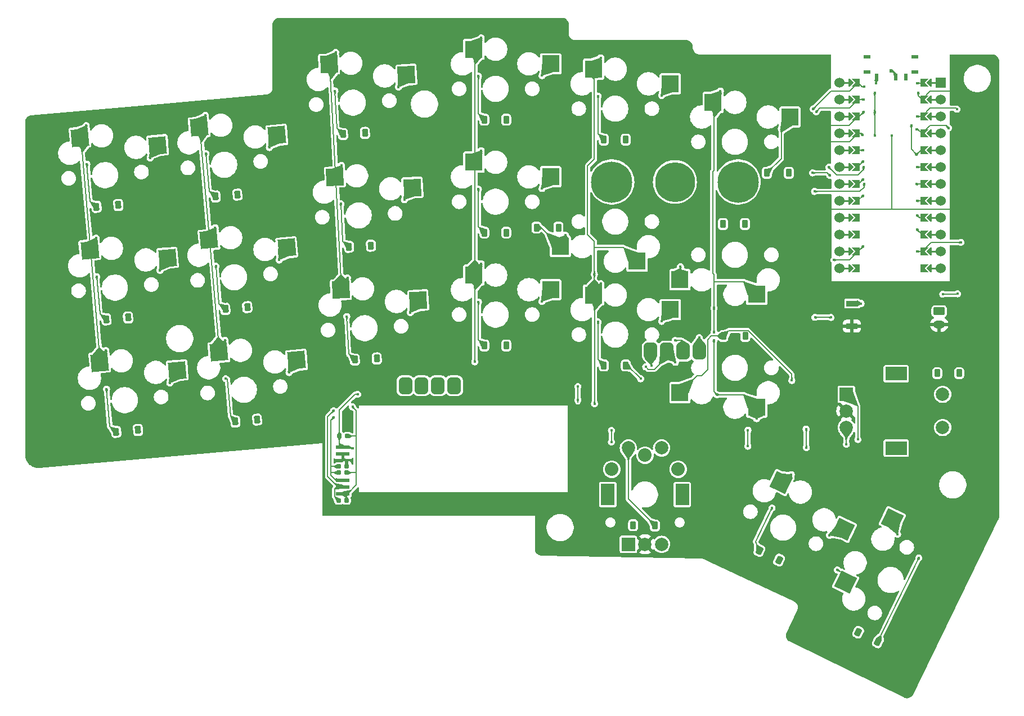
<source format=gbl>
G04 #@! TF.GenerationSoftware,KiCad,Pcbnew,8.0.5*
G04 #@! TF.CreationDate,2024-10-04T22:09:33+02:00*
G04 #@! TF.ProjectId,hookah,686f6f6b-6168-42e6-9b69-6361645f7063,1*
G04 #@! TF.SameCoordinates,Original*
G04 #@! TF.FileFunction,Copper,L2,Bot*
G04 #@! TF.FilePolarity,Positive*
%FSLAX46Y46*%
G04 Gerber Fmt 4.6, Leading zero omitted, Abs format (unit mm)*
G04 Created by KiCad (PCBNEW 8.0.5) date 2024-10-04 22:09:33*
%MOMM*%
%LPD*%
G01*
G04 APERTURE LIST*
G04 Aperture macros list*
%AMRoundRect*
0 Rectangle with rounded corners*
0 $1 Rounding radius*
0 $2 $3 $4 $5 $6 $7 $8 $9 X,Y pos of 4 corners*
0 Add a 4 corners polygon primitive as box body*
4,1,4,$2,$3,$4,$5,$6,$7,$8,$9,$2,$3,0*
0 Add four circle primitives for the rounded corners*
1,1,$1+$1,$2,$3*
1,1,$1+$1,$4,$5*
1,1,$1+$1,$6,$7*
1,1,$1+$1,$8,$9*
0 Add four rect primitives between the rounded corners*
20,1,$1+$1,$2,$3,$4,$5,0*
20,1,$1+$1,$4,$5,$6,$7,0*
20,1,$1+$1,$6,$7,$8,$9,0*
20,1,$1+$1,$8,$9,$2,$3,0*%
%AMRotRect*
0 Rectangle, with rotation*
0 The origin of the aperture is its center*
0 $1 length*
0 $2 width*
0 $3 Rotation angle, in degrees counterclockwise*
0 Add horizontal line*
21,1,$1,$2,0,0,$3*%
%AMFreePoly0*
4,1,6,0.600000,0.200000,0.000000,-0.400000,-0.600000,0.200000,-0.600000,0.400000,0.600000,0.400000,0.600000,0.200000,0.600000,0.200000,$1*%
%AMFreePoly1*
4,1,6,0.600000,-0.250000,-0.600000,-0.250000,-0.600000,1.000000,0.000000,0.400000,0.600000,1.000000,0.600000,-0.250000,0.600000,-0.250000,$1*%
G04 Aperture macros list end*
G04 #@! TA.AperFunction,EtchedComponent*
%ADD10C,0.254000*%
G04 #@! TD*
G04 #@! TA.AperFunction,ComponentPad*
%ADD11RoundRect,0.225000X0.225000X0.375000X-0.225000X0.375000X-0.225000X-0.375000X0.225000X-0.375000X0*%
G04 #@! TD*
G04 #@! TA.AperFunction,SMDPad,CuDef*
%ADD12R,2.600000X2.600000*%
G04 #@! TD*
G04 #@! TA.AperFunction,SMDPad,CuDef*
%ADD13RotRect,2.600000X2.600000X244.000000*%
G04 #@! TD*
G04 #@! TA.AperFunction,ComponentPad*
%ADD14RoundRect,0.225000X0.191460X0.393183X-0.256827X0.353963X-0.191460X-0.393183X0.256827X-0.353963X0*%
G04 #@! TD*
G04 #@! TA.AperFunction,ComponentPad*
%ADD15RoundRect,0.225000X0.366618X0.238414X-0.037839X0.435681X-0.366618X-0.238414X0.037839X-0.435681X0*%
G04 #@! TD*
G04 #@! TA.AperFunction,SMDPad,CuDef*
%ADD16RotRect,2.600000X2.600000X183.000000*%
G04 #@! TD*
G04 #@! TA.AperFunction,ComponentPad*
%ADD17R,2.000000X2.000000*%
G04 #@! TD*
G04 #@! TA.AperFunction,ComponentPad*
%ADD18C,2.000000*%
G04 #@! TD*
G04 #@! TA.AperFunction,ComponentPad*
%ADD19R,3.200000X2.000000*%
G04 #@! TD*
G04 #@! TA.AperFunction,SMDPad,CuDef*
%ADD20RotRect,2.600000X2.600000X185.000000*%
G04 #@! TD*
G04 #@! TA.AperFunction,ComponentPad*
%ADD21C,1.524000*%
G04 #@! TD*
G04 #@! TA.AperFunction,SMDPad,CuDef*
%ADD22R,1.524000X1.524000*%
G04 #@! TD*
G04 #@! TA.AperFunction,SMDPad,CuDef*
%ADD23FreePoly0,270.000000*%
G04 #@! TD*
G04 #@! TA.AperFunction,SMDPad,CuDef*
%ADD24FreePoly0,90.000000*%
G04 #@! TD*
G04 #@! TA.AperFunction,SMDPad,CuDef*
%ADD25FreePoly1,90.000000*%
G04 #@! TD*
G04 #@! TA.AperFunction,SMDPad,CuDef*
%ADD26FreePoly1,270.000000*%
G04 #@! TD*
G04 #@! TA.AperFunction,ComponentPad*
%ADD27R,2.000000X3.200000*%
G04 #@! TD*
G04 #@! TA.AperFunction,SMDPad,CuDef*
%ADD28RotRect,2.600000X2.600000X154.000000*%
G04 #@! TD*
G04 #@! TA.AperFunction,ComponentPad*
%ADD29RoundRect,0.225000X0.205066X0.386262X-0.244318X0.362710X-0.205066X-0.386262X0.244318X-0.362710X0*%
G04 #@! TD*
G04 #@! TA.AperFunction,ComponentPad*
%ADD30RoundRect,0.225000X0.231510X0.371016X-0.218421X0.378870X-0.231510X-0.371016X0.218421X-0.378870X0*%
G04 #@! TD*
G04 #@! TA.AperFunction,ComponentPad*
%ADD31RoundRect,0.250000X-0.625000X0.350000X-0.625000X-0.350000X0.625000X-0.350000X0.625000X0.350000X0*%
G04 #@! TD*
G04 #@! TA.AperFunction,ComponentPad*
%ADD32O,1.750000X1.200000*%
G04 #@! TD*
G04 #@! TA.AperFunction,ComponentPad*
%ADD33C,6.200000*%
G04 #@! TD*
G04 #@! TA.AperFunction,WasherPad*
%ADD34C,6.000000*%
G04 #@! TD*
G04 #@! TA.AperFunction,SMDPad,CuDef*
%ADD35RoundRect,0.500000X0.500000X-0.750000X0.500000X0.750000X-0.500000X0.750000X-0.500000X-0.750000X0*%
G04 #@! TD*
G04 #@! TA.AperFunction,ComponentPad*
%ADD36C,2.032000*%
G04 #@! TD*
G04 #@! TA.AperFunction,SMDPad,CuDef*
%ADD37RoundRect,0.160000X-0.197500X-0.160000X0.197500X-0.160000X0.197500X0.160000X-0.197500X0.160000X0*%
G04 #@! TD*
G04 #@! TA.AperFunction,ComponentPad*
%ADD38RoundRect,0.500000X0.500000X-0.750000X0.500000X0.750000X-0.500000X0.750000X-0.500000X-0.750000X0*%
G04 #@! TD*
G04 #@! TA.AperFunction,SMDPad,CuDef*
%ADD39R,1.000000X0.600000*%
G04 #@! TD*
G04 #@! TA.AperFunction,SMDPad,CuDef*
%ADD40R,1.100000X0.600000*%
G04 #@! TD*
G04 #@! TA.AperFunction,SMDPad,CuDef*
%ADD41R,0.600000X1.000000*%
G04 #@! TD*
G04 #@! TA.AperFunction,SMDPad,CuDef*
%ADD42RoundRect,0.155000X0.212500X0.155000X-0.212500X0.155000X-0.212500X-0.155000X0.212500X-0.155000X0*%
G04 #@! TD*
G04 #@! TA.AperFunction,SMDPad,CuDef*
%ADD43R,2.000000X0.610000*%
G04 #@! TD*
G04 #@! TA.AperFunction,SMDPad,CuDef*
%ADD44RoundRect,0.160000X0.197500X0.160000X-0.197500X0.160000X-0.197500X-0.160000X0.197500X-0.160000X0*%
G04 #@! TD*
G04 #@! TA.AperFunction,SMDPad,CuDef*
%ADD45R,1.700000X0.900000*%
G04 #@! TD*
G04 #@! TA.AperFunction,ViaPad*
%ADD46C,0.600000*%
G04 #@! TD*
G04 #@! TA.AperFunction,ViaPad*
%ADD47C,0.450000*%
G04 #@! TD*
G04 #@! TA.AperFunction,Conductor*
%ADD48C,0.300000*%
G04 #@! TD*
G04 #@! TA.AperFunction,Conductor*
%ADD49C,0.200000*%
G04 #@! TD*
G04 APERTURE END LIST*
D10*
X176123786Y-41796555D02*
X177901786Y-41796555D01*
X176123786Y-44336555D02*
X177901786Y-44336555D01*
X176123786Y-46876555D02*
X177901786Y-46876555D01*
X176123786Y-49416555D02*
X177901786Y-49416555D01*
X176123786Y-51956555D02*
X177901786Y-51956555D01*
X176123786Y-54496555D02*
X177901786Y-54496555D01*
X176123786Y-57036556D02*
X177901786Y-57036555D01*
X176123786Y-59576554D02*
X177901786Y-59576555D01*
X176123786Y-62116555D02*
X177901786Y-62116555D01*
X176123786Y-64656555D02*
X177901786Y-64656555D01*
X176123786Y-67196555D02*
X177901786Y-67196555D01*
X176123786Y-69736555D02*
X177901786Y-69736555D01*
X191363786Y-41796555D02*
X189585786Y-41796555D01*
X191363786Y-44336555D02*
X189585786Y-44336555D01*
X191363786Y-46876555D02*
X189585786Y-46876555D01*
X191363786Y-49416555D02*
X189585786Y-49416555D01*
X191363786Y-51956556D02*
X189585786Y-51956555D01*
X191363786Y-54496554D02*
X189585786Y-54496555D01*
X191363786Y-57036555D02*
X189585786Y-57036555D01*
X191363786Y-59576555D02*
X189585786Y-59576555D01*
X191363786Y-62116555D02*
X189585786Y-62116555D01*
X191363786Y-64656555D02*
X189585786Y-64656555D01*
X191363786Y-67196555D02*
X189585786Y-67196555D01*
X191363786Y-69736555D02*
X189585786Y-69736555D01*
D11*
X143990195Y-84364247D03*
X140690195Y-84364247D03*
D12*
X139127587Y-73762665D03*
X139127587Y-73762665D03*
X150677587Y-75962665D03*
D11*
X125990201Y-81364252D03*
X122690201Y-81364252D03*
D12*
X145677585Y-68662667D03*
X145677585Y-68662667D03*
X134127585Y-66462667D03*
D13*
X177060014Y-117001915D03*
X177060014Y-117001915D03*
X184100548Y-107585261D03*
D14*
X85544408Y-58640577D03*
X82256966Y-58928191D03*
D15*
X167053401Y-113653133D03*
X164087381Y-112206509D03*
D16*
X100210439Y-56000402D03*
X100210439Y-56000402D03*
X111859749Y-57592907D03*
D17*
X177170998Y-88712600D03*
D18*
X177170998Y-93712600D03*
X177170998Y-91212601D03*
D19*
X184670997Y-96812600D03*
X184670999Y-85612600D03*
D18*
X191670998Y-93712600D03*
X191670998Y-88712600D03*
D20*
X64808105Y-83942566D03*
X64808105Y-83942566D03*
X76505896Y-85127542D03*
D14*
X70576199Y-94080000D03*
X67288757Y-94367614D03*
D16*
X99320729Y-39023699D03*
X99320729Y-39023699D03*
X110970039Y-40616204D03*
D11*
X168515598Y-55373200D03*
X165215598Y-55373200D03*
D14*
X87026055Y-75575887D03*
X83738613Y-75863501D03*
D20*
X63326456Y-67007258D03*
X63326456Y-67007258D03*
X75024247Y-68192234D03*
D21*
X191363786Y-41796555D03*
D22*
X191363786Y-41796555D03*
D23*
X189585786Y-41796555D03*
D24*
X177901786Y-41796555D03*
D21*
X176123786Y-41796555D03*
X191363786Y-44336555D03*
D23*
X189585786Y-44336555D03*
D24*
X177901786Y-44336555D03*
D21*
X176123786Y-44336555D03*
X191363786Y-46876555D03*
D23*
X189585786Y-46876555D03*
D24*
X177901786Y-46876555D03*
D21*
X176123786Y-46876555D03*
X191363786Y-49416555D03*
D23*
X189585786Y-49416555D03*
D24*
X177901786Y-49416555D03*
D21*
X176123786Y-49416555D03*
D23*
X189585786Y-51956555D03*
D24*
X177901786Y-51956555D03*
D21*
X176123786Y-51956555D03*
X191363786Y-51956556D03*
X191363786Y-54496554D03*
D23*
X189585786Y-54496555D03*
D24*
X177901786Y-54496555D03*
D21*
X176123786Y-54496555D03*
X191363786Y-57036555D03*
D23*
X189585786Y-57036555D03*
D24*
X177901786Y-57036555D03*
D21*
X176123786Y-57036556D03*
X176123786Y-59576554D03*
X191363786Y-59576555D03*
D23*
X189585786Y-59576555D03*
D24*
X177901786Y-59576555D03*
D21*
X191363786Y-62116555D03*
D23*
X189585786Y-62116555D03*
D24*
X177901786Y-62116555D03*
D21*
X176123786Y-62116555D03*
X191363786Y-64656555D03*
D23*
X189585786Y-64656555D03*
D24*
X177901786Y-64656555D03*
D21*
X176123786Y-64656555D03*
X191363786Y-67196555D03*
D23*
X189585786Y-67196555D03*
D24*
X177901786Y-67196555D03*
D21*
X176123786Y-67196555D03*
X191363786Y-69736555D03*
D23*
X189585786Y-69736555D03*
D24*
X177901786Y-69736555D03*
D21*
X176123786Y-69736555D03*
D25*
X178917786Y-41796555D03*
X178917786Y-44336555D03*
X178917786Y-46876555D03*
X178917786Y-49416555D03*
X178917786Y-51956555D03*
X178917786Y-54496555D03*
X178917786Y-57036555D03*
X178917786Y-59576555D03*
X178917786Y-62116555D03*
X178917786Y-64656555D03*
X178917786Y-67196555D03*
X178917786Y-69736555D03*
D26*
X188569786Y-69736555D03*
X188569786Y-67196555D03*
X188569786Y-64656555D03*
X188569786Y-62116555D03*
X188569786Y-59576555D03*
X188569786Y-57036555D03*
X188569786Y-54496555D03*
X188569786Y-51956555D03*
X188569786Y-49416555D03*
X188569786Y-46876555D03*
X188569786Y-44336555D03*
X188569786Y-41796555D03*
D17*
X144373045Y-111287550D03*
D18*
X149373045Y-111287550D03*
X146873046Y-111287550D03*
D27*
X152473045Y-103787551D03*
X141273045Y-103787549D03*
D18*
X149373045Y-96787550D03*
X144373045Y-96787550D03*
D12*
X121127592Y-70762666D03*
X121127592Y-70762666D03*
X132677592Y-72962666D03*
D16*
X101100154Y-72977104D03*
X101100154Y-72977104D03*
X112749464Y-74569609D03*
D20*
X79776312Y-48503143D03*
X79776312Y-48503143D03*
X91474103Y-49688119D03*
D11*
X125990200Y-64364252D03*
X122690200Y-64364252D03*
D12*
X121127589Y-36762668D03*
X121127589Y-36762668D03*
X132677589Y-38962668D03*
D14*
X69094551Y-77144691D03*
X65807109Y-77432305D03*
D11*
X161962398Y-79935000D03*
X158662398Y-79935000D03*
D28*
X167330346Y-101992866D03*
X167330346Y-101992866D03*
X176747000Y-109033400D03*
D20*
X81257963Y-65438453D03*
X81257963Y-65438453D03*
X92955754Y-66623429D03*
D12*
X121127588Y-53762669D03*
X121127588Y-53762669D03*
X132677588Y-55962669D03*
D29*
X106510940Y-83309670D03*
X103215462Y-83482378D03*
D20*
X82739607Y-82373764D03*
X82739607Y-82373764D03*
X94437398Y-83558740D03*
D30*
X148379235Y-108466130D03*
X145079737Y-108408538D03*
D11*
X161911598Y-63069400D03*
X158611598Y-63069400D03*
D20*
X61844810Y-50071948D03*
X61844810Y-50071948D03*
X73542601Y-51256924D03*
D11*
X133845598Y-63602800D03*
X130545598Y-63602800D03*
D15*
X181906765Y-125977514D03*
X178940745Y-124530890D03*
D31*
X191147998Y-76201200D03*
D32*
X191147998Y-78201200D03*
D12*
X163677591Y-73662669D03*
X163677591Y-73662669D03*
X152127591Y-71462669D03*
X163677588Y-90662669D03*
X163677588Y-90662669D03*
X152127588Y-88462669D03*
D33*
X141871598Y-56744800D03*
D34*
X151371598Y-56744800D03*
D33*
X160871598Y-56744800D03*
D12*
X157127589Y-44762668D03*
X157127589Y-44762668D03*
X168677589Y-46962668D03*
X139127589Y-39762668D03*
X139127589Y-39762668D03*
X150677589Y-41962668D03*
D11*
X143990197Y-50364250D03*
X140690197Y-50364250D03*
D35*
X155071998Y-82221800D03*
X152621998Y-82221800D03*
X150171998Y-82221800D03*
X147721998Y-82221800D03*
D14*
X67612902Y-60209381D03*
X64325460Y-60496995D03*
D29*
X105621228Y-66332968D03*
X102325750Y-66505676D03*
D11*
X125990199Y-47364251D03*
X122690199Y-47364251D03*
D36*
X146873045Y-97887550D03*
X151873045Y-99987550D03*
X141873045Y-99987550D03*
D29*
X104731519Y-49356264D03*
X101436041Y-49528972D03*
D14*
X88507703Y-92511197D03*
X85220261Y-92798811D03*
D37*
X100767072Y-104700000D03*
X101962072Y-104700000D03*
D38*
X110817198Y-87404600D03*
X113267198Y-87404600D03*
X115717198Y-87404600D03*
X118167198Y-87404600D03*
D39*
X180309399Y-37945199D03*
D40*
X187509399Y-37945200D03*
D39*
X187509399Y-40231200D03*
D40*
X180309399Y-40231200D03*
D41*
X181709399Y-40938200D03*
X184609400Y-40938200D03*
X186109400Y-40938200D03*
D42*
X101926498Y-100509000D03*
X100791498Y-100509000D03*
D43*
X101417198Y-103654600D03*
X101417198Y-102654600D03*
X101417198Y-101654600D03*
X101417198Y-97654600D03*
X101417198Y-96654600D03*
D37*
X100888498Y-94997200D03*
X102083498Y-94997200D03*
D44*
X101943198Y-99569200D03*
X100748198Y-99569200D03*
D45*
X178016198Y-78434600D03*
X178016198Y-75034600D03*
D11*
X194144198Y-85523000D03*
X190844198Y-85523000D03*
D46*
X183959800Y-39980800D03*
D47*
X181660285Y-41860400D03*
X187833185Y-41860400D03*
X75372835Y-86998546D03*
X65840870Y-87917679D03*
X175323798Y-68479600D03*
X179667198Y-66447600D03*
X174842908Y-77139290D03*
X146215398Y-86361200D03*
X172453598Y-77115600D03*
X64359222Y-70982369D03*
X73891185Y-70063237D03*
X72409541Y-53127927D03*
X62877577Y-54047059D03*
X83772375Y-86348876D03*
X93304341Y-85429745D03*
X82290727Y-69413565D03*
X91822693Y-68494435D03*
X90341042Y-51559125D03*
X80809080Y-52478255D03*
X179844998Y-57049600D03*
X172377398Y-58167200D03*
X187693598Y-57049600D03*
X101993558Y-76985841D03*
X111551793Y-76399931D03*
X110662081Y-59423229D03*
X101103846Y-60009139D03*
X100214136Y-43032437D03*
X109772371Y-42446527D03*
X131385772Y-74727804D03*
X121809971Y-74812670D03*
X131385774Y-57727803D03*
X121809973Y-57812672D03*
X172072598Y-55373200D03*
X179667198Y-56338400D03*
X174688798Y-55754200D03*
X121809974Y-40812667D03*
X131385773Y-40727802D03*
X149385771Y-77727798D03*
X139809970Y-77812667D03*
X134912398Y-64771200D03*
X139809971Y-43812667D03*
X149385772Y-43727799D03*
X188073149Y-113334551D03*
X187845998Y-67184200D03*
X194399200Y-65838000D03*
X168973798Y-86615200D03*
X152209798Y-69495600D03*
X167385771Y-48727802D03*
X62779149Y-48259144D03*
X64260797Y-65194455D03*
X65742446Y-82129763D03*
X186955760Y-48225979D03*
X187729413Y-52600521D03*
X83673951Y-80560960D03*
X80710653Y-46690340D03*
X82192302Y-63625650D03*
X179679787Y-51956554D03*
X102097188Y-71198018D03*
X100317767Y-37244610D03*
X101207479Y-54221315D03*
X179679785Y-53641922D03*
X136766598Y-89561600D03*
X141821198Y-94159000D03*
X122216373Y-35038199D03*
X122216372Y-69038200D03*
X122216369Y-52038200D03*
X187856413Y-54505521D03*
X179753813Y-54496556D03*
X174556345Y-54515053D03*
X136766598Y-87529600D03*
X121252591Y-83821200D03*
X141821198Y-95886200D03*
X179667198Y-58802200D03*
X140216371Y-38038199D03*
X168890664Y-100791989D03*
X139281198Y-90120400D03*
X162369798Y-94108200D03*
X140216369Y-72038199D03*
X139255798Y-70638600D03*
X162344398Y-96521200D03*
X165994034Y-105803892D03*
X174637911Y-109925367D03*
X178905198Y-95505200D03*
X187820598Y-63907600D03*
X184880167Y-109778468D03*
X177170998Y-96223400D03*
X187820598Y-61748600D03*
X158216371Y-43038199D03*
X157238998Y-79376200D03*
X157721598Y-88774200D03*
X175813510Y-115139502D03*
X187820598Y-59589600D03*
X163665198Y-92381000D03*
X157238998Y-80595400D03*
X157252591Y-75693200D03*
X171158198Y-96724400D03*
X171107398Y-93930400D03*
X192544998Y-48616800D03*
X187749178Y-48791801D03*
X102857598Y-90577600D03*
X179590998Y-49632800D03*
X187998398Y-43308200D03*
X101892398Y-98654800D03*
X145681998Y-79858800D03*
X181470598Y-49785200D03*
X102329772Y-93549400D03*
X139560598Y-61596200D03*
X152564160Y-51299379D03*
X147663198Y-89434600D03*
X150685798Y-85624600D03*
X149237998Y-98934200D03*
X194500798Y-43384400D03*
X194678598Y-60834200D03*
X132677198Y-45721200D03*
X137833398Y-82525800D03*
X171462998Y-52045800D03*
X171462998Y-50445600D03*
X135598198Y-83948200D03*
X181445198Y-43308200D03*
X122720398Y-79325400D03*
X120586798Y-87961400D03*
X174688798Y-93549400D03*
X158254998Y-105258800D03*
X107631559Y-47438578D03*
X155333998Y-62663000D03*
X174129998Y-61088200D03*
X184035998Y-49785200D03*
X170599398Y-82881400D03*
X175806398Y-74220000D03*
X141490998Y-91898400D03*
X171793198Y-60199200D03*
X179755987Y-46241555D03*
X181445198Y-46241555D03*
X155562598Y-53849200D03*
X173520398Y-38837800D03*
X179387798Y-75032800D03*
X193891200Y-73585000D03*
X187833188Y-46876557D03*
X191681398Y-73635800D03*
X193823998Y-45797400D03*
X100012798Y-91187200D03*
X179768798Y-44324200D03*
X172644098Y-46165700D03*
X103627644Y-88703731D03*
X102908398Y-96800600D03*
X179870398Y-42368400D03*
X172171622Y-45756561D03*
X100012798Y-92203200D03*
X147891798Y-84405400D03*
X155029198Y-80163600D03*
X151396998Y-80595400D03*
X146977398Y-84583200D03*
X151447798Y-83897400D03*
D48*
X184609400Y-40503400D02*
X184609400Y-40938200D01*
X184086800Y-39980800D02*
X184609400Y-40503400D01*
X183959800Y-39980800D02*
X184086800Y-39980800D01*
D49*
X181660285Y-41860400D02*
X181660284Y-41860399D01*
X187833185Y-41860400D02*
X188505942Y-41860400D01*
X181660284Y-41860399D02*
X181660284Y-41217256D01*
X75372835Y-86998546D02*
X75331581Y-86527034D01*
X67135323Y-94367614D02*
X66335161Y-93567453D01*
X66335161Y-93567453D02*
X65840870Y-87917679D01*
X75331581Y-86527034D02*
X76505896Y-85127542D01*
X144218445Y-84364247D02*
X146215398Y-86361200D01*
X178956228Y-67158570D02*
X179667198Y-66447600D01*
X175323798Y-68479600D02*
X177634741Y-68479600D01*
X178905198Y-67158570D02*
X178956228Y-67158570D01*
X172453598Y-77115600D02*
X174819218Y-77115600D01*
X174819218Y-77115600D02*
X174842908Y-77139290D01*
X177634741Y-68479600D02*
X178917786Y-67196555D01*
X64853512Y-76632142D02*
X64359222Y-70982369D01*
X73849933Y-69591723D02*
X75024247Y-68192233D01*
X73891185Y-70063237D02*
X73849933Y-69591723D01*
X65807109Y-77432304D02*
X64853512Y-76632142D01*
X63371868Y-59696834D02*
X62877577Y-54047059D01*
X72409541Y-53127927D02*
X72368288Y-52656416D01*
X72368288Y-52656416D02*
X73542603Y-51256923D01*
X64325460Y-60496995D02*
X63371868Y-59696834D01*
X85460260Y-92798810D02*
X84506666Y-91998649D01*
X93263087Y-84958229D02*
X94437399Y-83558740D01*
X84506666Y-91998649D02*
X84012373Y-86348874D01*
X93304341Y-85429745D02*
X93263087Y-84958229D01*
X82785020Y-75063338D02*
X82290727Y-69413565D01*
X83738615Y-75863500D02*
X82785020Y-75063338D01*
X91822693Y-68494435D02*
X91781439Y-68022921D01*
X91781439Y-68022921D02*
X92955754Y-66623428D01*
X82256965Y-58928191D02*
X81303368Y-58128031D01*
X90299791Y-51087612D02*
X91474103Y-49688119D01*
X81303368Y-58128031D02*
X80809080Y-52478255D01*
X90341042Y-51559125D02*
X90299791Y-51087612D01*
X172377398Y-58167200D02*
X179184598Y-58167200D01*
X187693598Y-57049600D02*
X188556741Y-57049600D01*
X179184598Y-58167200D02*
X179844998Y-57506800D01*
X179844998Y-57506800D02*
X179844998Y-57049600D01*
X111527022Y-75927266D02*
X112749462Y-74569609D01*
X103215462Y-83482379D02*
X102290375Y-82649426D01*
X111551793Y-76399931D02*
X111527022Y-75927266D01*
X102290375Y-82649426D02*
X101993558Y-76985841D01*
X102325752Y-66505676D02*
X101400664Y-65672723D01*
X110637310Y-58950563D02*
X111859749Y-57592905D01*
X110662081Y-59423229D02*
X110637310Y-58950563D01*
X101400664Y-65672723D02*
X101103846Y-60009139D01*
X101436039Y-49528973D02*
X100510951Y-48696020D01*
X109772371Y-42446527D02*
X109747597Y-41973858D01*
X100510951Y-48696020D02*
X100214136Y-43032437D01*
X109747597Y-41973858D02*
X110970037Y-40616202D01*
X131385774Y-74254487D02*
X132677592Y-72962669D01*
X121809973Y-80484024D02*
X121809971Y-74812670D01*
X131385772Y-74727804D02*
X131385774Y-74254487D01*
X122690201Y-81364252D02*
X121809973Y-80484024D01*
X131385770Y-57254486D02*
X132677591Y-55962668D01*
X131385774Y-57727803D02*
X131385770Y-57254486D01*
X121809972Y-63484025D02*
X121809973Y-57812672D01*
X122690198Y-64364250D02*
X121809972Y-63484025D01*
X179667198Y-56338400D02*
X178994443Y-57011155D01*
X174298850Y-55364252D02*
X174688798Y-55754200D01*
X172072598Y-55373200D02*
X174289902Y-55373200D01*
X174289902Y-55373200D02*
X174298850Y-55364252D01*
X131385773Y-40727802D02*
X131385775Y-40254485D01*
X121809974Y-46484026D02*
X122690199Y-47364251D01*
X131385775Y-40254485D02*
X132677590Y-38962669D01*
X121809974Y-40812667D02*
X121809974Y-46484026D01*
X139809971Y-83484021D02*
X139809970Y-77812667D01*
X149385771Y-77254483D02*
X150677586Y-75962666D01*
X149385771Y-77727798D02*
X149385771Y-77254483D01*
X140690197Y-84364249D02*
X139809971Y-83484021D01*
X131267718Y-63602800D02*
X130545598Y-63602800D01*
X134912398Y-64771200D02*
X134912398Y-65677854D01*
X134127585Y-66462667D02*
X131267718Y-63602800D01*
X139809971Y-49484022D02*
X139809971Y-43812667D01*
X140690197Y-50364252D02*
X139809971Y-49484022D01*
X149385772Y-43254486D02*
X150677588Y-41962669D01*
X149385772Y-43727799D02*
X149385772Y-43254486D01*
X189928341Y-65838000D02*
X188569786Y-67196555D01*
X194399200Y-65838000D02*
X189928341Y-65838000D01*
X181906765Y-125977514D02*
X188073149Y-113334551D01*
X148379235Y-108466130D02*
X144373045Y-104459940D01*
X144373045Y-104459940D02*
X144373045Y-96787550D01*
X187858353Y-67196555D02*
X187845998Y-67184200D01*
X188569786Y-67196555D02*
X187858353Y-67196555D01*
X162382100Y-79105000D02*
X168973798Y-85696698D01*
X156301998Y-80491000D02*
X156857998Y-79935000D01*
X152127588Y-88462669D02*
X154676688Y-85913569D01*
X156301998Y-85011588D02*
X156301998Y-80491000D01*
X156857998Y-79935000D02*
X158662398Y-79935000D01*
X159492398Y-79105000D02*
X162382100Y-79105000D01*
X168973798Y-85696698D02*
X168973798Y-86615200D01*
X154676688Y-85913569D02*
X155400017Y-85913569D01*
X155400017Y-85913569D02*
X156301998Y-85011588D01*
X158662398Y-79935000D02*
X159492398Y-79105000D01*
X152209798Y-69800400D02*
X152127591Y-69882607D01*
X152209798Y-69495600D02*
X152209798Y-69800400D01*
X152127591Y-69882607D02*
X152127591Y-71462669D01*
X167385771Y-48727802D02*
X167385772Y-48254488D01*
X167385771Y-53203027D02*
X165215598Y-55373200D01*
X167385771Y-48727802D02*
X167385771Y-53203027D01*
X167385772Y-48254488D02*
X168677590Y-46962670D01*
X188373379Y-51956555D02*
X187729413Y-52600521D01*
X61980227Y-50185574D02*
X64921735Y-83807145D01*
X186955760Y-48225979D02*
X186955760Y-51826868D01*
X65742446Y-82129763D02*
X65797850Y-82763032D01*
X186955760Y-51826868D02*
X187729413Y-52600521D01*
X64260797Y-65194455D02*
X64316201Y-65827725D01*
X188569786Y-51956555D02*
X188373379Y-51956555D01*
X62779149Y-48259144D02*
X62834556Y-48892412D01*
X179679787Y-51956554D02*
X178917787Y-51956556D01*
X80710653Y-46690340D02*
X80766059Y-47323609D01*
X83673951Y-80560960D02*
X83729354Y-81194229D01*
X82192302Y-63625650D02*
X82247708Y-64258920D01*
X79911730Y-48616769D02*
X82853237Y-82238344D01*
X100317767Y-37244610D02*
X100351034Y-37879428D01*
X101207479Y-54221315D02*
X101240746Y-54856131D01*
X179679785Y-53641922D02*
X178917785Y-54403923D01*
X99452098Y-39141987D02*
X101218438Y-72845736D01*
X102097188Y-71198018D02*
X102130459Y-71832834D01*
X136766598Y-87529600D02*
X136766598Y-89866400D01*
X187856413Y-54505521D02*
X188560822Y-54505521D01*
X136766598Y-89866400D02*
X136766598Y-89561600D01*
X141821198Y-94159000D02*
X141821198Y-95886200D01*
X174556345Y-54515053D02*
X175740614Y-55699322D01*
X175740614Y-55699322D02*
X178897362Y-55699321D01*
X122216372Y-69038200D02*
X122216373Y-69673888D01*
X121252591Y-83821200D02*
X121252591Y-70887668D01*
X178897362Y-55699321D02*
X179753814Y-54842871D01*
X179753814Y-54842871D02*
X179753813Y-54496556D01*
X122216369Y-52038200D02*
X122216373Y-52673888D01*
X122216373Y-35038199D02*
X122216372Y-35673887D01*
X121252589Y-36887668D02*
X121252589Y-70637669D01*
X139281198Y-90120400D02*
X139281198Y-73916276D01*
X162344398Y-96521200D02*
X162344398Y-94296524D01*
X139255798Y-70638600D02*
X139255798Y-73634454D01*
X139252588Y-41196373D02*
X139252588Y-53293610D01*
X140216371Y-38038199D02*
X140216370Y-38673888D01*
X179667198Y-58802200D02*
X178968586Y-59500812D01*
X145677585Y-68662667D02*
X143640318Y-66625400D01*
X139255798Y-66625400D02*
X139255798Y-70638600D01*
X162369798Y-94271124D02*
X162369798Y-94108200D01*
X168890664Y-100791989D02*
X168611997Y-101363340D01*
X139252588Y-53293610D02*
X138236798Y-54309400D01*
X139255798Y-65699585D02*
X139255798Y-66625400D01*
X138236798Y-64680585D02*
X139255798Y-65699585D01*
X143640318Y-66625400D02*
X139255798Y-66625400D01*
X138236798Y-54309400D02*
X138236798Y-64680585D01*
X139127589Y-39762668D02*
X139127589Y-41071374D01*
X139127589Y-41071374D02*
X139252588Y-41196373D01*
X140216369Y-72038199D02*
X140216371Y-72673883D01*
X162344398Y-94296524D02*
X162369798Y-94271124D01*
X163507874Y-110901274D02*
X165994034Y-105803892D01*
X174845396Y-109499958D02*
X176572771Y-108905172D01*
X174637911Y-109925367D02*
X174845396Y-109499958D01*
X163913151Y-112078283D02*
X163507874Y-110901274D01*
X178905198Y-90446800D02*
X177170998Y-88712600D01*
X188569554Y-64656556D02*
X187820598Y-63907600D01*
X178905198Y-95505200D02*
X178905198Y-90446800D01*
X184850798Y-109764143D02*
X184100548Y-107585261D01*
X184880167Y-109778468D02*
X184850798Y-109764143D01*
X188188554Y-62116556D02*
X187820598Y-61748600D01*
X177170998Y-96223400D02*
X177170998Y-93712600D01*
X188569788Y-62116556D02*
X188188554Y-62116556D01*
X157252589Y-54994077D02*
X157077208Y-55169458D01*
X188569786Y-59576555D02*
X187833643Y-59576555D01*
X157077208Y-55169458D02*
X157077208Y-70520991D01*
X163677591Y-73662669D02*
X161796522Y-71781600D01*
X157077208Y-70520991D02*
X157252591Y-70696374D01*
X158216371Y-43038199D02*
X158216373Y-43673888D01*
X157252588Y-88305190D02*
X157721598Y-88774200D01*
X157252588Y-80608990D02*
X157252588Y-88305190D01*
X157252591Y-79362607D02*
X157238998Y-79376200D01*
X176384863Y-115418170D02*
X176886162Y-116874051D01*
X175813510Y-115139502D02*
X176384863Y-115418170D01*
X171158198Y-96724400D02*
X171158198Y-93981200D01*
X163665198Y-92381000D02*
X163665198Y-90675059D01*
X157252591Y-75693200D02*
X157252591Y-79362607D01*
X176903987Y-116925816D02*
X176384863Y-115418170D01*
X161796522Y-71781600D02*
X157252591Y-71781600D01*
X171158198Y-93981200D02*
X171107398Y-93930400D01*
X157252591Y-71781600D02*
X157252591Y-75693200D01*
X157252591Y-70696374D02*
X157252591Y-71781600D01*
X157238998Y-80595400D02*
X157252588Y-80608990D01*
X163677588Y-90662669D02*
X161789119Y-88774200D01*
X161789119Y-88774200D02*
X157721598Y-88774200D01*
X157252589Y-44887668D02*
X157252589Y-54994077D01*
X187833643Y-59576555D02*
X187820598Y-59589600D01*
X103408398Y-91128400D02*
X102857598Y-90577600D01*
X102112198Y-103654600D02*
X103408398Y-102358400D01*
X187749178Y-48791801D02*
X187945032Y-48791801D01*
X103408398Y-100509000D02*
X103408398Y-94997200D01*
X103408398Y-102358400D02*
X103408398Y-100509000D01*
X187945032Y-48791801D02*
X188569786Y-49416555D01*
X101962072Y-104700000D02*
X101962072Y-104199474D01*
X192544998Y-48616800D02*
X192189398Y-48261200D01*
X189725141Y-48261200D02*
X188569786Y-49416555D01*
X103408398Y-94997200D02*
X103408398Y-91128400D01*
X102083498Y-94997200D02*
X103408398Y-94997200D01*
X101962072Y-104199474D02*
X101417198Y-103654600D01*
X192189398Y-48261200D02*
X189725141Y-48261200D01*
X101926498Y-100509000D02*
X103408398Y-100509000D01*
X174180798Y-51156800D02*
X172351998Y-51156800D01*
X174460198Y-48235800D02*
X174079198Y-48616800D01*
X174358598Y-60834200D02*
X174129998Y-61062800D01*
X187998398Y-43308200D02*
X187998398Y-43765167D01*
X177660141Y-50674200D02*
X174663398Y-50674200D01*
X178917785Y-49416555D02*
X179374753Y-49416555D01*
X179374753Y-49416555D02*
X179590998Y-49632800D01*
X193484798Y-60834200D02*
X194678598Y-60834200D01*
X189806387Y-43099954D02*
X194216352Y-43099954D01*
X101892398Y-98654800D02*
X101409798Y-98172200D01*
X178917785Y-46876554D02*
X179120986Y-46876556D01*
X177558541Y-48235800D02*
X174460198Y-48235800D01*
X184721798Y-60834200D02*
X174358598Y-60834200D01*
X174129998Y-61062800D02*
X174129998Y-61088200D01*
X184035998Y-60834200D02*
X184721798Y-60834200D01*
X188569786Y-44336555D02*
X189806387Y-43099954D01*
X174663398Y-50674200D02*
X174180798Y-51156800D01*
X172351998Y-51156800D02*
X171462998Y-52045800D01*
X101943198Y-98705600D02*
X101943198Y-99569200D01*
X187998398Y-43765167D02*
X188569786Y-44336555D01*
X181445198Y-49759800D02*
X181470598Y-49785200D01*
X178917786Y-46876555D02*
X177558541Y-48235800D01*
X184035998Y-60834200D02*
X184035998Y-49785200D01*
X181445198Y-46241555D02*
X181445198Y-49759800D01*
X178917786Y-49416555D02*
X177660141Y-50674200D01*
X172250398Y-50445600D02*
X171462998Y-50445600D01*
X179120986Y-46876556D02*
X179755987Y-46241555D01*
X101409798Y-98172200D02*
X101409798Y-97662000D01*
X101892398Y-98654800D02*
X101943198Y-98705600D01*
X194216352Y-43099954D02*
X194500798Y-43384400D01*
X184721798Y-60834200D02*
X193484798Y-60834200D01*
X183781998Y-60834200D02*
X184035998Y-60834200D01*
X181445198Y-43308200D02*
X181445198Y-46241555D01*
X174079198Y-48616800D02*
X172250398Y-50445600D01*
X179385998Y-75034600D02*
X179387798Y-75032800D01*
X189801341Y-45645000D02*
X188569786Y-46876555D01*
X193823998Y-45797400D02*
X193671598Y-45645000D01*
X191681398Y-73635800D02*
X193840400Y-73635800D01*
X193671598Y-45645000D02*
X189801341Y-45645000D01*
X193840400Y-73635800D02*
X193891200Y-73585000D01*
X188569787Y-46876555D02*
X187833188Y-46876557D01*
X178016198Y-75034600D02*
X179385998Y-75034600D01*
X177634741Y-45619600D02*
X178917786Y-44336555D01*
X179768798Y-44324200D02*
X178930141Y-44324200D01*
X100767072Y-104700000D02*
X100187198Y-104120126D01*
X172644098Y-46165700D02*
X173190198Y-45619600D01*
X99123798Y-92076200D02*
X100012798Y-91187200D01*
X173190198Y-45619600D02*
X177634741Y-45619600D01*
X99123798Y-101056200D02*
X99123798Y-92076200D01*
X100187198Y-104120126D02*
X100187198Y-102956374D01*
X100722198Y-102654600D02*
X99123798Y-101056200D01*
X100488972Y-102654600D02*
X101417198Y-102654600D01*
X100187198Y-102956374D02*
X100488972Y-102654600D01*
X179489631Y-42368400D02*
X178917786Y-41796555D01*
X179870398Y-42368400D02*
X179489631Y-42368400D01*
X100888498Y-91077593D02*
X100888498Y-94997200D01*
X100888498Y-96125900D02*
X101417198Y-96654600D01*
X100888498Y-94997200D02*
X100888498Y-96125900D01*
X172171622Y-45749176D02*
X174841198Y-43079600D01*
X100888498Y-91077593D02*
X103262360Y-88703731D01*
X174841198Y-43079600D02*
X177634741Y-43079600D01*
X103262360Y-88703731D02*
X103627644Y-88703731D01*
X177634741Y-43079600D02*
X178917786Y-41796555D01*
X102908398Y-96800600D02*
X101563198Y-96800600D01*
X172171622Y-45756561D02*
X172171622Y-45749176D01*
X99580998Y-100890000D02*
X100345598Y-101654600D01*
X100791498Y-100509000D02*
X99606398Y-100509000D01*
X99580998Y-99569200D02*
X99580998Y-100534400D01*
X100012798Y-92203200D02*
X99580998Y-92635000D01*
X100748198Y-99569200D02*
X99580998Y-99569200D01*
X100345598Y-101654600D02*
X101417198Y-101654600D01*
X99580998Y-100534400D02*
X99580998Y-100890000D01*
X99580998Y-92635000D02*
X99580998Y-99569200D01*
X99606398Y-100509000D02*
X99580998Y-100534400D01*
X147891798Y-84237000D02*
X147721998Y-84067200D01*
X147891798Y-84405400D02*
X147891798Y-84237000D01*
X147721998Y-84067200D02*
X147721998Y-82221800D01*
X155029198Y-80163600D02*
X155029198Y-82179000D01*
X151396998Y-80595400D02*
X152387598Y-80595400D01*
X152743198Y-80951000D02*
X152743198Y-82100600D01*
X152387598Y-80595400D02*
X152743198Y-80951000D01*
X148247398Y-84938800D02*
X150171998Y-83014200D01*
X151447798Y-83846600D02*
X150222798Y-82621600D01*
X146977398Y-84583200D02*
X147332998Y-84938800D01*
X147332998Y-84938800D02*
X148247398Y-84938800D01*
X151447798Y-83897400D02*
X151447798Y-83846600D01*
G04 #@! TA.AperFunction,Conductor*
G36*
X101610237Y-97424285D02*
G01*
X101655992Y-97477089D01*
X101667198Y-97528600D01*
X101667198Y-98459600D01*
X102465026Y-98459600D01*
X102465042Y-98459599D01*
X102524570Y-98453198D01*
X102524577Y-98453196D01*
X102659284Y-98402954D01*
X102659291Y-98402950D01*
X102774385Y-98316790D01*
X102774388Y-98316787D01*
X102784632Y-98303104D01*
X102840565Y-98261233D01*
X102910257Y-98256249D01*
X102971580Y-98289735D01*
X103005064Y-98351058D01*
X103007898Y-98377415D01*
X103007898Y-99158947D01*
X102988213Y-99225986D01*
X102935409Y-99271741D01*
X102866251Y-99281685D01*
X102802695Y-99252660D01*
X102765513Y-99195837D01*
X102746973Y-99136340D01*
X102746971Y-99136336D01*
X102664058Y-98999180D01*
X102664055Y-98999176D01*
X102550721Y-98885842D01*
X102550717Y-98885839D01*
X102413561Y-98802926D01*
X102413557Y-98802924D01*
X102260540Y-98755243D01*
X102260541Y-98755243D01*
X102194035Y-98749200D01*
X102193198Y-98749200D01*
X102193198Y-99695200D01*
X102173513Y-99762239D01*
X102120709Y-99807994D01*
X102069198Y-99819200D01*
X101817198Y-99819200D01*
X101750159Y-99799515D01*
X101704404Y-99746711D01*
X101693198Y-99695200D01*
X101693198Y-98749200D01*
X101692361Y-98749200D01*
X101625854Y-98755243D01*
X101472838Y-98802924D01*
X101472834Y-98802926D01*
X101335678Y-98885839D01*
X101263398Y-98958119D01*
X101202074Y-98991603D01*
X101134762Y-98987478D01*
X101032278Y-98951616D01*
X101001175Y-98948700D01*
X100495231Y-98948700D01*
X100482006Y-98949940D01*
X100464119Y-98951617D01*
X100464116Y-98951618D01*
X100464112Y-98951618D01*
X100369055Y-98984879D01*
X100361887Y-98987146D01*
X100345447Y-98991801D01*
X100345443Y-98991802D01*
X100345441Y-98991803D01*
X100345438Y-98991804D01*
X100345431Y-98991807D01*
X100343127Y-98992950D01*
X100335774Y-98996048D01*
X100324892Y-99001798D01*
X100324815Y-99001653D01*
X100321433Y-99003715D01*
X100160621Y-99083522D01*
X100091820Y-99095691D01*
X100027361Y-99068732D01*
X99987710Y-99011203D01*
X99981498Y-98972448D01*
X99981498Y-98505738D01*
X100001183Y-98438699D01*
X100053987Y-98392944D01*
X100123145Y-98383000D01*
X100166168Y-98400823D01*
X100167326Y-98398703D01*
X100175111Y-98402954D01*
X100309818Y-98453196D01*
X100309825Y-98453198D01*
X100369353Y-98459599D01*
X100369370Y-98459600D01*
X101167198Y-98459600D01*
X101167198Y-97528600D01*
X101186883Y-97461561D01*
X101239687Y-97415806D01*
X101291198Y-97404600D01*
X101543198Y-97404600D01*
X101610237Y-97424285D01*
G37*
G04 #@! TD.AperFunction*
G04 #@! TA.AperFunction,Conductor*
G36*
X102256781Y-90378216D02*
G01*
X102312714Y-90420088D01*
X102337131Y-90485552D01*
X102336386Y-90510584D01*
X102327984Y-90574406D01*
X102327563Y-90577600D01*
X102340851Y-90678532D01*
X102345624Y-90714781D01*
X102345625Y-90714786D01*
X102398572Y-90842615D01*
X102398573Y-90842617D01*
X102398574Y-90842618D01*
X102482807Y-90952391D01*
X102592580Y-91036624D01*
X102640500Y-91056472D01*
X102657591Y-91065157D01*
X102674311Y-91075352D01*
X102752076Y-91104868D01*
X102756787Y-91106612D01*
X102757114Y-91106730D01*
X102757145Y-91106741D01*
X102757184Y-91106755D01*
X102759237Y-91107480D01*
X102760937Y-91108081D01*
X102809628Y-91124924D01*
X102809697Y-91124948D01*
X102819020Y-91128601D01*
X102820638Y-91129312D01*
X102854402Y-91151289D01*
X102890788Y-91184527D01*
X102890914Y-91184642D01*
X102890916Y-91184643D01*
X102897997Y-91189032D01*
X102920354Y-91206749D01*
X102971579Y-91257974D01*
X103005064Y-91319297D01*
X103007898Y-91345655D01*
X103007898Y-94472700D01*
X102988213Y-94539739D01*
X102935409Y-94585494D01*
X102883898Y-94596700D01*
X102871784Y-94596700D01*
X102816662Y-94583774D01*
X102812837Y-94581876D01*
X102510294Y-94431734D01*
X102506898Y-94429660D01*
X102506821Y-94429808D01*
X102495907Y-94424039D01*
X102488520Y-94420928D01*
X102486257Y-94419805D01*
X102486253Y-94419803D01*
X102486252Y-94419803D01*
X102407550Y-94393342D01*
X102407548Y-94393341D01*
X102404944Y-94392466D01*
X102399868Y-94390916D01*
X102397470Y-94390077D01*
X102367577Y-94379617D01*
X102367576Y-94379616D01*
X102367574Y-94379616D01*
X102336475Y-94376700D01*
X101830531Y-94376700D01*
X101816234Y-94378040D01*
X101799419Y-94379617D01*
X101799416Y-94379617D01*
X101799415Y-94379618D01*
X101799413Y-94379618D01*
X101668389Y-94425466D01*
X101668388Y-94425466D01*
X101578328Y-94491934D01*
X101512700Y-94515905D01*
X101444529Y-94500589D01*
X101397320Y-94454185D01*
X101383239Y-94429808D01*
X101305622Y-94295432D01*
X101288998Y-94233413D01*
X101288998Y-91294847D01*
X101308683Y-91227808D01*
X101325312Y-91207171D01*
X102125767Y-90406716D01*
X102187089Y-90373232D01*
X102256781Y-90378216D01*
G37*
G04 #@! TD.AperFunction*
G04 #@! TA.AperFunction,Conductor*
G36*
X178403797Y-92091848D02*
G01*
X178436617Y-92097896D01*
X178487576Y-92145698D01*
X178504698Y-92208572D01*
X178504698Y-92956691D01*
X178485013Y-93023730D01*
X178432209Y-93069485D01*
X178363051Y-93079429D01*
X178299495Y-93050404D01*
X178279123Y-93027814D01*
X178276263Y-93023730D01*
X178171045Y-92873461D01*
X178171043Y-92873458D01*
X178010138Y-92712553D01*
X177974348Y-92687493D01*
X177930723Y-92632916D01*
X177923529Y-92563418D01*
X177955052Y-92501063D01*
X177986464Y-92476858D01*
X177994230Y-92472655D01*
X177994234Y-92472653D01*
X178041054Y-92436211D01*
X178041054Y-92436210D01*
X177300407Y-91695563D01*
X177363991Y-91678526D01*
X177478005Y-91612700D01*
X177571097Y-91519608D01*
X177636923Y-91405594D01*
X177653960Y-91342010D01*
X178403797Y-92091848D01*
G37*
G04 #@! TD.AperFunction*
G04 #@! TA.AperFunction,Conductor*
G36*
X134409060Y-32042991D02*
G01*
X134495196Y-32045153D01*
X134516274Y-32047496D01*
X134686587Y-32081370D01*
X134709848Y-32088426D01*
X134868825Y-32154272D01*
X134890263Y-32165730D01*
X135033344Y-32261329D01*
X135052134Y-32276749D01*
X135173812Y-32398419D01*
X135189234Y-32417209D01*
X135284841Y-32560284D01*
X135296300Y-32581721D01*
X135362157Y-32740696D01*
X135369214Y-32763957D01*
X135403089Y-32934224D01*
X135405436Y-32955377D01*
X135407549Y-33041447D01*
X135407586Y-33044490D01*
X135407586Y-34395750D01*
X135409958Y-34494010D01*
X135409958Y-34494015D01*
X135448302Y-34686737D01*
X135448304Y-34686746D01*
X135523509Y-34868287D01*
X135523510Y-34868290D01*
X135523511Y-34868292D01*
X135523512Y-34868293D01*
X135632693Y-35031682D01*
X135771649Y-35170634D01*
X135771652Y-35170636D01*
X135935043Y-35279807D01*
X135935045Y-35279808D01*
X135993595Y-35304060D01*
X136116596Y-35355008D01*
X136246881Y-35380923D01*
X136309320Y-35393344D01*
X136309321Y-35393344D01*
X136309331Y-35393346D01*
X136407586Y-35395755D01*
X153049711Y-35395755D01*
X153052660Y-35395792D01*
X153138797Y-35397953D01*
X153159875Y-35400296D01*
X153330187Y-35434170D01*
X153353448Y-35441226D01*
X153512425Y-35507072D01*
X153533863Y-35518530D01*
X153676944Y-35614129D01*
X153695734Y-35629549D01*
X153817412Y-35751219D01*
X153832834Y-35770009D01*
X153928441Y-35913084D01*
X153939900Y-35934521D01*
X154005757Y-36093496D01*
X154012814Y-36116757D01*
X154046689Y-36287024D01*
X154049036Y-36308177D01*
X154051149Y-36394247D01*
X154051186Y-36397290D01*
X154051186Y-36529357D01*
X154053488Y-36627627D01*
X154091822Y-36820382D01*
X154091823Y-36820385D01*
X154167024Y-37001957D01*
X154167026Y-37001960D01*
X154167027Y-37001963D01*
X154276211Y-37165379D01*
X154415178Y-37304354D01*
X154578588Y-37413547D01*
X154760161Y-37488761D01*
X154952919Y-37527106D01*
X154957598Y-37527213D01*
X155051166Y-37529357D01*
X155051186Y-37529357D01*
X174717609Y-37529357D01*
X174784648Y-37549042D01*
X174830403Y-37601846D01*
X174841608Y-37652896D01*
X174859881Y-42564355D01*
X174840446Y-42631467D01*
X174787813Y-42677418D01*
X174767978Y-42684590D01*
X174729413Y-42694923D01*
X174686610Y-42706393D01*
X174595282Y-42759122D01*
X174520716Y-42833689D01*
X172228908Y-45125495D01*
X172207155Y-45142836D01*
X172199237Y-45147806D01*
X172160123Y-45183900D01*
X172147239Y-45194287D01*
X172146894Y-45194529D01*
X172128249Y-45205321D01*
X172125841Y-45206448D01*
X172115783Y-45210627D01*
X172069128Y-45227650D01*
X172064044Y-45229557D01*
X172031448Y-45242121D01*
X171986667Y-45259381D01*
X171983504Y-45260629D01*
X171982050Y-45261203D01*
X171981989Y-45261228D01*
X171974190Y-45264505D01*
X171974188Y-45264506D01*
X171965652Y-45270302D01*
X171943457Y-45282271D01*
X171906609Y-45297534D01*
X171906608Y-45297534D01*
X171796831Y-45381770D01*
X171712596Y-45491546D01*
X171659649Y-45619374D01*
X171659648Y-45619377D01*
X171659648Y-45619378D01*
X171641587Y-45756561D01*
X171647220Y-45799350D01*
X171659648Y-45893742D01*
X171659649Y-45893747D01*
X171712596Y-46021576D01*
X171712597Y-46021578D01*
X171712598Y-46021579D01*
X171796831Y-46131352D01*
X171906604Y-46215585D01*
X172034439Y-46268535D01*
X172051731Y-46270811D01*
X172115626Y-46299077D01*
X172150106Y-46346298D01*
X172185072Y-46430714D01*
X172185074Y-46430718D01*
X172269307Y-46540491D01*
X172379080Y-46624724D01*
X172506915Y-46677674D01*
X172629800Y-46693852D01*
X172644097Y-46695735D01*
X172644098Y-46695735D01*
X172644099Y-46695735D01*
X172657045Y-46694030D01*
X172781281Y-46677674D01*
X172909116Y-46624724D01*
X173018889Y-46540491D01*
X173103122Y-46430718D01*
X173122975Y-46382784D01*
X173131656Y-46365701D01*
X173141851Y-46348983D01*
X173171367Y-46271216D01*
X173173110Y-46266508D01*
X173173228Y-46266181D01*
X173173245Y-46266131D01*
X173173277Y-46266044D01*
X173174561Y-46262409D01*
X173176631Y-46256425D01*
X173191454Y-46213573D01*
X173195119Y-46204227D01*
X173195843Y-46202580D01*
X173217790Y-46168889D01*
X173251021Y-46132512D01*
X173251117Y-46132408D01*
X173255515Y-46125312D01*
X173273228Y-46102962D01*
X173319775Y-46056417D01*
X173381099Y-46022933D01*
X173407454Y-46020100D01*
X174749198Y-46020100D01*
X174816237Y-46039785D01*
X174861992Y-46092589D01*
X174873196Y-46143637D01*
X174883257Y-48847957D01*
X174902064Y-53903417D01*
X174882629Y-53970529D01*
X174829996Y-54016480D01*
X174760875Y-54026681D01*
X174730615Y-54018440D01*
X174693531Y-54003080D01*
X174693529Y-54003079D01*
X174693528Y-54003079D01*
X174573367Y-53987259D01*
X174556346Y-53985018D01*
X174556344Y-53985018D01*
X174487753Y-53994048D01*
X174419162Y-54003079D01*
X174419161Y-54003079D01*
X174419158Y-54003080D01*
X174291330Y-54056027D01*
X174181554Y-54140262D01*
X174097319Y-54250038D01*
X174044372Y-54377866D01*
X174044371Y-54377869D01*
X174044371Y-54377870D01*
X174038258Y-54424302D01*
X174027758Y-54504058D01*
X174026310Y-54515053D01*
X174043993Y-54649367D01*
X174044371Y-54652234D01*
X174044372Y-54652239D01*
X174097319Y-54780067D01*
X174101149Y-54786701D01*
X174117620Y-54854602D01*
X174094768Y-54920628D01*
X174039846Y-54963818D01*
X173993761Y-54972700D01*
X172561739Y-54972700D01*
X172533469Y-54969434D01*
X172525240Y-54967507D01*
X172525230Y-54967505D01*
X172475997Y-54965278D01*
X172436632Y-54956963D01*
X172434978Y-54956318D01*
X172425782Y-54952303D01*
X172415311Y-54947215D01*
X172415303Y-54947212D01*
X172412700Y-54945947D01*
X172412700Y-54945946D01*
X172412683Y-54945939D01*
X172379317Y-54929725D01*
X172375768Y-54928028D01*
X172375517Y-54927910D01*
X172375496Y-54927900D01*
X172370847Y-54925761D01*
X172294996Y-54891648D01*
X172290892Y-54889844D01*
X172290237Y-54889556D01*
X172289974Y-54889443D01*
X172280909Y-54885719D01*
X172280906Y-54885718D01*
X172280907Y-54885718D01*
X172271074Y-54883838D01*
X172246916Y-54876607D01*
X172209782Y-54861226D01*
X172072599Y-54843165D01*
X172072597Y-54843165D01*
X172017234Y-54850454D01*
X171935415Y-54861226D01*
X171935414Y-54861226D01*
X171935411Y-54861227D01*
X171807583Y-54914174D01*
X171697807Y-54998409D01*
X171613572Y-55108185D01*
X171560625Y-55236013D01*
X171560624Y-55236018D01*
X171544268Y-55360253D01*
X171542563Y-55373200D01*
X171558259Y-55492423D01*
X171560624Y-55510381D01*
X171560625Y-55510386D01*
X171613572Y-55638215D01*
X171613573Y-55638217D01*
X171613574Y-55638218D01*
X171697807Y-55747991D01*
X171807580Y-55832224D01*
X171807581Y-55832224D01*
X171807582Y-55832225D01*
X171841295Y-55846189D01*
X171935415Y-55885174D01*
X172058300Y-55901352D01*
X172072597Y-55903235D01*
X172072598Y-55903235D01*
X172072599Y-55903235D01*
X172088558Y-55901133D01*
X172209781Y-55885174D01*
X172237268Y-55873788D01*
X172257700Y-55865325D01*
X172275944Y-55859375D01*
X172294962Y-55854765D01*
X172370796Y-55820658D01*
X172374678Y-55818880D01*
X172374993Y-55818733D01*
X172379328Y-55816668D01*
X172398392Y-55807402D01*
X172425756Y-55794106D01*
X172434906Y-55790106D01*
X172435223Y-55789982D01*
X172436559Y-55789462D01*
X172475999Y-55781118D01*
X172525227Y-55778893D01*
X172525394Y-55778886D01*
X172527083Y-55778489D01*
X172533508Y-55776982D01*
X172561846Y-55773700D01*
X174043363Y-55773700D01*
X174110402Y-55793385D01*
X174156157Y-55846189D01*
X174159642Y-55854629D01*
X174161507Y-55859665D01*
X174161528Y-55859721D01*
X174161529Y-55859723D01*
X174191047Y-55937490D01*
X174192474Y-55941174D01*
X174192558Y-55941391D01*
X174192635Y-55941587D01*
X174196798Y-55951602D01*
X174196803Y-55951611D01*
X174202419Y-55959882D01*
X174214392Y-55982084D01*
X174229771Y-56019213D01*
X174229771Y-56019214D01*
X174229773Y-56019217D01*
X174229774Y-56019218D01*
X174314007Y-56128991D01*
X174423780Y-56213224D01*
X174551615Y-56266174D01*
X174674500Y-56282352D01*
X174688797Y-56284235D01*
X174688797Y-56284234D01*
X174688798Y-56284235D01*
X174771153Y-56273392D01*
X174840187Y-56284157D01*
X174892443Y-56330536D01*
X174911337Y-56395870D01*
X174914681Y-57294624D01*
X174915917Y-57627057D01*
X174915974Y-57642239D01*
X174896539Y-57709351D01*
X174843906Y-57755302D01*
X174791975Y-57766700D01*
X172866539Y-57766700D01*
X172838269Y-57763434D01*
X172830040Y-57761507D01*
X172830030Y-57761505D01*
X172780797Y-57759278D01*
X172741432Y-57750963D01*
X172739778Y-57750318D01*
X172730582Y-57746303D01*
X172720111Y-57741215D01*
X172720103Y-57741212D01*
X172717500Y-57739947D01*
X172717500Y-57739946D01*
X172717483Y-57739939D01*
X172684117Y-57723725D01*
X172680568Y-57722028D01*
X172680317Y-57721910D01*
X172680296Y-57721900D01*
X172675647Y-57719761D01*
X172599796Y-57685648D01*
X172597079Y-57684454D01*
X172595037Y-57683556D01*
X172594774Y-57683443D01*
X172585709Y-57679719D01*
X172585706Y-57679718D01*
X172585707Y-57679718D01*
X172575874Y-57677838D01*
X172551716Y-57670607D01*
X172514582Y-57655226D01*
X172377399Y-57637165D01*
X172377397Y-57637165D01*
X172338858Y-57642239D01*
X172240215Y-57655226D01*
X172240214Y-57655226D01*
X172240211Y-57655227D01*
X172112383Y-57708174D01*
X172002607Y-57792409D01*
X171918372Y-57902185D01*
X171865425Y-58030013D01*
X171865424Y-58030016D01*
X171865424Y-58030017D01*
X171864763Y-58035036D01*
X171848232Y-58160603D01*
X171847363Y-58167200D01*
X171863718Y-58291427D01*
X171865424Y-58304381D01*
X171865425Y-58304386D01*
X171918372Y-58432215D01*
X171918373Y-58432217D01*
X171918374Y-58432218D01*
X172002607Y-58541991D01*
X172112380Y-58626224D01*
X172112381Y-58626224D01*
X172112382Y-58626225D01*
X172141749Y-58638389D01*
X172240215Y-58679174D01*
X172363100Y-58695352D01*
X172377397Y-58697235D01*
X172377398Y-58697235D01*
X172377399Y-58697235D01*
X172393358Y-58695133D01*
X172514581Y-58679174D01*
X172538325Y-58669338D01*
X172562500Y-58659325D01*
X172580744Y-58653375D01*
X172599762Y-58648765D01*
X172675596Y-58614658D01*
X172679478Y-58612880D01*
X172679793Y-58612733D01*
X172684128Y-58610668D01*
X172703192Y-58601402D01*
X172730556Y-58588106D01*
X172739706Y-58584106D01*
X172740023Y-58583982D01*
X172741359Y-58583462D01*
X172780799Y-58575118D01*
X172830027Y-58572893D01*
X172830194Y-58572886D01*
X172831883Y-58572489D01*
X172838308Y-58570982D01*
X172866646Y-58567700D01*
X174795878Y-58567700D01*
X174862917Y-58587385D01*
X174908672Y-58640189D01*
X174919876Y-58691237D01*
X174929180Y-61191918D01*
X174954710Y-68054820D01*
X174935275Y-68121932D01*
X174929087Y-68130767D01*
X174864774Y-68214582D01*
X174864772Y-68214584D01*
X174811825Y-68342413D01*
X174811824Y-68342416D01*
X174811824Y-68342417D01*
X174808525Y-68367475D01*
X174794722Y-68472319D01*
X174793763Y-68479600D01*
X174807459Y-68583631D01*
X174811824Y-68616781D01*
X174811825Y-68616786D01*
X174864773Y-68744616D01*
X174864774Y-68744619D01*
X174932259Y-68832565D01*
X174957454Y-68897734D01*
X174957883Y-68907591D01*
X174968197Y-71679999D01*
X174968198Y-71680000D01*
X192722798Y-71680000D01*
X192726752Y-66362408D01*
X192746486Y-66295383D01*
X192799324Y-66249667D01*
X192850752Y-66238500D01*
X193910068Y-66238500D01*
X193938336Y-66241765D01*
X193946571Y-66243693D01*
X193995794Y-66245918D01*
X194035215Y-66254254D01*
X194036865Y-66254897D01*
X194046038Y-66258905D01*
X194092438Y-66281454D01*
X194096055Y-66283183D01*
X194096370Y-66283331D01*
X194100976Y-66285448D01*
X194101002Y-66285459D01*
X194101044Y-66285479D01*
X194141754Y-66303787D01*
X194176840Y-66319567D01*
X194180705Y-66321274D01*
X194180982Y-66321394D01*
X194190888Y-66325480D01*
X194199726Y-66327169D01*
X194200706Y-66327357D01*
X194224876Y-66334589D01*
X194262017Y-66349974D01*
X194330608Y-66359004D01*
X194399199Y-66368035D01*
X194399200Y-66368035D01*
X194399201Y-66368035D01*
X194412147Y-66366330D01*
X194536383Y-66349974D01*
X194664218Y-66297024D01*
X194773991Y-66212791D01*
X194858224Y-66103018D01*
X194911174Y-65975183D01*
X194929235Y-65838000D01*
X194911174Y-65700817D01*
X194863776Y-65586387D01*
X194858225Y-65572985D01*
X194858224Y-65572984D01*
X194858224Y-65572983D01*
X194773991Y-65463209D01*
X194773989Y-65463208D01*
X194773989Y-65463207D01*
X194679377Y-65390608D01*
X194664218Y-65378976D01*
X194664217Y-65378975D01*
X194664215Y-65378974D01*
X194536386Y-65326027D01*
X194536384Y-65326026D01*
X194536383Y-65326026D01*
X194440543Y-65313408D01*
X194399201Y-65307965D01*
X194399199Y-65307965D01*
X194262012Y-65326026D01*
X194262011Y-65326027D01*
X194214105Y-65345869D01*
X194195878Y-65351815D01*
X194176843Y-65356430D01*
X194100846Y-65390608D01*
X194096925Y-65392406D01*
X194096676Y-65392522D01*
X194092553Y-65394488D01*
X194092502Y-65394513D01*
X194046029Y-65417096D01*
X194036806Y-65421124D01*
X194035156Y-65421766D01*
X193995798Y-65430078D01*
X193956959Y-65431835D01*
X193946566Y-65432306D01*
X193946481Y-65432309D01*
X193946373Y-65432315D01*
X193938273Y-65434217D01*
X193909928Y-65437500D01*
X192851531Y-65437500D01*
X192784492Y-65417815D01*
X192738737Y-65365011D01*
X192727531Y-65313408D01*
X192727537Y-65305997D01*
X192739520Y-49187784D01*
X192759254Y-49120761D01*
X192804148Y-49081917D01*
X192802977Y-49079888D01*
X192810011Y-49075826D01*
X192810010Y-49075826D01*
X192810016Y-49075824D01*
X192919789Y-48991591D01*
X193004022Y-48881818D01*
X193056972Y-48753983D01*
X193075033Y-48616800D01*
X193056972Y-48479617D01*
X193004022Y-48351783D01*
X192919789Y-48242009D01*
X192919787Y-48242008D01*
X192919787Y-48242007D01*
X192865603Y-48200430D01*
X192810016Y-48157776D01*
X192810013Y-48157775D01*
X192810011Y-48157773D01*
X192802977Y-48153712D01*
X192804678Y-48150764D01*
X192762537Y-48116830D01*
X192740449Y-48050543D01*
X192740368Y-48046024D01*
X192741521Y-46497155D01*
X192741765Y-46169408D01*
X192761499Y-46102383D01*
X192814338Y-46056667D01*
X192865765Y-46045500D01*
X193290843Y-46045500D01*
X193357882Y-46065185D01*
X193389215Y-46094010D01*
X193449207Y-46172191D01*
X193558980Y-46256424D01*
X193686815Y-46309374D01*
X193809700Y-46325552D01*
X193823997Y-46327435D01*
X193823998Y-46327435D01*
X193823999Y-46327435D01*
X193836945Y-46325730D01*
X193961181Y-46309374D01*
X194089016Y-46256424D01*
X194198789Y-46172191D01*
X194283022Y-46062418D01*
X194335972Y-45934583D01*
X194354033Y-45797400D01*
X194335972Y-45660217D01*
X194283022Y-45532383D01*
X194198789Y-45422609D01*
X194198787Y-45422608D01*
X194198787Y-45422607D01*
X194091010Y-45339906D01*
X194089016Y-45338376D01*
X194089015Y-45338375D01*
X194089013Y-45338374D01*
X193961184Y-45285427D01*
X193961182Y-45285426D01*
X193961181Y-45285426D01*
X193895358Y-45276760D01*
X193815942Y-45266304D01*
X193815975Y-45266047D01*
X193793894Y-45263140D01*
X193724328Y-45244500D01*
X193724325Y-45244500D01*
X192866545Y-45244500D01*
X192799506Y-45224815D01*
X192753751Y-45172011D01*
X192742545Y-45120408D01*
X192742573Y-45083557D01*
X192745372Y-41318792D01*
X192745579Y-41040202D01*
X194837898Y-41040202D01*
X194837898Y-41308997D01*
X194872980Y-41575480D01*
X194872981Y-41575485D01*
X194872982Y-41575491D01*
X194885026Y-41620438D01*
X194942550Y-41835124D01*
X195045409Y-42083450D01*
X195045417Y-42083466D01*
X195086913Y-42155338D01*
X195179811Y-42316241D01*
X195179813Y-42316244D01*
X195179814Y-42316245D01*
X195343440Y-42529488D01*
X195343446Y-42529495D01*
X195533502Y-42719551D01*
X195533509Y-42719557D01*
X195658785Y-42815684D01*
X195746757Y-42883187D01*
X195878341Y-42959157D01*
X195979531Y-43017580D01*
X195979547Y-43017588D01*
X196091138Y-43063810D01*
X196227872Y-43120447D01*
X196487507Y-43190016D01*
X196668175Y-43213801D01*
X196754000Y-43225100D01*
X196754001Y-43225100D01*
X197022796Y-43225100D01*
X197083303Y-43217134D01*
X197289289Y-43190016D01*
X197548924Y-43120447D01*
X197747488Y-43038199D01*
X197797248Y-43017588D01*
X197797251Y-43017586D01*
X197797257Y-43017584D01*
X198030039Y-42883187D01*
X198243288Y-42719556D01*
X198433354Y-42529490D01*
X198596985Y-42316241D01*
X198731382Y-42083459D01*
X198834245Y-41835126D01*
X198903814Y-41575491D01*
X198938898Y-41308997D01*
X198938898Y-41040203D01*
X198937140Y-41026853D01*
X198915831Y-40864988D01*
X198903814Y-40773709D01*
X198834245Y-40514074D01*
X198792464Y-40413206D01*
X198731386Y-40265749D01*
X198731378Y-40265733D01*
X198683362Y-40182568D01*
X198596985Y-40032959D01*
X198477628Y-39877409D01*
X198433355Y-39819711D01*
X198433349Y-39819704D01*
X198243293Y-39629648D01*
X198243286Y-39629642D01*
X198030043Y-39466016D01*
X198030042Y-39466015D01*
X198030039Y-39466013D01*
X197937230Y-39412430D01*
X197797264Y-39331619D01*
X197797248Y-39331611D01*
X197548922Y-39228752D01*
X197402157Y-39189427D01*
X197289289Y-39159184D01*
X197289283Y-39159183D01*
X197289278Y-39159182D01*
X197022796Y-39124100D01*
X197022795Y-39124100D01*
X196754001Y-39124100D01*
X196754000Y-39124100D01*
X196487517Y-39159182D01*
X196487510Y-39159183D01*
X196487507Y-39159184D01*
X196467746Y-39164479D01*
X196227873Y-39228752D01*
X195979547Y-39331611D01*
X195979531Y-39331619D01*
X195746752Y-39466016D01*
X195533509Y-39629642D01*
X195533502Y-39629648D01*
X195343446Y-39819704D01*
X195343440Y-39819711D01*
X195179814Y-40032954D01*
X195045417Y-40265733D01*
X195045409Y-40265749D01*
X194942550Y-40514075D01*
X194893139Y-40698481D01*
X194880479Y-40745732D01*
X194872983Y-40773706D01*
X194872980Y-40773719D01*
X194837898Y-41040202D01*
X192745579Y-41040202D01*
X192748097Y-37653265D01*
X192767831Y-37586240D01*
X192820669Y-37540524D01*
X192872097Y-37529357D01*
X199152754Y-37529357D01*
X199155836Y-37529395D01*
X199241909Y-37531535D01*
X199263016Y-37533879D01*
X199433311Y-37567753D01*
X199456569Y-37574808D01*
X199615549Y-37640660D01*
X199636984Y-37652116D01*
X199653881Y-37663406D01*
X199780067Y-37747719D01*
X199798856Y-37763139D01*
X199920537Y-37884815D01*
X199935959Y-37903605D01*
X200031565Y-38046683D01*
X200043023Y-38068119D01*
X200108880Y-38227096D01*
X200115935Y-38250350D01*
X200144251Y-38392674D01*
X200149812Y-38420625D01*
X200152158Y-38441777D01*
X200154271Y-38527848D01*
X200154308Y-38530891D01*
X200154308Y-107142257D01*
X200154263Y-107145588D01*
X200151590Y-107245063D01*
X200148457Y-107269625D01*
X200102954Y-107466728D01*
X200095001Y-107490183D01*
X200053782Y-107580788D01*
X200052363Y-107583798D01*
X187214892Y-133904513D01*
X187213633Y-133907022D01*
X187174091Y-133983636D01*
X187162589Y-134001843D01*
X187057382Y-134140120D01*
X187040816Y-134157949D01*
X186911688Y-134272075D01*
X186891957Y-134286326D01*
X186743024Y-134373031D01*
X186720889Y-134383153D01*
X186557889Y-134439094D01*
X186534206Y-134444697D01*
X186363419Y-134467724D01*
X186339095Y-134468593D01*
X186167103Y-134457815D01*
X186143078Y-134453916D01*
X185975110Y-134409380D01*
X185954883Y-134402089D01*
X185876621Y-134365931D01*
X185874050Y-134364707D01*
X169313231Y-126246902D01*
X181010611Y-126246902D01*
X181010611Y-126246904D01*
X181038603Y-126388616D01*
X181038606Y-126388624D01*
X181103795Y-126517532D01*
X181103796Y-126517533D01*
X181201349Y-126624075D01*
X181201351Y-126624076D01*
X181201350Y-126624076D01*
X181272803Y-126670209D01*
X181681090Y-126869343D01*
X181751220Y-126903548D01*
X181831566Y-126931452D01*
X181831569Y-126931452D01*
X181831569Y-126931453D01*
X181975578Y-126942731D01*
X181975580Y-126942731D01*
X181975580Y-126942730D01*
X181975581Y-126942731D01*
X182009935Y-126935944D01*
X182117292Y-126914739D01*
X182117294Y-126914737D01*
X182117299Y-126914737D01*
X182246209Y-126849546D01*
X182352751Y-126751993D01*
X182398884Y-126680539D01*
X182398885Y-126680538D01*
X182577042Y-126315259D01*
X182763735Y-125932484D01*
X182791639Y-125852139D01*
X182799903Y-125746610D01*
X182800471Y-125741016D01*
X182802379Y-125725727D01*
X182802378Y-125725715D01*
X182802560Y-125720002D01*
X182802607Y-125720003D01*
X182802686Y-125711081D01*
X182802918Y-125708122D01*
X182802212Y-125704549D01*
X182800088Y-125688033D01*
X182788426Y-125496107D01*
X182768107Y-125161719D01*
X182780428Y-125099844D01*
X188218191Y-113950778D01*
X188234546Y-113925558D01*
X188238495Y-113920840D01*
X188260396Y-113881868D01*
X188287721Y-113848536D01*
X188294984Y-113842302D01*
X188294987Y-113842299D01*
X188294998Y-113842312D01*
X188295038Y-113842255D01*
X188295896Y-113841519D01*
X188299908Y-113838222D01*
X188303230Y-113835606D01*
X188348415Y-113800033D01*
X188357031Y-113792992D01*
X188357676Y-113792445D01*
X188365918Y-113785197D01*
X188429068Y-113727617D01*
X188433891Y-113723124D01*
X188434246Y-113722786D01*
X188441538Y-113715534D01*
X188443177Y-113714103D01*
X188447935Y-113709345D01*
X188447940Y-113709342D01*
X188532173Y-113599569D01*
X188585123Y-113471734D01*
X188603184Y-113334551D01*
X188585123Y-113197368D01*
X188532173Y-113069534D01*
X188447940Y-112959760D01*
X188447938Y-112959759D01*
X188447938Y-112959758D01*
X188369022Y-112899203D01*
X188338167Y-112875527D01*
X188338166Y-112875526D01*
X188338164Y-112875525D01*
X188210335Y-112822578D01*
X188210333Y-112822577D01*
X188210332Y-112822577D01*
X188118876Y-112810536D01*
X188073150Y-112804516D01*
X188073148Y-112804516D01*
X188004557Y-112813546D01*
X187935966Y-112822577D01*
X187935965Y-112822577D01*
X187935962Y-112822578D01*
X187808134Y-112875525D01*
X187698358Y-112959760D01*
X187614123Y-113069536D01*
X187561176Y-113197364D01*
X187561175Y-113197368D01*
X187543114Y-113334551D01*
X187543114Y-113342428D01*
X187542832Y-113349636D01*
X187543936Y-113427749D01*
X187543948Y-113429232D01*
X187544018Y-113461446D01*
X187533198Y-113512373D01*
X187512865Y-113557798D01*
X187512792Y-113557964D01*
X187512077Y-113559573D01*
X187511959Y-113559840D01*
X187509891Y-113568699D01*
X187500589Y-113594861D01*
X186043562Y-116582209D01*
X185996482Y-116633835D01*
X185928964Y-116651811D01*
X185862446Y-116630431D01*
X185818046Y-116576483D01*
X185809778Y-116541806D01*
X185809034Y-116541905D01*
X185802829Y-116494772D01*
X185774882Y-116282498D01*
X185708214Y-116033689D01*
X185627428Y-115838655D01*
X185609644Y-115795720D01*
X185609636Y-115795703D01*
X185480851Y-115572642D01*
X185480847Y-115572635D01*
X185351848Y-115404520D01*
X185324040Y-115368280D01*
X185324034Y-115368273D01*
X185141903Y-115186142D01*
X185141896Y-115186136D01*
X184937550Y-115029336D01*
X184937548Y-115029334D01*
X184937542Y-115029330D01*
X184937537Y-115029327D01*
X184937534Y-115029325D01*
X184714473Y-114900540D01*
X184714456Y-114900532D01*
X184476486Y-114801962D01*
X184318747Y-114759696D01*
X184227679Y-114735295D01*
X184195756Y-114731092D01*
X183972304Y-114701673D01*
X183972297Y-114701673D01*
X183714711Y-114701673D01*
X183714703Y-114701673D01*
X183459329Y-114735295D01*
X183210521Y-114801962D01*
X182972551Y-114900532D01*
X182972534Y-114900540D01*
X182749473Y-115029325D01*
X182749457Y-115029336D01*
X182545111Y-115186136D01*
X182545104Y-115186142D01*
X182362973Y-115368273D01*
X182362967Y-115368280D01*
X182206167Y-115572626D01*
X182206156Y-115572642D01*
X182077371Y-115795703D01*
X182077363Y-115795720D01*
X181978793Y-116033690D01*
X181912126Y-116282498D01*
X181878504Y-116537872D01*
X181878504Y-116795473D01*
X181912126Y-117050847D01*
X181978793Y-117299655D01*
X182077363Y-117537625D01*
X182077371Y-117537642D01*
X182206156Y-117760703D01*
X182206167Y-117760719D01*
X182362967Y-117965065D01*
X182362973Y-117965072D01*
X182545104Y-118147203D01*
X182545110Y-118147208D01*
X182749466Y-118304016D01*
X182749473Y-118304020D01*
X182972534Y-118432805D01*
X182972539Y-118432807D01*
X182972542Y-118432809D01*
X182972546Y-118432810D01*
X182972551Y-118432813D01*
X183066890Y-118471889D01*
X183210520Y-118531383D01*
X183459329Y-118598051D01*
X183714711Y-118631673D01*
X183714718Y-118631673D01*
X183972290Y-118631673D01*
X183972297Y-118631673D01*
X184227679Y-118598051D01*
X184476488Y-118531383D01*
X184714466Y-118432809D01*
X184937542Y-118304016D01*
X184945225Y-118298121D01*
X185010393Y-118272924D01*
X185078838Y-118286961D01*
X185128829Y-118335773D01*
X185144495Y-118403864D01*
X185132164Y-118450852D01*
X182060495Y-124748708D01*
X182019320Y-124796514D01*
X181584879Y-125095351D01*
X181570570Y-125103839D01*
X181567322Y-125105481D01*
X181567321Y-125105482D01*
X181565118Y-125107498D01*
X181556600Y-125114276D01*
X181556729Y-125114441D01*
X181553787Y-125116737D01*
X181498697Y-125165354D01*
X181498682Y-125165369D01*
X181492268Y-125172578D01*
X181492163Y-125172484D01*
X181481355Y-125184192D01*
X181460781Y-125203030D01*
X181460776Y-125203037D01*
X181414647Y-125274484D01*
X181414646Y-125274487D01*
X181049796Y-126022540D01*
X181049796Y-126022541D01*
X181021891Y-126102889D01*
X181021889Y-126102896D01*
X181010611Y-126246902D01*
X169313231Y-126246902D01*
X168613825Y-125904066D01*
X168611158Y-125902718D01*
X168534918Y-125863040D01*
X168516933Y-125851617D01*
X168379114Y-125746433D01*
X168361350Y-125729886D01*
X168247661Y-125600993D01*
X168233462Y-125581302D01*
X168167642Y-125468115D01*
X168147067Y-125432733D01*
X168136977Y-125410655D01*
X168100839Y-125305366D01*
X168081179Y-125248086D01*
X168075588Y-125224487D01*
X168052532Y-125054150D01*
X168051648Y-125029901D01*
X168062221Y-124858350D01*
X168066076Y-124834401D01*
X168075067Y-124800278D01*
X178044591Y-124800278D01*
X178044591Y-124800280D01*
X178072583Y-124941992D01*
X178072586Y-124942000D01*
X178137775Y-125070908D01*
X178137776Y-125070909D01*
X178235329Y-125177451D01*
X178235331Y-125177452D01*
X178235330Y-125177452D01*
X178306783Y-125223585D01*
X178690335Y-125410655D01*
X178785200Y-125456924D01*
X178865546Y-125484828D01*
X178865549Y-125484828D01*
X178865549Y-125484829D01*
X179009558Y-125496107D01*
X179009560Y-125496107D01*
X179009560Y-125496106D01*
X179009561Y-125496107D01*
X179043915Y-125489320D01*
X179151272Y-125468115D01*
X179151274Y-125468113D01*
X179151279Y-125468113D01*
X179280189Y-125402922D01*
X179386731Y-125305369D01*
X179432864Y-125233915D01*
X179432865Y-125233914D01*
X179627720Y-124834401D01*
X179797715Y-124485860D01*
X179825619Y-124405515D01*
X179836898Y-124261499D01*
X179808906Y-124119787D01*
X179808903Y-124119779D01*
X179743714Y-123990871D01*
X179646161Y-123884329D01*
X179646158Y-123884327D01*
X179646159Y-123884327D01*
X179574706Y-123838194D01*
X179096303Y-123604862D01*
X179096297Y-123604859D01*
X179096290Y-123604856D01*
X179096284Y-123604854D01*
X179096282Y-123604853D01*
X179064064Y-123593664D01*
X179015944Y-123576952D01*
X179015942Y-123576951D01*
X179015940Y-123576951D01*
X179015940Y-123576950D01*
X178871931Y-123565672D01*
X178871929Y-123565672D01*
X178730217Y-123593664D01*
X178730210Y-123593667D01*
X178601299Y-123658859D01*
X178494757Y-123756413D01*
X178448624Y-123827865D01*
X178083776Y-124575916D01*
X178083776Y-124575917D01*
X178055871Y-124656265D01*
X178055869Y-124656272D01*
X178044591Y-124800278D01*
X168075067Y-124800278D01*
X168110260Y-124666717D01*
X168117416Y-124646710D01*
X168153213Y-124568518D01*
X168154473Y-124565851D01*
X169638255Y-121523352D01*
X180331063Y-121523352D01*
X180331063Y-121696727D01*
X180358183Y-121867953D01*
X180411753Y-122032828D01*
X180411754Y-122032831D01*
X180490461Y-122187300D01*
X180592362Y-122327554D01*
X180714949Y-122450141D01*
X180855203Y-122552042D01*
X180930965Y-122590644D01*
X181009671Y-122630748D01*
X181009674Y-122630749D01*
X181092111Y-122657534D01*
X181174551Y-122684320D01*
X181253854Y-122696880D01*
X181345776Y-122711440D01*
X181345781Y-122711440D01*
X181519150Y-122711440D01*
X181602158Y-122698292D01*
X181690375Y-122684320D01*
X181855254Y-122630748D01*
X182009723Y-122552042D01*
X182149977Y-122450141D01*
X182272564Y-122327554D01*
X182374465Y-122187300D01*
X182453171Y-122032831D01*
X182506743Y-121867952D01*
X182520715Y-121779735D01*
X182533863Y-121696727D01*
X182533863Y-121523352D01*
X182518085Y-121423742D01*
X182506743Y-121352128D01*
X182479165Y-121267251D01*
X182453172Y-121187251D01*
X182453171Y-121187248D01*
X182413067Y-121108542D01*
X182374465Y-121032780D01*
X182272564Y-120892526D01*
X182149977Y-120769939D01*
X182009723Y-120668038D01*
X181855254Y-120589331D01*
X181855251Y-120589330D01*
X181690376Y-120535760D01*
X181519150Y-120508640D01*
X181519145Y-120508640D01*
X181345781Y-120508640D01*
X181345776Y-120508640D01*
X181174549Y-120535760D01*
X181009674Y-120589330D01*
X181009671Y-120589331D01*
X180855202Y-120668038D01*
X180775182Y-120726176D01*
X180714949Y-120769939D01*
X180714947Y-120769941D01*
X180714946Y-120769941D01*
X180592364Y-120892523D01*
X180592364Y-120892524D01*
X180592362Y-120892526D01*
X180558270Y-120939450D01*
X180490461Y-121032779D01*
X180411754Y-121187248D01*
X180411753Y-121187251D01*
X180358183Y-121352126D01*
X180331063Y-121523352D01*
X169638255Y-121523352D01*
X169785249Y-121221941D01*
X169826645Y-121131636D01*
X169876804Y-120939450D01*
X169888092Y-120741147D01*
X169860066Y-120544510D01*
X169793826Y-120357257D01*
X169750452Y-120284643D01*
X169691973Y-120186739D01*
X169691970Y-120186735D01*
X169595698Y-120080639D01*
X169558499Y-120039643D01*
X169398649Y-119921747D01*
X169398648Y-119921746D01*
X169398646Y-119921745D01*
X169309654Y-119877574D01*
X164530688Y-117645185D01*
X175019283Y-117645185D01*
X175055859Y-117751411D01*
X175128339Y-117837250D01*
X175149644Y-117850885D01*
X176647786Y-118581577D01*
X176699408Y-118628655D01*
X176717385Y-118696172D01*
X176707986Y-118740477D01*
X176620013Y-118952863D01*
X176620013Y-118952864D01*
X176560624Y-119174511D01*
X176560622Y-119174522D01*
X176530671Y-119402010D01*
X176530671Y-119631493D01*
X176555617Y-119820967D01*
X176560623Y-119858990D01*
X176609028Y-120039643D01*
X176620013Y-120080639D01*
X176707821Y-120292628D01*
X176707828Y-120292642D01*
X176822563Y-120491369D01*
X176962252Y-120673413D01*
X176962260Y-120673422D01*
X177124501Y-120835663D01*
X177124509Y-120835670D01*
X177306553Y-120975359D01*
X177306556Y-120975360D01*
X177306559Y-120975363D01*
X177505283Y-121090096D01*
X177505288Y-121090098D01*
X177505294Y-121090101D01*
X177596651Y-121127942D01*
X177717284Y-121177910D01*
X177938933Y-121237300D01*
X178166437Y-121267252D01*
X178166444Y-121267252D01*
X178395898Y-121267252D01*
X178395905Y-121267252D01*
X178623409Y-121237300D01*
X178845058Y-121177910D01*
X179057059Y-121090096D01*
X179255783Y-120975363D01*
X179437832Y-120835671D01*
X179437836Y-120835666D01*
X179437841Y-120835663D01*
X179600082Y-120673422D01*
X179600085Y-120673417D01*
X179600090Y-120673413D01*
X179739782Y-120491364D01*
X179854515Y-120292640D01*
X179942329Y-120080639D01*
X180001719Y-119858990D01*
X180031671Y-119631486D01*
X180031671Y-119402018D01*
X180001719Y-119174514D01*
X179942329Y-118952865D01*
X179854515Y-118740864D01*
X179739782Y-118542140D01*
X179739779Y-118542137D01*
X179739778Y-118542134D01*
X179600089Y-118360090D01*
X179600082Y-118360082D01*
X179437841Y-118197841D01*
X179437832Y-118197833D01*
X179255788Y-118058144D01*
X179057061Y-117943409D01*
X179057047Y-117943402D01*
X178845058Y-117855594D01*
X178623409Y-117796204D01*
X178623404Y-117796203D01*
X178619488Y-117795154D01*
X178619926Y-117793516D01*
X178564176Y-117764301D01*
X178529647Y-117703560D01*
X178533438Y-117633793D01*
X178538890Y-117620782D01*
X179088083Y-116494772D01*
X179096478Y-116470910D01*
X179100745Y-116358645D01*
X179064169Y-116252419D01*
X178991689Y-116166580D01*
X178991686Y-116166578D01*
X178970388Y-116152947D01*
X178970374Y-116152939D01*
X178708661Y-116025293D01*
X178657035Y-115978213D01*
X178639059Y-115910695D01*
X178660439Y-115844177D01*
X178714388Y-115799777D01*
X178746829Y-115790905D01*
X178837918Y-115778913D01*
X179059567Y-115719523D01*
X179271568Y-115631709D01*
X179470292Y-115516976D01*
X179652341Y-115377284D01*
X179652345Y-115377279D01*
X179652350Y-115377276D01*
X179814591Y-115215035D01*
X179814594Y-115215030D01*
X179814599Y-115215026D01*
X179954291Y-115032977D01*
X180069024Y-114834253D01*
X180156838Y-114622252D01*
X180216228Y-114400603D01*
X180246180Y-114173099D01*
X180246180Y-113943631D01*
X180216228Y-113716127D01*
X180156838Y-113494478D01*
X180090594Y-113334551D01*
X180069029Y-113282488D01*
X180069026Y-113282482D01*
X180069024Y-113282477D01*
X179954291Y-113083753D01*
X179954288Y-113083750D01*
X179954287Y-113083747D01*
X179814598Y-112901703D01*
X179814591Y-112901695D01*
X179652350Y-112739454D01*
X179652341Y-112739446D01*
X179470297Y-112599757D01*
X179424269Y-112573183D01*
X179322260Y-112514288D01*
X179271570Y-112485022D01*
X179271556Y-112485015D01*
X179059567Y-112397207D01*
X178837918Y-112337817D01*
X178796909Y-112332418D01*
X178610421Y-112307865D01*
X178610414Y-112307865D01*
X178380946Y-112307865D01*
X178380938Y-112307865D01*
X178164395Y-112336374D01*
X178153442Y-112337817D01*
X178079845Y-112357537D01*
X177931792Y-112397207D01*
X177719803Y-112485015D01*
X177719789Y-112485022D01*
X177521062Y-112599757D01*
X177339018Y-112739446D01*
X177176761Y-112901703D01*
X177037072Y-113083747D01*
X176922337Y-113282474D01*
X176922330Y-113282488D01*
X176834522Y-113494477D01*
X176814635Y-113568699D01*
X176775675Y-113714103D01*
X176775133Y-113716124D01*
X176775131Y-113716135D01*
X176745180Y-113943623D01*
X176745180Y-114173106D01*
X176761847Y-114299694D01*
X176775132Y-114400603D01*
X176808508Y-114525165D01*
X176834522Y-114622252D01*
X176922330Y-114834241D01*
X176922341Y-114834263D01*
X176976545Y-114928148D01*
X176993018Y-114996048D01*
X176970165Y-115062075D01*
X176915244Y-115105265D01*
X176845690Y-115111906D01*
X176814805Y-115101599D01*
X176552871Y-114973846D01*
X176552868Y-114973845D01*
X176552860Y-114973841D01*
X176552855Y-114973839D01*
X176529014Y-114965452D01*
X176529010Y-114965451D01*
X176529009Y-114965451D01*
X176416744Y-114961184D01*
X176416743Y-114961184D01*
X176410768Y-114960957D01*
X176344524Y-114938740D01*
X176321375Y-114917796D01*
X176320486Y-114916760D01*
X176317175Y-114912733D01*
X176278983Y-114864223D01*
X176271873Y-114855525D01*
X176271329Y-114854884D01*
X176264149Y-114846722D01*
X176206574Y-114783579D01*
X176202083Y-114778759D01*
X176201745Y-114778404D01*
X176194483Y-114771101D01*
X176193037Y-114769447D01*
X176188300Y-114764710D01*
X176078529Y-114680478D01*
X176078526Y-114680477D01*
X175950696Y-114627529D01*
X175950694Y-114627528D01*
X175950693Y-114627528D01*
X175859237Y-114615487D01*
X175813511Y-114609467D01*
X175813509Y-114609467D01*
X175746039Y-114618350D01*
X175676327Y-114627528D01*
X175676326Y-114627528D01*
X175676323Y-114627529D01*
X175548495Y-114680476D01*
X175438719Y-114764711D01*
X175354484Y-114874487D01*
X175301537Y-115002315D01*
X175301536Y-115002318D01*
X175301536Y-115002319D01*
X175297980Y-115029330D01*
X175287983Y-115105265D01*
X175283475Y-115139502D01*
X175293419Y-115215035D01*
X175301536Y-115276683D01*
X175301537Y-115276688D01*
X175354484Y-115404517D01*
X175354485Y-115404519D01*
X175354486Y-115404520D01*
X175438719Y-115514293D01*
X175548492Y-115598526D01*
X175676327Y-115651476D01*
X175751390Y-115661358D01*
X175815285Y-115689625D01*
X175853756Y-115747949D01*
X175854587Y-115817814D01*
X175846654Y-115838655D01*
X175031940Y-117509068D01*
X175031938Y-117509073D01*
X175023551Y-117532914D01*
X175023550Y-117532920D01*
X175019283Y-117645185D01*
X164530688Y-117645185D01*
X156561430Y-113922521D01*
X166157247Y-113922521D01*
X166157247Y-113922523D01*
X166185239Y-114064235D01*
X166185242Y-114064243D01*
X166250431Y-114193151D01*
X166250432Y-114193152D01*
X166347985Y-114299694D01*
X166347987Y-114299695D01*
X166347986Y-114299695D01*
X166419439Y-114345828D01*
X166827726Y-114544962D01*
X166897856Y-114579167D01*
X166978202Y-114607071D01*
X166978205Y-114607071D01*
X166978205Y-114607072D01*
X167122214Y-114618350D01*
X167122216Y-114618350D01*
X167122216Y-114618349D01*
X167122217Y-114618350D01*
X167167187Y-114609467D01*
X167263928Y-114590358D01*
X167263930Y-114590356D01*
X167263935Y-114590356D01*
X167392845Y-114525165D01*
X167499387Y-114427612D01*
X167545520Y-114356158D01*
X167545521Y-114356157D01*
X167755540Y-113925554D01*
X167910371Y-113608103D01*
X167938275Y-113527758D01*
X167940728Y-113496445D01*
X167949554Y-113383744D01*
X167949554Y-113383742D01*
X167921562Y-113242030D01*
X167921559Y-113242022D01*
X167856370Y-113113114D01*
X167829486Y-113083753D01*
X167758817Y-113006572D01*
X167758814Y-113006570D01*
X167758815Y-113006570D01*
X167687362Y-112960437D01*
X167208959Y-112727105D01*
X167208953Y-112727102D01*
X167208946Y-112727099D01*
X167208940Y-112727097D01*
X167208938Y-112727096D01*
X167176720Y-112715907D01*
X167128600Y-112699195D01*
X167128598Y-112699194D01*
X167128596Y-112699194D01*
X167128596Y-112699193D01*
X166984587Y-112687915D01*
X166984585Y-112687915D01*
X166842873Y-112715907D01*
X166842866Y-112715910D01*
X166713955Y-112781102D01*
X166607413Y-112878656D01*
X166561280Y-112950108D01*
X166196432Y-113698159D01*
X166196432Y-113698160D01*
X166168527Y-113778508D01*
X166168525Y-113778515D01*
X166157247Y-113922521D01*
X156561430Y-113922521D01*
X155736952Y-113537384D01*
X155643532Y-113496448D01*
X155643523Y-113496445D01*
X155468860Y-113454938D01*
X155445145Y-113449303D01*
X155445143Y-113449302D01*
X155445140Y-113449302D01*
X155343308Y-113443842D01*
X131287564Y-113002056D01*
X131283243Y-113001901D01*
X131199601Y-112997444D01*
X131178868Y-112994570D01*
X131012730Y-112957028D01*
X130990079Y-112949558D01*
X130835557Y-112881499D01*
X130814755Y-112869831D01*
X130676116Y-112773444D01*
X130657933Y-112758009D01*
X130644346Y-112744015D01*
X130540313Y-112636862D01*
X130525422Y-112618231D01*
X130433174Y-112476810D01*
X130422125Y-112455673D01*
X130406891Y-112418117D01*
X130358657Y-112299203D01*
X130351860Y-112276344D01*
X130348998Y-112261677D01*
X130319248Y-112109203D01*
X130316986Y-112088326D01*
X130316819Y-112081133D01*
X130315031Y-112003880D01*
X130314998Y-112001010D01*
X130314998Y-108629602D01*
X132049098Y-108629602D01*
X132049098Y-108898397D01*
X132084180Y-109164880D01*
X132084181Y-109164885D01*
X132084182Y-109164891D01*
X132114222Y-109277000D01*
X132153750Y-109424524D01*
X132256609Y-109672850D01*
X132256617Y-109672866D01*
X132337428Y-109812832D01*
X132391011Y-109905641D01*
X132391013Y-109905644D01*
X132391014Y-109905645D01*
X132554640Y-110118888D01*
X132554646Y-110118895D01*
X132744702Y-110308951D01*
X132744709Y-110308957D01*
X132869985Y-110405084D01*
X132957957Y-110472587D01*
X133072184Y-110538536D01*
X133190731Y-110606980D01*
X133190747Y-110606988D01*
X133292237Y-110649026D01*
X133439072Y-110709847D01*
X133698707Y-110779416D01*
X133886917Y-110804193D01*
X133965200Y-110814500D01*
X133965201Y-110814500D01*
X134233996Y-110814500D01*
X134294503Y-110806534D01*
X134500489Y-110779416D01*
X134760124Y-110709847D01*
X135000843Y-110610138D01*
X135008448Y-110606988D01*
X135008451Y-110606986D01*
X135008457Y-110606984D01*
X135241239Y-110472587D01*
X135454488Y-110308956D01*
X135520763Y-110242681D01*
X143072545Y-110242681D01*
X143072545Y-112332406D01*
X143072547Y-112332432D01*
X143075458Y-112357537D01*
X143075460Y-112357541D01*
X143120838Y-112460314D01*
X143120839Y-112460315D01*
X143200280Y-112539756D01*
X143303054Y-112585135D01*
X143328180Y-112588050D01*
X145417909Y-112588049D01*
X145417924Y-112588047D01*
X145417927Y-112588047D01*
X145443032Y-112585136D01*
X145443033Y-112585135D01*
X145443036Y-112585135D01*
X145545810Y-112539756D01*
X145625251Y-112460315D01*
X145670630Y-112357541D01*
X145673545Y-112332415D01*
X145673544Y-112184856D01*
X145693228Y-112117820D01*
X145709863Y-112097178D01*
X146390083Y-111416959D01*
X146407121Y-111480543D01*
X146472947Y-111594557D01*
X146566039Y-111687649D01*
X146680053Y-111753475D01*
X146743636Y-111770512D01*
X146002988Y-112511159D01*
X146049814Y-112547605D01*
X146049816Y-112547606D01*
X146268431Y-112665914D01*
X146268442Y-112665919D01*
X146503552Y-112746633D01*
X146748753Y-112787550D01*
X146997339Y-112787550D01*
X147242539Y-112746633D01*
X147477649Y-112665919D01*
X147477660Y-112665914D01*
X147696274Y-112547607D01*
X147696277Y-112547605D01*
X147743102Y-112511159D01*
X147002455Y-111770512D01*
X147066039Y-111753475D01*
X147180053Y-111687649D01*
X147273145Y-111594557D01*
X147338971Y-111480543D01*
X147356008Y-111416960D01*
X148096480Y-112157432D01*
X148140091Y-112090682D01*
X148193237Y-112045326D01*
X148262468Y-112035902D01*
X148325804Y-112065404D01*
X148345474Y-112087381D01*
X148372998Y-112126690D01*
X148533903Y-112287595D01*
X148533906Y-112287597D01*
X148720311Y-112418118D01*
X148926549Y-112514289D01*
X149146353Y-112573185D01*
X149308275Y-112587351D01*
X149373043Y-112593018D01*
X149373045Y-112593018D01*
X149373047Y-112593018D01*
X149429864Y-112588047D01*
X149599737Y-112573185D01*
X149819541Y-112514289D01*
X150025779Y-112418118D01*
X150212184Y-112287597D01*
X150373092Y-112126689D01*
X150503613Y-111940284D01*
X150599784Y-111734046D01*
X150658680Y-111514242D01*
X150675679Y-111319934D01*
X150678513Y-111287551D01*
X150678513Y-111287548D01*
X150662167Y-111100716D01*
X150658680Y-111060858D01*
X150610641Y-110881573D01*
X150609312Y-110876613D01*
X163104671Y-110876613D01*
X163112027Y-110981810D01*
X163144645Y-111076538D01*
X163251662Y-111387339D01*
X163252146Y-111388743D01*
X163258855Y-111425692D01*
X163278071Y-112121674D01*
X163265569Y-112179452D01*
X163230411Y-112251537D01*
X163230410Y-112251540D01*
X163202507Y-112331884D01*
X163202505Y-112331891D01*
X163191227Y-112475897D01*
X163191227Y-112475899D01*
X163219219Y-112617611D01*
X163219222Y-112617619D01*
X163283141Y-112744015D01*
X163284412Y-112746528D01*
X163381965Y-112853070D01*
X163381967Y-112853071D01*
X163381966Y-112853071D01*
X163453419Y-112899204D01*
X163831802Y-113083753D01*
X163931836Y-113132543D01*
X164012182Y-113160447D01*
X164012185Y-113160447D01*
X164012185Y-113160448D01*
X164156194Y-113171726D01*
X164156196Y-113171726D01*
X164156196Y-113171725D01*
X164156197Y-113171726D01*
X164190551Y-113164939D01*
X164297908Y-113143734D01*
X164297910Y-113143732D01*
X164297915Y-113143732D01*
X164426825Y-113078541D01*
X164533367Y-112980988D01*
X164579500Y-112909534D01*
X164579501Y-112909533D01*
X164790554Y-112476810D01*
X164944351Y-112161479D01*
X164972255Y-112081134D01*
X164975060Y-112045326D01*
X164983534Y-111937120D01*
X164983534Y-111937118D01*
X164955542Y-111795406D01*
X164955539Y-111795398D01*
X164890350Y-111666490D01*
X164867105Y-111641103D01*
X164792797Y-111559948D01*
X164792794Y-111559946D01*
X164792795Y-111559946D01*
X164721342Y-111513813D01*
X164493849Y-111402858D01*
X164470941Y-111387339D01*
X164470635Y-111387748D01*
X164466057Y-111384305D01*
X164036311Y-111119448D01*
X164019445Y-111100710D01*
X171507555Y-111100710D01*
X171507555Y-111274085D01*
X171534675Y-111445311D01*
X171588245Y-111610186D01*
X171588246Y-111610189D01*
X171651351Y-111734038D01*
X171666953Y-111764658D01*
X171768854Y-111904912D01*
X171891441Y-112027499D01*
X172031695Y-112129400D01*
X172107457Y-112168002D01*
X172186163Y-112208106D01*
X172186166Y-112208107D01*
X172268603Y-112234892D01*
X172351043Y-112261678D01*
X172430346Y-112274238D01*
X172522268Y-112288798D01*
X172522273Y-112288798D01*
X172695642Y-112288798D01*
X172778650Y-112275650D01*
X172866867Y-112261678D01*
X173031746Y-112208106D01*
X173186215Y-112129400D01*
X173326469Y-112027499D01*
X173449056Y-111904912D01*
X173550957Y-111764658D01*
X173629663Y-111610189D01*
X173683235Y-111445310D01*
X173697796Y-111353376D01*
X173710355Y-111274085D01*
X173710355Y-111100710D01*
X173691522Y-110981809D01*
X173683235Y-110929486D01*
X173634474Y-110779414D01*
X173629664Y-110764609D01*
X173629663Y-110764606D01*
X173567982Y-110643552D01*
X173550957Y-110610138D01*
X173449056Y-110469884D01*
X173326469Y-110347297D01*
X173186215Y-110245396D01*
X173154774Y-110229376D01*
X173031746Y-110166689D01*
X173031743Y-110166688D01*
X172866868Y-110113118D01*
X172695642Y-110085998D01*
X172695637Y-110085998D01*
X172522273Y-110085998D01*
X172522268Y-110085998D01*
X172351041Y-110113118D01*
X172186166Y-110166688D01*
X172186163Y-110166689D01*
X172031694Y-110245396D01*
X171969696Y-110290441D01*
X171891441Y-110347297D01*
X171891439Y-110347299D01*
X171891438Y-110347299D01*
X171768856Y-110469881D01*
X171768856Y-110469882D01*
X171768854Y-110469884D01*
X171755896Y-110487719D01*
X171666953Y-110610137D01*
X171588246Y-110764606D01*
X171588245Y-110764609D01*
X171534675Y-110929484D01*
X171507555Y-111100710D01*
X164019445Y-111100710D01*
X163989568Y-111067517D01*
X163984126Y-111054256D01*
X163957283Y-110976299D01*
X163954070Y-110906506D01*
X163963074Y-110881582D01*
X165052682Y-108647555D01*
X165700588Y-108647555D01*
X165700588Y-108905156D01*
X165722318Y-109070203D01*
X165734210Y-109160531D01*
X165746292Y-109205620D01*
X165800877Y-109409338D01*
X165899447Y-109647308D01*
X165899455Y-109647325D01*
X166028240Y-109870386D01*
X166028251Y-109870402D01*
X166185051Y-110074748D01*
X166185057Y-110074755D01*
X166367188Y-110256886D01*
X166367195Y-110256892D01*
X166480637Y-110343939D01*
X166571550Y-110413699D01*
X166578421Y-110417666D01*
X166794618Y-110542488D01*
X166794623Y-110542490D01*
X166794626Y-110542492D01*
X166794630Y-110542493D01*
X166794635Y-110542496D01*
X166883090Y-110579135D01*
X167032604Y-110641066D01*
X167281413Y-110707734D01*
X167536795Y-110741356D01*
X167536802Y-110741356D01*
X167794374Y-110741356D01*
X167794381Y-110741356D01*
X168049763Y-110707734D01*
X168298572Y-110641066D01*
X168536550Y-110542492D01*
X168759626Y-110413699D01*
X168963982Y-110256891D01*
X169146123Y-110074750D01*
X169302931Y-109870394D01*
X169431724Y-109647318D01*
X169530298Y-109409340D01*
X169596966Y-109160531D01*
X169630588Y-108905149D01*
X169630588Y-108647563D01*
X169596966Y-108392181D01*
X169530298Y-108143372D01*
X169442331Y-107931001D01*
X169431728Y-107905403D01*
X169431720Y-107905386D01*
X169302935Y-107682325D01*
X169302931Y-107682318D01*
X169217063Y-107570413D01*
X169149983Y-107482992D01*
X172052950Y-107482992D01*
X172052950Y-107712475D01*
X172073874Y-107871399D01*
X172082902Y-107939972D01*
X172123746Y-108092404D01*
X172142292Y-108161621D01*
X172230100Y-108373610D01*
X172230107Y-108373624D01*
X172281690Y-108462969D01*
X172341666Y-108566851D01*
X172344842Y-108572351D01*
X172484531Y-108754395D01*
X172484539Y-108754404D01*
X172646780Y-108916645D01*
X172646788Y-108916652D01*
X172828832Y-109056341D01*
X172828835Y-109056342D01*
X172828838Y-109056345D01*
X173027562Y-109171078D01*
X173027567Y-109171080D01*
X173027573Y-109171083D01*
X173091140Y-109197413D01*
X173239563Y-109258892D01*
X173461212Y-109318282D01*
X173688716Y-109348234D01*
X173688723Y-109348234D01*
X173918177Y-109348234D01*
X173918184Y-109348234D01*
X174145688Y-109318282D01*
X174179011Y-109309353D01*
X174248856Y-109311016D01*
X174306719Y-109350178D01*
X174334224Y-109414406D01*
X174322638Y-109483308D01*
X174294655Y-109520751D01*
X174281928Y-109532356D01*
X174277132Y-109536826D01*
X174276803Y-109537138D01*
X174269487Y-109544413D01*
X174267844Y-109545850D01*
X174263121Y-109550574D01*
X174178885Y-109660352D01*
X174125938Y-109788180D01*
X174125937Y-109788185D01*
X174110473Y-109905645D01*
X174107876Y-109925367D01*
X174121322Y-110027499D01*
X174125937Y-110062548D01*
X174125938Y-110062553D01*
X174178885Y-110190382D01*
X174178886Y-110190384D01*
X174178887Y-110190385D01*
X174263120Y-110300158D01*
X174372893Y-110384391D01*
X174372894Y-110384391D01*
X174372895Y-110384392D01*
X174415504Y-110402041D01*
X174500728Y-110437341D01*
X174623613Y-110453519D01*
X174637910Y-110455402D01*
X174637911Y-110455402D01*
X174637912Y-110455402D01*
X174650858Y-110453697D01*
X174775094Y-110437341D01*
X174902929Y-110384391D01*
X174930913Y-110362916D01*
X174996081Y-110337721D01*
X175030190Y-110339594D01*
X175259361Y-110384390D01*
X176255652Y-110579135D01*
X176286219Y-110589381D01*
X177254143Y-111061469D01*
X177254147Y-111061470D01*
X177254158Y-111061475D01*
X177277999Y-111069862D01*
X177278005Y-111069864D01*
X177390270Y-111074131D01*
X177496496Y-111037555D01*
X177582335Y-110965075D01*
X177595970Y-110943770D01*
X177626306Y-110881573D01*
X177854323Y-110414069D01*
X180914382Y-110414069D01*
X180914382Y-110643552D01*
X180933341Y-110787550D01*
X180944334Y-110871049D01*
X180980438Y-111005792D01*
X181003724Y-111092698D01*
X181091532Y-111304687D01*
X181091539Y-111304701D01*
X181206274Y-111503428D01*
X181345963Y-111685472D01*
X181345971Y-111685481D01*
X181508212Y-111847722D01*
X181508220Y-111847729D01*
X181690264Y-111987418D01*
X181690267Y-111987419D01*
X181690270Y-111987422D01*
X181888994Y-112102155D01*
X181888999Y-112102157D01*
X181889005Y-112102160D01*
X181954769Y-112129400D01*
X182100995Y-112189969D01*
X182322644Y-112249359D01*
X182550148Y-112279311D01*
X182550155Y-112279311D01*
X182779609Y-112279311D01*
X182779616Y-112279311D01*
X183007120Y-112249359D01*
X183228769Y-112189969D01*
X183440770Y-112102155D01*
X183639494Y-111987422D01*
X183821543Y-111847730D01*
X183821547Y-111847725D01*
X183821552Y-111847722D01*
X183983793Y-111685481D01*
X183983796Y-111685476D01*
X183983801Y-111685472D01*
X184021288Y-111636618D01*
X185153146Y-111636618D01*
X185153146Y-111809993D01*
X185180266Y-111981219D01*
X185233836Y-112146094D01*
X185233837Y-112146097D01*
X185301714Y-112279311D01*
X185312544Y-112300566D01*
X185414445Y-112440820D01*
X185537032Y-112563407D01*
X185677286Y-112665308D01*
X185721655Y-112687915D01*
X185831754Y-112744014D01*
X185831757Y-112744015D01*
X185914194Y-112770800D01*
X185996634Y-112797586D01*
X186075937Y-112810146D01*
X186167859Y-112824706D01*
X186167864Y-112824706D01*
X186341233Y-112824706D01*
X186424241Y-112811558D01*
X186512458Y-112797586D01*
X186677337Y-112744014D01*
X186831806Y-112665308D01*
X186972060Y-112563407D01*
X187094647Y-112440820D01*
X187196548Y-112300566D01*
X187275254Y-112146097D01*
X187328826Y-111981218D01*
X187342798Y-111893001D01*
X187355946Y-111809993D01*
X187355946Y-111636618D01*
X187340168Y-111537008D01*
X187328826Y-111465394D01*
X187302040Y-111382954D01*
X187275255Y-111300517D01*
X187275254Y-111300514D01*
X187196547Y-111146045D01*
X187177223Y-111119448D01*
X187094647Y-111005792D01*
X186972060Y-110883205D01*
X186831806Y-110781304D01*
X186815693Y-110773094D01*
X186677337Y-110702597D01*
X186677334Y-110702596D01*
X186512459Y-110649026D01*
X186341233Y-110621906D01*
X186341228Y-110621906D01*
X186167864Y-110621906D01*
X186167859Y-110621906D01*
X185996632Y-110649026D01*
X185831757Y-110702596D01*
X185831754Y-110702597D01*
X185677285Y-110781304D01*
X185621789Y-110821625D01*
X185537032Y-110883205D01*
X185537030Y-110883207D01*
X185537029Y-110883207D01*
X185414447Y-111005789D01*
X185414447Y-111005790D01*
X185414445Y-111005792D01*
X185391368Y-111037555D01*
X185312544Y-111146045D01*
X185233837Y-111300514D01*
X185233836Y-111300517D01*
X185180266Y-111465392D01*
X185153146Y-111636618D01*
X184021288Y-111636618D01*
X184123493Y-111503423D01*
X184238226Y-111304699D01*
X184326040Y-111092698D01*
X184385430Y-110871049D01*
X184415382Y-110643545D01*
X184415382Y-110414077D01*
X184406147Y-110343935D01*
X184416912Y-110274904D01*
X184463291Y-110222647D01*
X184530560Y-110203761D01*
X184597360Y-110224241D01*
X184604561Y-110229367D01*
X184615149Y-110237492D01*
X184615150Y-110237492D01*
X184615151Y-110237493D01*
X184634231Y-110245396D01*
X184742984Y-110290442D01*
X184865869Y-110306620D01*
X184880166Y-110308503D01*
X184880167Y-110308503D01*
X184880168Y-110308503D01*
X184893114Y-110306798D01*
X185017350Y-110290442D01*
X185145185Y-110237492D01*
X185254958Y-110153259D01*
X185339191Y-110043486D01*
X185392141Y-109915651D01*
X185410202Y-109778468D01*
X185392141Y-109641285D01*
X185354568Y-109550574D01*
X185339192Y-109513452D01*
X185337371Y-109511079D01*
X185331080Y-109502880D01*
X185305884Y-109437714D01*
X185308958Y-109398123D01*
X185615337Y-108137030D01*
X185624375Y-108111966D01*
X186128617Y-107078118D01*
X186137012Y-107054256D01*
X186141279Y-106941991D01*
X186104703Y-106835765D01*
X186032223Y-106749926D01*
X186030123Y-106748582D01*
X186010922Y-106736293D01*
X186010908Y-106736285D01*
X183593408Y-105557193D01*
X183593389Y-105557185D01*
X183569548Y-105548798D01*
X183569543Y-105548797D01*
X183457278Y-105544530D01*
X183457277Y-105544530D01*
X183351053Y-105581105D01*
X183351052Y-105581106D01*
X183266784Y-105652260D01*
X183265211Y-105653588D01*
X183251580Y-105674886D01*
X183251572Y-105674900D01*
X182072480Y-108092400D01*
X182072472Y-108092419D01*
X182064085Y-108116260D01*
X182064084Y-108116266D01*
X182059817Y-108228531D01*
X182078883Y-108283905D01*
X182096393Y-108334757D01*
X182168873Y-108420596D01*
X182190178Y-108434231D01*
X182451903Y-108561882D01*
X182503526Y-108608962D01*
X182521503Y-108676479D01*
X182500123Y-108742998D01*
X182446175Y-108787398D01*
X182413729Y-108796271D01*
X182340398Y-108805925D01*
X182322644Y-108808263D01*
X182310485Y-108811521D01*
X182100994Y-108867653D01*
X181889005Y-108955461D01*
X181888991Y-108955468D01*
X181690264Y-109070203D01*
X181508220Y-109209892D01*
X181345963Y-109372149D01*
X181206274Y-109554193D01*
X181091539Y-109752920D01*
X181091532Y-109752934D01*
X181003724Y-109964923D01*
X180944335Y-110186570D01*
X180944333Y-110186581D01*
X180914382Y-110414069D01*
X177854323Y-110414069D01*
X177916053Y-110287503D01*
X178775069Y-108526257D01*
X178783464Y-108502395D01*
X178787731Y-108390130D01*
X178751155Y-108283904D01*
X178678675Y-108198065D01*
X178678672Y-108198063D01*
X178657374Y-108184432D01*
X178657360Y-108184424D01*
X176239860Y-107005332D01*
X176239841Y-107005324D01*
X176216000Y-106996937D01*
X176215995Y-106996936D01*
X176103730Y-106992669D01*
X176103729Y-106992669D01*
X175997505Y-107029244D01*
X175997504Y-107029245D01*
X175934042Y-107082831D01*
X175911663Y-107101727D01*
X175898032Y-107123025D01*
X175898024Y-107123039D01*
X175770378Y-107384752D01*
X175723298Y-107436378D01*
X175655780Y-107454354D01*
X175589262Y-107432974D01*
X175544862Y-107379025D01*
X175535989Y-107346582D01*
X175523998Y-107255496D01*
X175464608Y-107033847D01*
X175382560Y-106835766D01*
X175376799Y-106821857D01*
X175376796Y-106821851D01*
X175376794Y-106821846D01*
X175262061Y-106623122D01*
X175262058Y-106623119D01*
X175262057Y-106623116D01*
X175122368Y-106441072D01*
X175122361Y-106441064D01*
X174960120Y-106278823D01*
X174960111Y-106278815D01*
X174778067Y-106139126D01*
X174579340Y-106024391D01*
X174579326Y-106024384D01*
X174367337Y-105936576D01*
X174345732Y-105930787D01*
X174145688Y-105877186D01*
X174105310Y-105871870D01*
X173918191Y-105847234D01*
X173918184Y-105847234D01*
X173688716Y-105847234D01*
X173688708Y-105847234D01*
X173472165Y-105875743D01*
X173461212Y-105877186D01*
X173384197Y-105897822D01*
X173239562Y-105936576D01*
X173027573Y-106024384D01*
X173027559Y-106024391D01*
X172828832Y-106139126D01*
X172646788Y-106278815D01*
X172484531Y-106441072D01*
X172344842Y-106623116D01*
X172230107Y-106821843D01*
X172230100Y-106821857D01*
X172142292Y-107033846D01*
X172114113Y-107139013D01*
X172085698Y-107245063D01*
X172082903Y-107255493D01*
X172082901Y-107255504D01*
X172052950Y-107482992D01*
X169149983Y-107482992D01*
X169146124Y-107477963D01*
X169146118Y-107477956D01*
X168963987Y-107295825D01*
X168963980Y-107295819D01*
X168759634Y-107139019D01*
X168759632Y-107139017D01*
X168759626Y-107139013D01*
X168759621Y-107139010D01*
X168759618Y-107139008D01*
X168536557Y-107010223D01*
X168536540Y-107010215D01*
X168298570Y-106911645D01*
X168140831Y-106869379D01*
X168049763Y-106844978D01*
X168017840Y-106840775D01*
X167794388Y-106811356D01*
X167794381Y-106811356D01*
X167536795Y-106811356D01*
X167536787Y-106811356D01*
X167281413Y-106844978D01*
X167032605Y-106911645D01*
X166794635Y-107010215D01*
X166794618Y-107010223D01*
X166571557Y-107139008D01*
X166571541Y-107139019D01*
X166367195Y-107295819D01*
X166367188Y-107295825D01*
X166185057Y-107477956D01*
X166185051Y-107477963D01*
X166028251Y-107682309D01*
X166028240Y-107682325D01*
X165899455Y-107905386D01*
X165899447Y-107905403D01*
X165800877Y-108143373D01*
X165734210Y-108392181D01*
X165700588Y-108647555D01*
X165052682Y-108647555D01*
X166139075Y-106420119D01*
X166155431Y-106394899D01*
X166159380Y-106390181D01*
X166181281Y-106351209D01*
X166208606Y-106317877D01*
X166215869Y-106311643D01*
X166215872Y-106311640D01*
X166215883Y-106311653D01*
X166215923Y-106311596D01*
X166216781Y-106310860D01*
X166220793Y-106307563D01*
X166224115Y-106304947D01*
X166269300Y-106269374D01*
X166277916Y-106262333D01*
X166278561Y-106261786D01*
X166286803Y-106254538D01*
X166349953Y-106196958D01*
X166354776Y-106192465D01*
X166355131Y-106192127D01*
X166362423Y-106184875D01*
X166364062Y-106183444D01*
X166368820Y-106178686D01*
X166368825Y-106178683D01*
X166453058Y-106068910D01*
X166506008Y-105941075D01*
X166524069Y-105803892D01*
X166506008Y-105666709D01*
X166461938Y-105560313D01*
X166453059Y-105538877D01*
X166453058Y-105538876D01*
X166453058Y-105538875D01*
X166368825Y-105429101D01*
X166368823Y-105429100D01*
X166368823Y-105429099D01*
X166259049Y-105344866D01*
X166131220Y-105291919D01*
X166131218Y-105291918D01*
X166131217Y-105291918D01*
X166039761Y-105279877D01*
X165994035Y-105273857D01*
X165994033Y-105273857D01*
X165925442Y-105282887D01*
X165856851Y-105291918D01*
X165856850Y-105291918D01*
X165856847Y-105291919D01*
X165729019Y-105344866D01*
X165619243Y-105429101D01*
X165535008Y-105538877D01*
X165482061Y-105666705D01*
X165482060Y-105666709D01*
X165463999Y-105803892D01*
X165463999Y-105811769D01*
X165463717Y-105818977D01*
X165464821Y-105897090D01*
X165464833Y-105898573D01*
X165464903Y-105930787D01*
X165454083Y-105981714D01*
X165433601Y-106027475D01*
X165432847Y-106029173D01*
X165432843Y-106029185D01*
X165430772Y-106038052D01*
X165421473Y-106064203D01*
X163124794Y-110773094D01*
X163124792Y-110773099D01*
X163116745Y-110814500D01*
X163104671Y-110876613D01*
X150609312Y-110876613D01*
X150599786Y-110841061D01*
X150599783Y-110841052D01*
X150590724Y-110821625D01*
X150503613Y-110634816D01*
X150373092Y-110448411D01*
X150373091Y-110448410D01*
X150373090Y-110448408D01*
X150212186Y-110287504D01*
X150025779Y-110156982D01*
X150025777Y-110156981D01*
X149819542Y-110060811D01*
X149819533Y-110060808D01*
X149599742Y-110001916D01*
X149599738Y-110001915D01*
X149599737Y-110001915D01*
X149599736Y-110001914D01*
X149599731Y-110001914D01*
X149373047Y-109982082D01*
X149373043Y-109982082D01*
X149146358Y-110001914D01*
X149146347Y-110001916D01*
X148926556Y-110060808D01*
X148926547Y-110060811D01*
X148720312Y-110156981D01*
X148720310Y-110156982D01*
X148533903Y-110287504D01*
X148372997Y-110448410D01*
X148345473Y-110487719D01*
X148290896Y-110531344D01*
X148221398Y-110538536D01*
X148159043Y-110507013D01*
X148140091Y-110484417D01*
X148096480Y-110417666D01*
X147356008Y-111158139D01*
X147338971Y-111094557D01*
X147273145Y-110980543D01*
X147180053Y-110887451D01*
X147066039Y-110821625D01*
X147002456Y-110804587D01*
X147743103Y-110063940D01*
X147743102Y-110063939D01*
X147696275Y-110027493D01*
X147477660Y-109909185D01*
X147477649Y-109909180D01*
X147242539Y-109828466D01*
X146997339Y-109787550D01*
X146748753Y-109787550D01*
X146503552Y-109828466D01*
X146268442Y-109909180D01*
X146268436Y-109909182D01*
X146049807Y-110027499D01*
X146002988Y-110063938D01*
X146002988Y-110063940D01*
X146743636Y-110804587D01*
X146680053Y-110821625D01*
X146566039Y-110887451D01*
X146472947Y-110980543D01*
X146407121Y-111094557D01*
X146390083Y-111158140D01*
X145709863Y-110477920D01*
X145676378Y-110416597D01*
X145673544Y-110390239D01*
X145673544Y-110242693D01*
X145673544Y-110242686D01*
X145672942Y-110237492D01*
X145670631Y-110217562D01*
X145670630Y-110217560D01*
X145670630Y-110217559D01*
X145625251Y-110114785D01*
X145545810Y-110035344D01*
X145470103Y-110001916D01*
X145443037Y-109989965D01*
X145417910Y-109987050D01*
X143328188Y-109987050D01*
X143328162Y-109987052D01*
X143303057Y-109989963D01*
X143303053Y-109989965D01*
X143200280Y-110035343D01*
X143120839Y-110114784D01*
X143075460Y-110217556D01*
X143075460Y-110217558D01*
X143072545Y-110242681D01*
X135520763Y-110242681D01*
X135644554Y-110118890D01*
X135808185Y-109905641D01*
X135942582Y-109672859D01*
X135947764Y-109660350D01*
X135968015Y-109611457D01*
X136045445Y-109424526D01*
X136115014Y-109164891D01*
X136150098Y-108898397D01*
X136150098Y-108811508D01*
X144322088Y-108811508D01*
X144322089Y-108811519D01*
X144330753Y-108896128D01*
X144330753Y-108896130D01*
X144330754Y-108896131D01*
X144381396Y-109031420D01*
X144423507Y-109089012D01*
X144466659Y-109148028D01*
X144466660Y-109148030D01*
X144580220Y-109237309D01*
X144580221Y-109237309D01*
X144580222Y-109237310D01*
X144713661Y-109292643D01*
X144797918Y-109304256D01*
X145231704Y-109311828D01*
X145330113Y-109313546D01*
X145330114Y-109313545D01*
X145330125Y-109313546D01*
X145414735Y-109304880D01*
X145550024Y-109254238D01*
X145666633Y-109168975D01*
X145755914Y-109055412D01*
X145811247Y-108921973D01*
X145822860Y-108837717D01*
X145837385Y-108005555D01*
X145828720Y-107920945D01*
X145778078Y-107785656D01*
X145692814Y-107669047D01*
X145692813Y-107669045D01*
X145579253Y-107579766D01*
X145512532Y-107552099D01*
X145445813Y-107524433D01*
X145445814Y-107524433D01*
X145361557Y-107512820D01*
X144829360Y-107503529D01*
X144829351Y-107503530D01*
X144829350Y-107503530D01*
X144829349Y-107503530D01*
X144795505Y-107506996D01*
X144744736Y-107512196D01*
X144609452Y-107562836D01*
X144609446Y-107562839D01*
X144492842Y-107648100D01*
X144492841Y-107648101D01*
X144442232Y-107712475D01*
X144403558Y-107761667D01*
X144348227Y-107895102D01*
X144336615Y-107979349D01*
X144336614Y-107979363D01*
X144322088Y-108811508D01*
X136150098Y-108811508D01*
X136150098Y-108629603D01*
X136115014Y-108363109D01*
X136045445Y-108103474D01*
X136004886Y-108005555D01*
X135967000Y-107914090D01*
X140907245Y-107914090D01*
X140907245Y-108061009D01*
X140935903Y-108205084D01*
X140935906Y-108205094D01*
X140992123Y-108340816D01*
X140992128Y-108340825D01*
X141073743Y-108462969D01*
X141073746Y-108462973D01*
X141177621Y-108566848D01*
X141177625Y-108566851D01*
X141299769Y-108648466D01*
X141299775Y-108648469D01*
X141299776Y-108648470D01*
X141435503Y-108704690D01*
X141579585Y-108733349D01*
X141579589Y-108733350D01*
X141579590Y-108733350D01*
X141726501Y-108733350D01*
X141726502Y-108733349D01*
X141870587Y-108704690D01*
X142006314Y-108648470D01*
X142128465Y-108566851D01*
X142232346Y-108462970D01*
X142313965Y-108340819D01*
X142370185Y-108205092D01*
X142398845Y-108061005D01*
X142398845Y-107914095D01*
X142370185Y-107770008D01*
X142324349Y-107659350D01*
X142313966Y-107634283D01*
X142313961Y-107634274D01*
X142232346Y-107512130D01*
X142232343Y-107512126D01*
X142128468Y-107408251D01*
X142128464Y-107408248D01*
X142006320Y-107326633D01*
X142006311Y-107326628D01*
X141870589Y-107270411D01*
X141870590Y-107270411D01*
X141870587Y-107270410D01*
X141870583Y-107270409D01*
X141870579Y-107270408D01*
X141726504Y-107241750D01*
X141726500Y-107241750D01*
X141579590Y-107241750D01*
X141579585Y-107241750D01*
X141435510Y-107270408D01*
X141435500Y-107270411D01*
X141299778Y-107326628D01*
X141299769Y-107326633D01*
X141177625Y-107408248D01*
X141177621Y-107408251D01*
X141073746Y-107512126D01*
X141073743Y-107512130D01*
X140992128Y-107634274D01*
X140992123Y-107634283D01*
X140935906Y-107770005D01*
X140935903Y-107770015D01*
X140907245Y-107914090D01*
X135967000Y-107914090D01*
X135942586Y-107855149D01*
X135942578Y-107855133D01*
X135868390Y-107726637D01*
X135808185Y-107622359D01*
X135701252Y-107483000D01*
X135644555Y-107409111D01*
X135644549Y-107409104D01*
X135454493Y-107219048D01*
X135454486Y-107219042D01*
X135241243Y-107055416D01*
X135241242Y-107055415D01*
X135241239Y-107055413D01*
X135139954Y-106996936D01*
X135008464Y-106921019D01*
X135008448Y-106921011D01*
X134760122Y-106818152D01*
X134630306Y-106783368D01*
X134500489Y-106748584D01*
X134500483Y-106748583D01*
X134500478Y-106748582D01*
X134233996Y-106713500D01*
X134233995Y-106713500D01*
X133965201Y-106713500D01*
X133965200Y-106713500D01*
X133698717Y-106748582D01*
X133698710Y-106748583D01*
X133698707Y-106748584D01*
X133693699Y-106749926D01*
X133439073Y-106818152D01*
X133190747Y-106921011D01*
X133190731Y-106921019D01*
X132957952Y-107055416D01*
X132744709Y-107219042D01*
X132744702Y-107219048D01*
X132554646Y-107409104D01*
X132554640Y-107409111D01*
X132391014Y-107622354D01*
X132256617Y-107855133D01*
X132256609Y-107855149D01*
X132153750Y-108103475D01*
X132126522Y-108205094D01*
X132090156Y-108340816D01*
X132084183Y-108363106D01*
X132084180Y-108363119D01*
X132049098Y-108629602D01*
X130314998Y-108629602D01*
X130314998Y-107002455D01*
X130314997Y-107002455D01*
X98469580Y-107002497D01*
X98402541Y-106982813D01*
X98356786Y-106930009D01*
X98345580Y-106878497D01*
X98345580Y-96041630D01*
X55764548Y-99772989D01*
X55762461Y-99773154D01*
X55633096Y-99782293D01*
X55618067Y-99782441D01*
X55358033Y-99769231D01*
X55341034Y-99767184D01*
X55086326Y-99718478D01*
X55069771Y-99714109D01*
X54824198Y-99630779D01*
X54808403Y-99624171D01*
X54576648Y-99507809D01*
X54561914Y-99499088D01*
X54348405Y-99351916D01*
X54335012Y-99341249D01*
X54143803Y-99166063D01*
X54132016Y-99153663D01*
X53966751Y-98953795D01*
X53956785Y-98939887D01*
X53820635Y-98719174D01*
X53812680Y-98704029D01*
X53708223Y-98466649D01*
X53702431Y-98450552D01*
X53631669Y-98201048D01*
X53628152Y-98184322D01*
X53592288Y-97926400D01*
X53591127Y-97911443D01*
X53588939Y-97781780D01*
X53588921Y-97779689D01*
X53588921Y-89977154D01*
X62008747Y-89977154D01*
X62008747Y-90150529D01*
X62035867Y-90321755D01*
X62089437Y-90486630D01*
X62089438Y-90486633D01*
X62135789Y-90577600D01*
X62168145Y-90641102D01*
X62270046Y-90781356D01*
X62392633Y-90903943D01*
X62532887Y-91005844D01*
X62576567Y-91028100D01*
X62687355Y-91084550D01*
X62687358Y-91084551D01*
X62769795Y-91111336D01*
X62852235Y-91138122D01*
X62928948Y-91150272D01*
X63023460Y-91165242D01*
X63023465Y-91165242D01*
X63196834Y-91165242D01*
X63291346Y-91150272D01*
X63368059Y-91138122D01*
X63532938Y-91084550D01*
X63687407Y-91005844D01*
X63827661Y-90903943D01*
X63950248Y-90781356D01*
X64052149Y-90641102D01*
X64130855Y-90486633D01*
X64184427Y-90321754D01*
X64203266Y-90202809D01*
X64211547Y-90150529D01*
X64211547Y-89977154D01*
X64193810Y-89865173D01*
X64184427Y-89805930D01*
X64149613Y-89698783D01*
X64130856Y-89641053D01*
X64130855Y-89641050D01*
X64062047Y-89506008D01*
X64052149Y-89486582D01*
X63950248Y-89346328D01*
X63827661Y-89223741D01*
X63687407Y-89121840D01*
X63663624Y-89109722D01*
X63532938Y-89043133D01*
X63532935Y-89043132D01*
X63368060Y-88989562D01*
X63196834Y-88962442D01*
X63196829Y-88962442D01*
X63023465Y-88962442D01*
X63023460Y-88962442D01*
X62852233Y-88989562D01*
X62687358Y-89043132D01*
X62687355Y-89043133D01*
X62532886Y-89121840D01*
X62460132Y-89174700D01*
X62392633Y-89223741D01*
X62392631Y-89223743D01*
X62392630Y-89223743D01*
X62270048Y-89346325D01*
X62270048Y-89346326D01*
X62270046Y-89346328D01*
X62245652Y-89379903D01*
X62168145Y-89486581D01*
X62089438Y-89641050D01*
X62089437Y-89641053D01*
X62035867Y-89805928D01*
X62008747Y-89977154D01*
X53588921Y-89977154D01*
X53588921Y-73041846D01*
X60527098Y-73041846D01*
X60527098Y-73215221D01*
X60554218Y-73386447D01*
X60607788Y-73551322D01*
X60607789Y-73551325D01*
X60675046Y-73683322D01*
X60686496Y-73705794D01*
X60788397Y-73846048D01*
X60910984Y-73968635D01*
X61051238Y-74070536D01*
X61108866Y-74099899D01*
X61205706Y-74149242D01*
X61205709Y-74149243D01*
X61275528Y-74171928D01*
X61370586Y-74202814D01*
X61449889Y-74215374D01*
X61541811Y-74229934D01*
X61541816Y-74229934D01*
X61715185Y-74229934D01*
X61798193Y-74216786D01*
X61886410Y-74202814D01*
X62051289Y-74149242D01*
X62205758Y-74070536D01*
X62346012Y-73968635D01*
X62468599Y-73846048D01*
X62570500Y-73705794D01*
X62649206Y-73551325D01*
X62702778Y-73386446D01*
X62716750Y-73298229D01*
X62729898Y-73215221D01*
X62729898Y-73041846D01*
X62705337Y-72886781D01*
X62702778Y-72870622D01*
X62672672Y-72777964D01*
X62649207Y-72705745D01*
X62649206Y-72705742D01*
X62575409Y-72560909D01*
X62570500Y-72551274D01*
X62468599Y-72411020D01*
X62346012Y-72288433D01*
X62205758Y-72186532D01*
X62181985Y-72174419D01*
X62051289Y-72107825D01*
X62051286Y-72107824D01*
X61886411Y-72054254D01*
X61715185Y-72027134D01*
X61715180Y-72027134D01*
X61541816Y-72027134D01*
X61541811Y-72027134D01*
X61370584Y-72054254D01*
X61205709Y-72107824D01*
X61205706Y-72107825D01*
X61051237Y-72186532D01*
X60979632Y-72238557D01*
X60910984Y-72288433D01*
X60910982Y-72288435D01*
X60910981Y-72288435D01*
X60788399Y-72411017D01*
X60788399Y-72411018D01*
X60788397Y-72411020D01*
X60761113Y-72448573D01*
X60686496Y-72551273D01*
X60607789Y-72705742D01*
X60607788Y-72705745D01*
X60554218Y-72870620D01*
X60527098Y-73041846D01*
X53588921Y-73041846D01*
X53588921Y-56106536D01*
X59045452Y-56106536D01*
X59045452Y-56279911D01*
X59072572Y-56451137D01*
X59126142Y-56616012D01*
X59126143Y-56616015D01*
X59188576Y-56738545D01*
X59204850Y-56770484D01*
X59306751Y-56910738D01*
X59429338Y-57033325D01*
X59569592Y-57135226D01*
X59596751Y-57149064D01*
X59724060Y-57213932D01*
X59724063Y-57213933D01*
X59766401Y-57227689D01*
X59888940Y-57267504D01*
X59968243Y-57280064D01*
X60060165Y-57294624D01*
X60060170Y-57294624D01*
X60233539Y-57294624D01*
X60316547Y-57281476D01*
X60404764Y-57267504D01*
X60569643Y-57213932D01*
X60724112Y-57135226D01*
X60864366Y-57033325D01*
X60986953Y-56910738D01*
X61088854Y-56770484D01*
X61167560Y-56616015D01*
X61221132Y-56451136D01*
X61240233Y-56330536D01*
X61248252Y-56279911D01*
X61248252Y-56106536D01*
X61228540Y-55982084D01*
X61221132Y-55935312D01*
X61183264Y-55818765D01*
X61167561Y-55770435D01*
X61167560Y-55770432D01*
X61093763Y-55625599D01*
X61088854Y-55615964D01*
X60986953Y-55475710D01*
X60864366Y-55353123D01*
X60724112Y-55251222D01*
X60700339Y-55239109D01*
X60569643Y-55172515D01*
X60569640Y-55172514D01*
X60404765Y-55118944D01*
X60233539Y-55091824D01*
X60233534Y-55091824D01*
X60060170Y-55091824D01*
X60060165Y-55091824D01*
X59888938Y-55118944D01*
X59724063Y-55172514D01*
X59724060Y-55172515D01*
X59569591Y-55251222D01*
X59489571Y-55309360D01*
X59429338Y-55353123D01*
X59429336Y-55353125D01*
X59429335Y-55353125D01*
X59306753Y-55475707D01*
X59306753Y-55475708D01*
X59306751Y-55475710D01*
X59262988Y-55535943D01*
X59204850Y-55615963D01*
X59126143Y-55770432D01*
X59126142Y-55770435D01*
X59072572Y-55935310D01*
X59045452Y-56106536D01*
X53588921Y-56106536D01*
X53588921Y-52299175D01*
X58567612Y-52299175D01*
X58567612Y-52528658D01*
X58589106Y-52691915D01*
X58597564Y-52756155D01*
X58649019Y-52948189D01*
X58656954Y-52977804D01*
X58744762Y-53189793D01*
X58744769Y-53189807D01*
X58786821Y-53262643D01*
X58833965Y-53344300D01*
X58859504Y-53388534D01*
X58999193Y-53570578D01*
X58999201Y-53570587D01*
X59161442Y-53732828D01*
X59161450Y-53732835D01*
X59161451Y-53732836D01*
X59165577Y-53736002D01*
X59343494Y-53872524D01*
X59343497Y-53872525D01*
X59343500Y-53872528D01*
X59542224Y-53987261D01*
X59542229Y-53987263D01*
X59542235Y-53987266D01*
X59617496Y-54018440D01*
X59754225Y-54075075D01*
X59975874Y-54134465D01*
X60203378Y-54164417D01*
X60203385Y-54164417D01*
X60432839Y-54164417D01*
X60432846Y-54164417D01*
X60660350Y-54134465D01*
X60881999Y-54075075D01*
X61094000Y-53987261D01*
X61292724Y-53872528D01*
X61474773Y-53732836D01*
X61474777Y-53732831D01*
X61474782Y-53732828D01*
X61637023Y-53570587D01*
X61637028Y-53570581D01*
X61637031Y-53570578D01*
X61655946Y-53545926D01*
X61712373Y-53504725D01*
X61782119Y-53500570D01*
X61843039Y-53534782D01*
X61875792Y-53596499D01*
X61877849Y-53610607D01*
X62900503Y-65299604D01*
X62886736Y-65368104D01*
X62838121Y-65418287D01*
X62824329Y-65425013D01*
X62781861Y-65442561D01*
X62745315Y-65451487D01*
X61847224Y-65530061D01*
X61847220Y-65530061D01*
X61847217Y-65530062D01*
X61831038Y-65533387D01*
X61822434Y-65535156D01*
X61724013Y-65589317D01*
X61651795Y-65675383D01*
X61615548Y-65781716D01*
X61614834Y-65807001D01*
X61614834Y-65807006D01*
X61760258Y-67469208D01*
X61746491Y-67537708D01*
X61697876Y-67587891D01*
X61652916Y-67602954D01*
X61528478Y-67619337D01*
X61457520Y-67628679D01*
X61363834Y-67653781D01*
X61235870Y-67688069D01*
X61023881Y-67775877D01*
X61023867Y-67775884D01*
X60825140Y-67890619D01*
X60643096Y-68030308D01*
X60480839Y-68192565D01*
X60341150Y-68374609D01*
X60226415Y-68573336D01*
X60226408Y-68573350D01*
X60138600Y-68785339D01*
X60107531Y-68901291D01*
X60079366Y-69006409D01*
X60079211Y-69006986D01*
X60079209Y-69006997D01*
X60049258Y-69234485D01*
X60049258Y-69463968D01*
X60072076Y-69637279D01*
X60079210Y-69691465D01*
X60124950Y-69862170D01*
X60138600Y-69913114D01*
X60226408Y-70125103D01*
X60226415Y-70125117D01*
X60341150Y-70323844D01*
X60480839Y-70505888D01*
X60480847Y-70505897D01*
X60643088Y-70668138D01*
X60643096Y-70668145D01*
X60643097Y-70668146D01*
X60667397Y-70686792D01*
X60825140Y-70807834D01*
X60825143Y-70807835D01*
X60825146Y-70807838D01*
X61023870Y-70922571D01*
X61023875Y-70922573D01*
X61023881Y-70922576D01*
X61093918Y-70951586D01*
X61235871Y-71010385D01*
X61457520Y-71069775D01*
X61674070Y-71098284D01*
X61683360Y-71099508D01*
X61685024Y-71099727D01*
X61685031Y-71099727D01*
X61914485Y-71099727D01*
X61914492Y-71099727D01*
X62141996Y-71069775D01*
X62363645Y-71010385D01*
X62575646Y-70922571D01*
X62774370Y-70807838D01*
X62956419Y-70668146D01*
X62956423Y-70668141D01*
X62956428Y-70668138D01*
X63118669Y-70505897D01*
X63118670Y-70505895D01*
X63118677Y-70505888D01*
X63137594Y-70481234D01*
X63194018Y-70440033D01*
X63263764Y-70435878D01*
X63324685Y-70470089D01*
X63357439Y-70531806D01*
X63359496Y-70545915D01*
X64317725Y-81498525D01*
X64303958Y-81567025D01*
X64290963Y-81586871D01*
X63639630Y-82399712D01*
X63582348Y-82439719D01*
X63553672Y-82445701D01*
X63328873Y-82465369D01*
X63328869Y-82465369D01*
X63328866Y-82465370D01*
X63312687Y-82468695D01*
X63304083Y-82470464D01*
X63205662Y-82524625D01*
X63133444Y-82610691D01*
X63097197Y-82717024D01*
X63096483Y-82742309D01*
X63096483Y-82742314D01*
X63241907Y-84404516D01*
X63228140Y-84473016D01*
X63179525Y-84523199D01*
X63134565Y-84538262D01*
X62985111Y-84557938D01*
X62939169Y-84563987D01*
X62864919Y-84583882D01*
X62717519Y-84623377D01*
X62505530Y-84711185D01*
X62505516Y-84711192D01*
X62306789Y-84825927D01*
X62124745Y-84965616D01*
X61962488Y-85127873D01*
X61822799Y-85309917D01*
X61708064Y-85508644D01*
X61708057Y-85508658D01*
X61620249Y-85720647D01*
X61591948Y-85826271D01*
X61561015Y-85941717D01*
X61560860Y-85942294D01*
X61560858Y-85942305D01*
X61530907Y-86169793D01*
X61530907Y-86399276D01*
X61553151Y-86568223D01*
X61560859Y-86626773D01*
X61612694Y-86820225D01*
X61620249Y-86848422D01*
X61708057Y-87060411D01*
X61708064Y-87060425D01*
X61822799Y-87259152D01*
X61962488Y-87441196D01*
X61962496Y-87441205D01*
X62124737Y-87603446D01*
X62124745Y-87603453D01*
X62124746Y-87603454D01*
X62150237Y-87623014D01*
X62306789Y-87743142D01*
X62306792Y-87743143D01*
X62306795Y-87743146D01*
X62505519Y-87857879D01*
X62505524Y-87857881D01*
X62505530Y-87857884D01*
X62575560Y-87886891D01*
X62717520Y-87945693D01*
X62939169Y-88005083D01*
X63166673Y-88035035D01*
X63166680Y-88035035D01*
X63396134Y-88035035D01*
X63396141Y-88035035D01*
X63623645Y-88005083D01*
X63845294Y-87945693D01*
X63912928Y-87917678D01*
X65310835Y-87917678D01*
X65310835Y-87917679D01*
X65328895Y-88054860D01*
X65351752Y-88110042D01*
X65357005Y-88125549D01*
X65362051Y-88144477D01*
X65362579Y-88146456D01*
X65399203Y-88223190D01*
X65399836Y-88224515D01*
X65405993Y-88236708D01*
X65406489Y-88237637D01*
X65413248Y-88249645D01*
X65423005Y-88266102D01*
X65437502Y-88290556D01*
X65446878Y-88306370D01*
X65448521Y-88309228D01*
X65455733Y-88322165D01*
X65470018Y-88363912D01*
X65475332Y-88398878D01*
X65475334Y-88398892D01*
X65476530Y-88406759D01*
X65478425Y-88412269D01*
X65484693Y-88441787D01*
X65934189Y-93579549D01*
X65934661Y-93590356D01*
X65934661Y-93620179D01*
X65936431Y-93626785D01*
X65940183Y-93648067D01*
X65940779Y-93654884D01*
X65950980Y-93682911D01*
X65954232Y-93693225D01*
X65961952Y-93722034D01*
X65961954Y-93722041D01*
X65961957Y-93722046D01*
X65965378Y-93727973D01*
X65974503Y-93747542D01*
X65976845Y-93753977D01*
X65993953Y-93778408D01*
X65999766Y-93787533D01*
X66014678Y-93813362D01*
X66014682Y-93813367D01*
X66019514Y-93818199D01*
X66033405Y-93834753D01*
X66037333Y-93840362D01*
X66059363Y-93858847D01*
X66060192Y-93859543D01*
X66068166Y-93866851D01*
X66151172Y-93949857D01*
X66172412Y-93978274D01*
X66551993Y-94675904D01*
X66566600Y-94724360D01*
X66577381Y-94847579D01*
X66577382Y-94847585D01*
X66594845Y-94930826D01*
X66629501Y-95000269D01*
X66659350Y-95060080D01*
X66715281Y-95121820D01*
X66756336Y-95167138D01*
X66878609Y-95244060D01*
X67017101Y-95285141D01*
X67102110Y-95287883D01*
X67632372Y-95241491D01*
X67715613Y-95224029D01*
X67844868Y-95159523D01*
X67951925Y-95062537D01*
X68028847Y-94940265D01*
X68069928Y-94801773D01*
X68072670Y-94716764D01*
X68000132Y-93887643D01*
X67982669Y-93804402D01*
X67945964Y-93730853D01*
X69792286Y-93730853D01*
X69864823Y-94559969D01*
X69864824Y-94559973D01*
X69882286Y-94643209D01*
X69882286Y-94643210D01*
X69882287Y-94643212D01*
X69946792Y-94772466D01*
X70043778Y-94879524D01*
X70166051Y-94956446D01*
X70304543Y-94997527D01*
X70389552Y-95000269D01*
X70919814Y-94953877D01*
X71003055Y-94936415D01*
X71132310Y-94871909D01*
X71209729Y-94801773D01*
X71239363Y-94774927D01*
X71239363Y-94774926D01*
X71239367Y-94774923D01*
X71316289Y-94652651D01*
X71357370Y-94514159D01*
X71360112Y-94429150D01*
X71287574Y-93600029D01*
X71270111Y-93516788D01*
X71205606Y-93387534D01*
X71108620Y-93280476D01*
X70986347Y-93203554D01*
X70986342Y-93203552D01*
X70986341Y-93203552D01*
X70847857Y-93162473D01*
X70819518Y-93161559D01*
X70762846Y-93159731D01*
X70762844Y-93159731D01*
X70762842Y-93159731D01*
X70232591Y-93206122D01*
X70232590Y-93206122D01*
X70232586Y-93206122D01*
X70232584Y-93206123D01*
X70149343Y-93223585D01*
X70149341Y-93223586D01*
X70020085Y-93288092D01*
X69913034Y-93385072D01*
X69836108Y-93507350D01*
X69836107Y-93507354D01*
X69795028Y-93645838D01*
X69792286Y-93730853D01*
X67945964Y-93730853D01*
X67918164Y-93675148D01*
X67821178Y-93568090D01*
X67698905Y-93491168D01*
X67698900Y-93491166D01*
X67698899Y-93491166D01*
X67560415Y-93450087D01*
X67536124Y-93449303D01*
X67475404Y-93447345D01*
X67475402Y-93447345D01*
X67475399Y-93447345D01*
X67309305Y-93461876D01*
X67278286Y-93460690D01*
X66814707Y-93384103D01*
X66751773Y-93353754D01*
X66715237Y-93294198D01*
X66711391Y-93272568D01*
X66710825Y-93266104D01*
X66431691Y-90075575D01*
X66445458Y-90007076D01*
X66494073Y-89956893D01*
X66562102Y-89940960D01*
X66627945Y-89964335D01*
X66670699Y-90019598D01*
X66674992Y-90032671D01*
X66683164Y-90063168D01*
X66724508Y-90217468D01*
X66823078Y-90455438D01*
X66823086Y-90455455D01*
X66951871Y-90678516D01*
X66951882Y-90678532D01*
X67108682Y-90882878D01*
X67108688Y-90882885D01*
X67290819Y-91065016D01*
X67290826Y-91065022D01*
X67393612Y-91143892D01*
X67495181Y-91221829D01*
X67495188Y-91221833D01*
X67718249Y-91350618D01*
X67718254Y-91350620D01*
X67718257Y-91350622D01*
X67718261Y-91350623D01*
X67718266Y-91350626D01*
X67812605Y-91389702D01*
X67956235Y-91449196D01*
X68205044Y-91515864D01*
X68460426Y-91549486D01*
X68460433Y-91549486D01*
X68718005Y-91549486D01*
X68718012Y-91549486D01*
X68973394Y-91515864D01*
X69222203Y-91449196D01*
X69460181Y-91350622D01*
X69683257Y-91221829D01*
X69887613Y-91065021D01*
X70069754Y-90882880D01*
X70226562Y-90678524D01*
X70355355Y-90455448D01*
X70453929Y-90217470D01*
X70520597Y-89968661D01*
X70554219Y-89713279D01*
X70554219Y-89455693D01*
X70520597Y-89200311D01*
X70471865Y-89018441D01*
X72966890Y-89018441D01*
X72966890Y-89191816D01*
X72994010Y-89363042D01*
X73047580Y-89527917D01*
X73047581Y-89527920D01*
X73105225Y-89641051D01*
X73126288Y-89682389D01*
X73228189Y-89822643D01*
X73350776Y-89945230D01*
X73491030Y-90047131D01*
X73566792Y-90085733D01*
X73645498Y-90125837D01*
X73645501Y-90125838D01*
X73721478Y-90150524D01*
X73810378Y-90179409D01*
X73881869Y-90190732D01*
X73981603Y-90206529D01*
X73981608Y-90206529D01*
X74154977Y-90206529D01*
X74237985Y-90193381D01*
X74326202Y-90179409D01*
X74491081Y-90125837D01*
X74645550Y-90047131D01*
X74785804Y-89945230D01*
X74908391Y-89822643D01*
X75010292Y-89682389D01*
X75088998Y-89527920D01*
X75142570Y-89363041D01*
X75159887Y-89253706D01*
X75169690Y-89191816D01*
X75169690Y-89018441D01*
X75153754Y-88917828D01*
X75142570Y-88847217D01*
X75088998Y-88682338D01*
X75088998Y-88682337D01*
X75037734Y-88581727D01*
X75010292Y-88527869D01*
X74923457Y-88408352D01*
X79940249Y-88408352D01*
X79940249Y-88581727D01*
X79967369Y-88752953D01*
X80020939Y-88917828D01*
X80020940Y-88917831D01*
X80084786Y-89043134D01*
X80099647Y-89072300D01*
X80201548Y-89212554D01*
X80324135Y-89335141D01*
X80464389Y-89437042D01*
X80513566Y-89462099D01*
X80618857Y-89515748D01*
X80618860Y-89515749D01*
X80701297Y-89542534D01*
X80783737Y-89569320D01*
X80863040Y-89581880D01*
X80954962Y-89596440D01*
X80954967Y-89596440D01*
X81128336Y-89596440D01*
X81211344Y-89583292D01*
X81299561Y-89569320D01*
X81464440Y-89515748D01*
X81618909Y-89437042D01*
X81759163Y-89335141D01*
X81881750Y-89212554D01*
X81983651Y-89072300D01*
X82062357Y-88917831D01*
X82115929Y-88752952D01*
X82137607Y-88616082D01*
X82143049Y-88581727D01*
X82143049Y-88408352D01*
X82126399Y-88303231D01*
X82115929Y-88237128D01*
X82079675Y-88125549D01*
X82062358Y-88072251D01*
X82062357Y-88072248D01*
X82007276Y-87964147D01*
X81983651Y-87917780D01*
X81881750Y-87777526D01*
X81759163Y-87654939D01*
X81618909Y-87553038D01*
X81592995Y-87539834D01*
X81464440Y-87474331D01*
X81464437Y-87474330D01*
X81299562Y-87420760D01*
X81128336Y-87393640D01*
X81128331Y-87393640D01*
X80954967Y-87393640D01*
X80954962Y-87393640D01*
X80783735Y-87420760D01*
X80618860Y-87474330D01*
X80618857Y-87474331D01*
X80464388Y-87553038D01*
X80424482Y-87582032D01*
X80324135Y-87654939D01*
X80324133Y-87654941D01*
X80324132Y-87654941D01*
X80201550Y-87777523D01*
X80201550Y-87777524D01*
X80201548Y-87777526D01*
X80171885Y-87818353D01*
X80099647Y-87917779D01*
X80020940Y-88072248D01*
X80020939Y-88072251D01*
X79967369Y-88237126D01*
X79940249Y-88408352D01*
X74923457Y-88408352D01*
X74908391Y-88387615D01*
X74785804Y-88265028D01*
X74645550Y-88163127D01*
X74629981Y-88155194D01*
X74491081Y-88084420D01*
X74491078Y-88084419D01*
X74326203Y-88030849D01*
X74154977Y-88003729D01*
X74154972Y-88003729D01*
X73981608Y-88003729D01*
X73981603Y-88003729D01*
X73810376Y-88030849D01*
X73645501Y-88084419D01*
X73645498Y-88084420D01*
X73491029Y-88163127D01*
X73416331Y-88217399D01*
X73350776Y-88265028D01*
X73350774Y-88265030D01*
X73350773Y-88265030D01*
X73228191Y-88387612D01*
X73228191Y-88387613D01*
X73228189Y-88387615D01*
X73210277Y-88412269D01*
X73126288Y-88527868D01*
X73047581Y-88682337D01*
X73047580Y-88682340D01*
X72994010Y-88847215D01*
X72966890Y-89018441D01*
X70471865Y-89018441D01*
X70453929Y-88951502D01*
X70355355Y-88713524D01*
X70355353Y-88713521D01*
X70355351Y-88713516D01*
X70226566Y-88490455D01*
X70226562Y-88490448D01*
X70163572Y-88408358D01*
X70069755Y-88286093D01*
X70069749Y-88286086D01*
X69887618Y-88103955D01*
X69887611Y-88103949D01*
X69683265Y-87947149D01*
X69683263Y-87947147D01*
X69683257Y-87947143D01*
X69683252Y-87947140D01*
X69683249Y-87947138D01*
X69460188Y-87818353D01*
X69460171Y-87818345D01*
X69222201Y-87719775D01*
X69064462Y-87677509D01*
X68973394Y-87653108D01*
X68941471Y-87648905D01*
X68718019Y-87619486D01*
X68718012Y-87619486D01*
X68460426Y-87619486D01*
X68460418Y-87619486D01*
X68205044Y-87653108D01*
X67956236Y-87719775D01*
X67718266Y-87818345D01*
X67718249Y-87818353D01*
X67495188Y-87947138D01*
X67495172Y-87947149D01*
X67290826Y-88103949D01*
X67290819Y-88103955D01*
X67108688Y-88286086D01*
X67108682Y-88286093D01*
X66951882Y-88490439D01*
X66951871Y-88490455D01*
X66823086Y-88713516D01*
X66823078Y-88713533D01*
X66724508Y-88951503D01*
X66678867Y-89121840D01*
X66657841Y-89200311D01*
X66654756Y-89223741D01*
X66623759Y-89459179D01*
X66595492Y-89523075D01*
X66537167Y-89561546D01*
X66467303Y-89562377D01*
X66408079Y-89525305D01*
X66378301Y-89462099D01*
X66377294Y-89453822D01*
X66283472Y-88381422D01*
X66285019Y-88353758D01*
X66284457Y-88353698D01*
X66285065Y-88348004D01*
X66285065Y-88347999D01*
X66285066Y-88347995D01*
X66285663Y-88305556D01*
X66295935Y-88257864D01*
X66309814Y-88225944D01*
X66315121Y-88212927D01*
X66315504Y-88211922D01*
X66320201Y-88198690D01*
X66344787Y-88124034D01*
X66353511Y-88091663D01*
X66354041Y-88089156D01*
X66359160Y-88056068D01*
X66368615Y-87960576D01*
X66369693Y-87946270D01*
X66369750Y-87945169D01*
X66369986Y-87930860D01*
X66370905Y-87918441D01*
X66370905Y-87917682D01*
X66370905Y-87917679D01*
X66352844Y-87780496D01*
X66299894Y-87652662D01*
X66215661Y-87542888D01*
X66215659Y-87542887D01*
X66215659Y-87542886D01*
X66141339Y-87485858D01*
X66105888Y-87458655D01*
X66105887Y-87458654D01*
X66105885Y-87458653D01*
X65978056Y-87405706D01*
X65978054Y-87405705D01*
X65978053Y-87405705D01*
X65877131Y-87392418D01*
X65840871Y-87387644D01*
X65840869Y-87387644D01*
X65795327Y-87393640D01*
X65703687Y-87405705D01*
X65703686Y-87405705D01*
X65703683Y-87405706D01*
X65575855Y-87458653D01*
X65466079Y-87542888D01*
X65381844Y-87652664D01*
X65328897Y-87780492D01*
X65328896Y-87780497D01*
X65310835Y-87917678D01*
X63912928Y-87917678D01*
X64057295Y-87857879D01*
X64256019Y-87743146D01*
X64438068Y-87603454D01*
X64438072Y-87603449D01*
X64438077Y-87603446D01*
X64600318Y-87441205D01*
X64600321Y-87441200D01*
X64600326Y-87441196D01*
X64740018Y-87259147D01*
X64854751Y-87060423D01*
X64942565Y-86848422D01*
X65001955Y-86626773D01*
X65031907Y-86399269D01*
X65031907Y-86169801D01*
X65001955Y-85942297D01*
X64942565Y-85720648D01*
X64934038Y-85700064D01*
X64926569Y-85630597D01*
X64957843Y-85568117D01*
X65017931Y-85532463D01*
X65037783Y-85529084D01*
X66287344Y-85419762D01*
X66312121Y-85414669D01*
X66312123Y-85414667D01*
X66312126Y-85414667D01*
X66410547Y-85360506D01*
X66410546Y-85360506D01*
X66410549Y-85360505D01*
X66482764Y-85274443D01*
X66519013Y-85168105D01*
X66519727Y-85142821D01*
X66494457Y-84853994D01*
X66508223Y-84785498D01*
X66556838Y-84735315D01*
X66624867Y-84719381D01*
X66690711Y-84742756D01*
X66716358Y-84767701D01*
X66751723Y-84813788D01*
X66751725Y-84813790D01*
X66751729Y-84813795D01*
X66913972Y-84976038D01*
X66913980Y-84976045D01*
X66913981Y-84976046D01*
X66964604Y-85014891D01*
X67096024Y-85115734D01*
X67096027Y-85115735D01*
X67096030Y-85115738D01*
X67294754Y-85230471D01*
X67294759Y-85230473D01*
X67294765Y-85230476D01*
X67364300Y-85259278D01*
X67506755Y-85318285D01*
X67728404Y-85377675D01*
X67955908Y-85407627D01*
X67955915Y-85407627D01*
X68185369Y-85407627D01*
X68185376Y-85407627D01*
X68412880Y-85377675D01*
X68634529Y-85318285D01*
X68682934Y-85298235D01*
X71492858Y-85298235D01*
X71492858Y-85527718D01*
X71514270Y-85690350D01*
X71522810Y-85755215D01*
X71572783Y-85941718D01*
X71582200Y-85976864D01*
X71670008Y-86188853D01*
X71670015Y-86188867D01*
X71696099Y-86234046D01*
X71763268Y-86350387D01*
X71784750Y-86387594D01*
X71924439Y-86569638D01*
X71924447Y-86569647D01*
X72086688Y-86731888D01*
X72086696Y-86731895D01*
X72086697Y-86731896D01*
X72113396Y-86752383D01*
X72268740Y-86871584D01*
X72268743Y-86871585D01*
X72268746Y-86871588D01*
X72467470Y-86986321D01*
X72467475Y-86986323D01*
X72467481Y-86986326D01*
X72543047Y-87017626D01*
X72679471Y-87074135D01*
X72901120Y-87133525D01*
X73128624Y-87163477D01*
X73128631Y-87163477D01*
X73358085Y-87163477D01*
X73358092Y-87163477D01*
X73585596Y-87133525D01*
X73807245Y-87074135D01*
X74019246Y-86986321D01*
X74217970Y-86871588D01*
X74400019Y-86731896D01*
X74400023Y-86731891D01*
X74400028Y-86731888D01*
X74562269Y-86569647D01*
X74562272Y-86569642D01*
X74562277Y-86569638D01*
X74701969Y-86387589D01*
X74706704Y-86379386D01*
X74757268Y-86331170D01*
X74825875Y-86317945D01*
X74890740Y-86343911D01*
X74931271Y-86400823D01*
X74936208Y-86462915D01*
X74928100Y-86508900D01*
X74928081Y-86509008D01*
X74928009Y-86509413D01*
X74928008Y-86509419D01*
X74930229Y-86534796D01*
X74928686Y-86562466D01*
X74929245Y-86562526D01*
X74928636Y-86568223D01*
X74928036Y-86610672D01*
X74917766Y-86658359D01*
X74903872Y-86690316D01*
X74898550Y-86703373D01*
X74898175Y-86704359D01*
X74893508Y-86717512D01*
X74868913Y-86792200D01*
X74868909Y-86792213D01*
X74860212Y-86824466D01*
X74860207Y-86824489D01*
X74859684Y-86826957D01*
X74854544Y-86860142D01*
X74854543Y-86860149D01*
X74845086Y-86955665D01*
X74843995Y-86970219D01*
X74843940Y-86971299D01*
X74843712Y-86985373D01*
X74842800Y-86997763D01*
X74842800Y-86998546D01*
X74859734Y-87127172D01*
X74860861Y-87135727D01*
X74860862Y-87135732D01*
X74913809Y-87263561D01*
X74913810Y-87263563D01*
X74913811Y-87263564D01*
X74998044Y-87373337D01*
X75107817Y-87457570D01*
X75107818Y-87457570D01*
X75107819Y-87457571D01*
X75110436Y-87458655D01*
X75235652Y-87510520D01*
X75358537Y-87526698D01*
X75372834Y-87528581D01*
X75372835Y-87528581D01*
X75372836Y-87528581D01*
X75385782Y-87526876D01*
X75510018Y-87510520D01*
X75637853Y-87457570D01*
X75747626Y-87373337D01*
X75831859Y-87263564D01*
X75858018Y-87200407D01*
X75901857Y-87146004D01*
X75925208Y-87133264D01*
X76976620Y-86698701D01*
X77013168Y-86689774D01*
X77985135Y-86604738D01*
X78009912Y-86599645D01*
X78009914Y-86599643D01*
X78009917Y-86599643D01*
X78108338Y-86545482D01*
X78108337Y-86545482D01*
X78108340Y-86545481D01*
X78180555Y-86459419D01*
X78216804Y-86353081D01*
X78217518Y-86327797D01*
X77983092Y-83648303D01*
X77977999Y-83623526D01*
X77977997Y-83623523D01*
X77977997Y-83623520D01*
X77923836Y-83525099D01*
X77921306Y-83522976D01*
X77837773Y-83452883D01*
X77837770Y-83452882D01*
X77837769Y-83452881D01*
X77837770Y-83452881D01*
X77731436Y-83416634D01*
X77731437Y-83416634D01*
X77706152Y-83415920D01*
X77706147Y-83415920D01*
X75026665Y-83650345D01*
X75026662Y-83650345D01*
X75026657Y-83650346D01*
X75008463Y-83654085D01*
X75001874Y-83655440D01*
X74903453Y-83709601D01*
X74831235Y-83795667D01*
X74794988Y-83902000D01*
X74794274Y-83927285D01*
X74794274Y-83927289D01*
X74819542Y-84216106D01*
X74805775Y-84284606D01*
X74757160Y-84334789D01*
X74689131Y-84350722D01*
X74623288Y-84327346D01*
X74597639Y-84302400D01*
X74562276Y-84256315D01*
X74562269Y-84256307D01*
X74400028Y-84094066D01*
X74400019Y-84094058D01*
X74217975Y-83954369D01*
X74207132Y-83948109D01*
X74070811Y-83869404D01*
X74019248Y-83839634D01*
X74019234Y-83839627D01*
X73807245Y-83751819D01*
X73767319Y-83741121D01*
X73585596Y-83692429D01*
X73536430Y-83685956D01*
X73358099Y-83662477D01*
X73358092Y-83662477D01*
X73128624Y-83662477D01*
X73128616Y-83662477D01*
X72912073Y-83690986D01*
X72901120Y-83692429D01*
X72837025Y-83709603D01*
X72679470Y-83751819D01*
X72467481Y-83839627D01*
X72467467Y-83839634D01*
X72268740Y-83954369D01*
X72086696Y-84094058D01*
X71924439Y-84256315D01*
X71784750Y-84438359D01*
X71670015Y-84637086D01*
X71670008Y-84637100D01*
X71582200Y-84849089D01*
X71557677Y-84940611D01*
X71530451Y-85042224D01*
X71522811Y-85070736D01*
X71522809Y-85070747D01*
X71492858Y-85298235D01*
X68682934Y-85298235D01*
X68846530Y-85230471D01*
X69045254Y-85115738D01*
X69227303Y-84976046D01*
X69227307Y-84976041D01*
X69227312Y-84976038D01*
X69389553Y-84813797D01*
X69389556Y-84813792D01*
X69389561Y-84813788D01*
X69529253Y-84631739D01*
X69643986Y-84433015D01*
X69731800Y-84221014D01*
X69791190Y-83999365D01*
X69821142Y-83771861D01*
X69821142Y-83542393D01*
X69791190Y-83314889D01*
X69731800Y-83093240D01*
X69671030Y-82946528D01*
X69643991Y-82881250D01*
X69643988Y-82881244D01*
X69643986Y-82881239D01*
X69529253Y-82682515D01*
X69529250Y-82682512D01*
X69529249Y-82682509D01*
X69408583Y-82525256D01*
X69389561Y-82500466D01*
X69389560Y-82500465D01*
X69389553Y-82500457D01*
X69227312Y-82338216D01*
X69227303Y-82338208D01*
X69045259Y-82198519D01*
X69000414Y-82172628D01*
X68899439Y-82114330D01*
X68846532Y-82083784D01*
X68846518Y-82083777D01*
X68634529Y-81995969D01*
X68621866Y-81992576D01*
X68412880Y-81936579D01*
X68374857Y-81931573D01*
X68185383Y-81906627D01*
X68185376Y-81906627D01*
X67955908Y-81906627D01*
X67955900Y-81906627D01*
X67739357Y-81935136D01*
X67728404Y-81936579D01*
X67654818Y-81956296D01*
X67506754Y-81995969D01*
X67294765Y-82083777D01*
X67294751Y-82083784D01*
X67096024Y-82198519D01*
X66913980Y-82338208D01*
X66751723Y-82500465D01*
X66612034Y-82682509D01*
X66541588Y-82804526D01*
X66491021Y-82852742D01*
X66422414Y-82865964D01*
X66357549Y-82839996D01*
X66317021Y-82783082D01*
X66310673Y-82753334D01*
X66293261Y-82554316D01*
X66292878Y-82538872D01*
X66292992Y-82535857D01*
X66290721Y-82521678D01*
X66289638Y-82512909D01*
X66285301Y-82463327D01*
X66280208Y-82438550D01*
X66280205Y-82438545D01*
X66276982Y-82429792D01*
X66277058Y-82429763D01*
X66276544Y-82428624D01*
X66271195Y-82413671D01*
X66258187Y-82377305D01*
X66254142Y-82307552D01*
X66254879Y-82304608D01*
X66255074Y-82303794D01*
X66255087Y-82303747D01*
X66255617Y-82301240D01*
X66260736Y-82268152D01*
X66270191Y-82172660D01*
X66271269Y-82158354D01*
X66271326Y-82157253D01*
X66271562Y-82142944D01*
X66272481Y-82130525D01*
X66272481Y-82129766D01*
X66270449Y-82114330D01*
X66254420Y-81992580D01*
X66201470Y-81864746D01*
X66117237Y-81754972D01*
X66117235Y-81754971D01*
X66117235Y-81754970D01*
X66033140Y-81690441D01*
X66007464Y-81670739D01*
X66007463Y-81670738D01*
X66007461Y-81670737D01*
X65879632Y-81617790D01*
X65879630Y-81617789D01*
X65879629Y-81617789D01*
X65788173Y-81605748D01*
X65742447Y-81599728D01*
X65742445Y-81599728D01*
X65673854Y-81608758D01*
X65605263Y-81617789D01*
X65605262Y-81617789D01*
X65605259Y-81617790D01*
X65477428Y-81670738D01*
X65477427Y-81670739D01*
X65466279Y-81679293D01*
X65401108Y-81704484D01*
X65332664Y-81690441D01*
X65303530Y-81669006D01*
X65211032Y-81577375D01*
X65153166Y-81520050D01*
X65119394Y-81458887D01*
X65116908Y-81442774D01*
X65006570Y-80181602D01*
X74797498Y-80181602D01*
X74797498Y-80450397D01*
X74832580Y-80716880D01*
X74832581Y-80716885D01*
X74832582Y-80716891D01*
X74858206Y-80812521D01*
X74902150Y-80976524D01*
X75005009Y-81224850D01*
X75005017Y-81224866D01*
X75077265Y-81350001D01*
X75139411Y-81457641D01*
X75139413Y-81457644D01*
X75139414Y-81457645D01*
X75303040Y-81670888D01*
X75303046Y-81670895D01*
X75493102Y-81860951D01*
X75493109Y-81860957D01*
X75617358Y-81956296D01*
X75706357Y-82024587D01*
X75826021Y-82093675D01*
X75939131Y-82158980D01*
X75939147Y-82158988D01*
X76045528Y-82203052D01*
X76187472Y-82261847D01*
X76447107Y-82331416D01*
X76635317Y-82356193D01*
X76713600Y-82366500D01*
X76713601Y-82366500D01*
X76982396Y-82366500D01*
X77043291Y-82358483D01*
X77248889Y-82331416D01*
X77508524Y-82261847D01*
X77698836Y-82183017D01*
X77756848Y-82158988D01*
X77756851Y-82158986D01*
X77756857Y-82158984D01*
X77989639Y-82024587D01*
X78202888Y-81860956D01*
X78392954Y-81670890D01*
X78556585Y-81457641D01*
X78690982Y-81224859D01*
X78793845Y-80976526D01*
X78863414Y-80716891D01*
X78898498Y-80450397D01*
X78898498Y-80181603D01*
X78896893Y-80169415D01*
X78871860Y-79979263D01*
X78863414Y-79915109D01*
X78793845Y-79655474D01*
X78740459Y-79526588D01*
X78690986Y-79407149D01*
X78690978Y-79407133D01*
X78629010Y-79299803D01*
X78556585Y-79174359D01*
X78451157Y-79036962D01*
X78392955Y-78961111D01*
X78392949Y-78961104D01*
X78202893Y-78771048D01*
X78202886Y-78771042D01*
X77989643Y-78607416D01*
X77989642Y-78607415D01*
X77989639Y-78607413D01*
X77883934Y-78546384D01*
X77756864Y-78473019D01*
X77756848Y-78473011D01*
X77508522Y-78370152D01*
X77313453Y-78317884D01*
X77248889Y-78300584D01*
X77248883Y-78300583D01*
X77248878Y-78300582D01*
X76982396Y-78265500D01*
X76982395Y-78265500D01*
X76713601Y-78265500D01*
X76713600Y-78265500D01*
X76447117Y-78300582D01*
X76447110Y-78300583D01*
X76447107Y-78300584D01*
X76416624Y-78308752D01*
X76187473Y-78370152D01*
X75939147Y-78473011D01*
X75939131Y-78473019D01*
X75706352Y-78607416D01*
X75493109Y-78771042D01*
X75493102Y-78771048D01*
X75303046Y-78961104D01*
X75303040Y-78961111D01*
X75139414Y-79174354D01*
X75005017Y-79407133D01*
X75005009Y-79407149D01*
X74902150Y-79655475D01*
X74866424Y-79788809D01*
X74843196Y-79875499D01*
X74832583Y-79915106D01*
X74832580Y-79915119D01*
X74797498Y-80181602D01*
X65006570Y-80181602D01*
X64791149Y-77719339D01*
X64804916Y-77650842D01*
X64853531Y-77600659D01*
X64921560Y-77584726D01*
X64987403Y-77608101D01*
X65023790Y-77649625D01*
X65070043Y-77735294D01*
X65084458Y-77783396D01*
X65095734Y-77912275D01*
X65095734Y-77912278D01*
X65112630Y-77992816D01*
X65113197Y-77995517D01*
X65177702Y-78124771D01*
X65274688Y-78231829D01*
X65396961Y-78308751D01*
X65535453Y-78349832D01*
X65620462Y-78352574D01*
X66150724Y-78306182D01*
X66233965Y-78288720D01*
X66363220Y-78224214D01*
X66427700Y-78165800D01*
X66470273Y-78127232D01*
X66470273Y-78127231D01*
X66470277Y-78127228D01*
X66547199Y-78004956D01*
X66588280Y-77866464D01*
X66591022Y-77781455D01*
X66518484Y-76952334D01*
X66501021Y-76869093D01*
X66464316Y-76795544D01*
X68310638Y-76795544D01*
X68383175Y-77624660D01*
X68383176Y-77624664D01*
X68393838Y-77675485D01*
X68400639Y-77707903D01*
X68440086Y-77786946D01*
X68465144Y-77837157D01*
X68490348Y-77864979D01*
X68562130Y-77944215D01*
X68684403Y-78021137D01*
X68822895Y-78062218D01*
X68907904Y-78064960D01*
X69438166Y-78018568D01*
X69521407Y-78001106D01*
X69650662Y-77936600D01*
X69716906Y-77876588D01*
X69757715Y-77839618D01*
X69757715Y-77839617D01*
X69757719Y-77839614D01*
X69834641Y-77717342D01*
X69875722Y-77578850D01*
X69878464Y-77493841D01*
X69805926Y-76664720D01*
X69788463Y-76581479D01*
X69723958Y-76452225D01*
X69626972Y-76345167D01*
X69504699Y-76268245D01*
X69504694Y-76268243D01*
X69504693Y-76268243D01*
X69366209Y-76227164D01*
X69337870Y-76226250D01*
X69281198Y-76224422D01*
X69281196Y-76224422D01*
X69281194Y-76224422D01*
X68750943Y-76270813D01*
X68750942Y-76270813D01*
X68750938Y-76270813D01*
X68750936Y-76270814D01*
X68667695Y-76288276D01*
X68667693Y-76288277D01*
X68538437Y-76352783D01*
X68431386Y-76449763D01*
X68354460Y-76572041D01*
X68354459Y-76572045D01*
X68313380Y-76710529D01*
X68310638Y-76795544D01*
X66464316Y-76795544D01*
X66436516Y-76739839D01*
X66339530Y-76632781D01*
X66217257Y-76555859D01*
X66217252Y-76555857D01*
X66217251Y-76555857D01*
X66078767Y-76514778D01*
X66054476Y-76513994D01*
X65993756Y-76512036D01*
X65993754Y-76512036D01*
X65993751Y-76512036D01*
X65846333Y-76524933D01*
X65808841Y-76522500D01*
X65323791Y-76415612D01*
X65262558Y-76381961D01*
X65229239Y-76320548D01*
X65226948Y-76305324D01*
X64950043Y-73140271D01*
X64963810Y-73071772D01*
X65012425Y-73021589D01*
X65080454Y-73005656D01*
X65146297Y-73029031D01*
X65189051Y-73084294D01*
X65193344Y-73097368D01*
X65208492Y-73153901D01*
X65242859Y-73282160D01*
X65341429Y-73520130D01*
X65341437Y-73520147D01*
X65470222Y-73743208D01*
X65470233Y-73743224D01*
X65627033Y-73947570D01*
X65627039Y-73947577D01*
X65809170Y-74129708D01*
X65809177Y-74129714D01*
X65903065Y-74201757D01*
X66013532Y-74286521D01*
X66013539Y-74286525D01*
X66236600Y-74415310D01*
X66236605Y-74415312D01*
X66236608Y-74415314D01*
X66236612Y-74415315D01*
X66236617Y-74415318D01*
X66292692Y-74438545D01*
X66474586Y-74513888D01*
X66723395Y-74580556D01*
X66978777Y-74614178D01*
X66978784Y-74614178D01*
X67236356Y-74614178D01*
X67236363Y-74614178D01*
X67491745Y-74580556D01*
X67740554Y-74513888D01*
X67978532Y-74415314D01*
X68201608Y-74286521D01*
X68405964Y-74129713D01*
X68588105Y-73947572D01*
X68744913Y-73743216D01*
X68873706Y-73520140D01*
X68972280Y-73282162D01*
X69038948Y-73033353D01*
X69072570Y-72777971D01*
X69072570Y-72520385D01*
X69038948Y-72265003D01*
X68990216Y-72083133D01*
X71485241Y-72083133D01*
X71485241Y-72256508D01*
X71512361Y-72427734D01*
X71565931Y-72592609D01*
X71565932Y-72592612D01*
X71644639Y-72747081D01*
X71746540Y-72887335D01*
X71869127Y-73009922D01*
X72009381Y-73111823D01*
X72037154Y-73125974D01*
X72163849Y-73190529D01*
X72163852Y-73190530D01*
X72224413Y-73210207D01*
X72328729Y-73244101D01*
X72408032Y-73256661D01*
X72499954Y-73271221D01*
X72499959Y-73271221D01*
X72673328Y-73271221D01*
X72756336Y-73258073D01*
X72844553Y-73244101D01*
X73009432Y-73190529D01*
X73163901Y-73111823D01*
X73304155Y-73009922D01*
X73426742Y-72887335D01*
X73528643Y-72747081D01*
X73607349Y-72592612D01*
X73660921Y-72427733D01*
X73677391Y-72323747D01*
X73688041Y-72256508D01*
X73688041Y-72083133D01*
X73667342Y-71952453D01*
X73660921Y-71911909D01*
X73607349Y-71747030D01*
X73607349Y-71747029D01*
X73557422Y-71649043D01*
X73528643Y-71592561D01*
X73441806Y-71473041D01*
X78458605Y-71473041D01*
X78458605Y-71646416D01*
X78485725Y-71817642D01*
X78539295Y-71982517D01*
X78539296Y-71982520D01*
X78611340Y-72123912D01*
X78618003Y-72136989D01*
X78719904Y-72277243D01*
X78842491Y-72399830D01*
X78982745Y-72501731D01*
X79031920Y-72526787D01*
X79137213Y-72580437D01*
X79137216Y-72580438D01*
X79174685Y-72592612D01*
X79302093Y-72634009D01*
X79381396Y-72646569D01*
X79473318Y-72661129D01*
X79473323Y-72661129D01*
X79646692Y-72661129D01*
X79729700Y-72647981D01*
X79817917Y-72634009D01*
X79982796Y-72580437D01*
X80137265Y-72501731D01*
X80277519Y-72399830D01*
X80400106Y-72277243D01*
X80502007Y-72136989D01*
X80580713Y-71982520D01*
X80634285Y-71817641D01*
X80650802Y-71713355D01*
X80661405Y-71646416D01*
X80661405Y-71473041D01*
X80644305Y-71365079D01*
X80634285Y-71301817D01*
X80597539Y-71188724D01*
X80580714Y-71136940D01*
X80580713Y-71136937D01*
X80521741Y-71021199D01*
X80502007Y-70982469D01*
X80400106Y-70842215D01*
X80277519Y-70719628D01*
X80137265Y-70617727D01*
X80122153Y-70610027D01*
X79982796Y-70539020D01*
X79982793Y-70539019D01*
X79817918Y-70485449D01*
X79646692Y-70458329D01*
X79646687Y-70458329D01*
X79473323Y-70458329D01*
X79473318Y-70458329D01*
X79302091Y-70485449D01*
X79137216Y-70539019D01*
X79137213Y-70539020D01*
X78982744Y-70617727D01*
X78902724Y-70675865D01*
X78842491Y-70719628D01*
X78842489Y-70719630D01*
X78842488Y-70719630D01*
X78719906Y-70842212D01*
X78719906Y-70842213D01*
X78719904Y-70842215D01*
X78690245Y-70883037D01*
X78618003Y-70982468D01*
X78539296Y-71136937D01*
X78539295Y-71136940D01*
X78485725Y-71301815D01*
X78458605Y-71473041D01*
X73441806Y-71473041D01*
X73426742Y-71452307D01*
X73304155Y-71329720D01*
X73163901Y-71227819D01*
X73009432Y-71149112D01*
X73009429Y-71149111D01*
X72844554Y-71095541D01*
X72673328Y-71068421D01*
X72673323Y-71068421D01*
X72499959Y-71068421D01*
X72499954Y-71068421D01*
X72328727Y-71095541D01*
X72163852Y-71149111D01*
X72163849Y-71149112D01*
X72009380Y-71227819D01*
X71940868Y-71277597D01*
X71869127Y-71329720D01*
X71869125Y-71329722D01*
X71869124Y-71329722D01*
X71746542Y-71452304D01*
X71746542Y-71452305D01*
X71746540Y-71452307D01*
X71708943Y-71504055D01*
X71644639Y-71592560D01*
X71565932Y-71747029D01*
X71565931Y-71747032D01*
X71512361Y-71911907D01*
X71485241Y-72083133D01*
X68990216Y-72083133D01*
X68972280Y-72016194D01*
X68912786Y-71872564D01*
X68873710Y-71778225D01*
X68873702Y-71778208D01*
X68744917Y-71555147D01*
X68744913Y-71555140D01*
X68675399Y-71464548D01*
X68588106Y-71350785D01*
X68588100Y-71350778D01*
X68405969Y-71168647D01*
X68405962Y-71168641D01*
X68201616Y-71011841D01*
X68201614Y-71011839D01*
X68201608Y-71011835D01*
X68201603Y-71011832D01*
X68201600Y-71011830D01*
X67978539Y-70883045D01*
X67978522Y-70883037D01*
X67740552Y-70784467D01*
X67561751Y-70736558D01*
X67491745Y-70717800D01*
X67459822Y-70713597D01*
X67236370Y-70684178D01*
X67236363Y-70684178D01*
X66978777Y-70684178D01*
X66978769Y-70684178D01*
X66723395Y-70717800D01*
X66474587Y-70784467D01*
X66236617Y-70883037D01*
X66236600Y-70883045D01*
X66013539Y-71011830D01*
X66013523Y-71011841D01*
X65809177Y-71168641D01*
X65809170Y-71168647D01*
X65627039Y-71350778D01*
X65627033Y-71350785D01*
X65470233Y-71555131D01*
X65470222Y-71555147D01*
X65341437Y-71778208D01*
X65341429Y-71778225D01*
X65242859Y-72016195D01*
X65198406Y-72182100D01*
X65176192Y-72265003D01*
X65174580Y-72277245D01*
X65142111Y-72523867D01*
X65113844Y-72587763D01*
X65055520Y-72626234D01*
X64985655Y-72627065D01*
X64926432Y-72589993D01*
X64896653Y-72526787D01*
X64895644Y-72518488D01*
X64895178Y-72513166D01*
X64801824Y-71446112D01*
X64803371Y-71418448D01*
X64802809Y-71418388D01*
X64803417Y-71412694D01*
X64803417Y-71412689D01*
X64803418Y-71412685D01*
X64804015Y-71370246D01*
X64814287Y-71322554D01*
X64828166Y-71290634D01*
X64833473Y-71277617D01*
X64833856Y-71276612D01*
X64838553Y-71263380D01*
X64863139Y-71188724D01*
X64871863Y-71156353D01*
X64872393Y-71153846D01*
X64877512Y-71120758D01*
X64886967Y-71025266D01*
X64887979Y-71011835D01*
X64888045Y-71010962D01*
X64888052Y-71010808D01*
X64888102Y-71009859D01*
X64888338Y-70995550D01*
X64889257Y-70983131D01*
X64889257Y-70982372D01*
X64889257Y-70982369D01*
X64871196Y-70845186D01*
X64827210Y-70738994D01*
X64818247Y-70717354D01*
X64818246Y-70717353D01*
X64818246Y-70717352D01*
X64734013Y-70607578D01*
X64734011Y-70607577D01*
X64734011Y-70607576D01*
X64624237Y-70523343D01*
X64496408Y-70470396D01*
X64496406Y-70470395D01*
X64496405Y-70470395D01*
X64404757Y-70458329D01*
X64359223Y-70452334D01*
X64359221Y-70452334D01*
X64286114Y-70461959D01*
X64217078Y-70451194D01*
X64164822Y-70404814D01*
X64146400Y-70349829D01*
X64000257Y-68679392D01*
X64014024Y-68610893D01*
X64062639Y-68560710D01*
X64112974Y-68545059D01*
X64805695Y-68484454D01*
X64830472Y-68479361D01*
X64830474Y-68479359D01*
X64830477Y-68479359D01*
X64919836Y-68430185D01*
X64928900Y-68425197D01*
X65001115Y-68339135D01*
X65037364Y-68232797D01*
X65038078Y-68207513D01*
X65012808Y-67918686D01*
X65026574Y-67850190D01*
X65075189Y-67800007D01*
X65143218Y-67784073D01*
X65209062Y-67807448D01*
X65234709Y-67832393D01*
X65270074Y-67878480D01*
X65270076Y-67878482D01*
X65270080Y-67878487D01*
X65432323Y-68040730D01*
X65432331Y-68040737D01*
X65432332Y-68040738D01*
X65462796Y-68064114D01*
X65614375Y-68180426D01*
X65614378Y-68180427D01*
X65614381Y-68180430D01*
X65813105Y-68295163D01*
X65813110Y-68295165D01*
X65813116Y-68295168D01*
X65879937Y-68322846D01*
X66025106Y-68382977D01*
X66246755Y-68442367D01*
X66474259Y-68472319D01*
X66474266Y-68472319D01*
X66703720Y-68472319D01*
X66703727Y-68472319D01*
X66931231Y-68442367D01*
X67152880Y-68382977D01*
X67201285Y-68362927D01*
X70011209Y-68362927D01*
X70011209Y-68592410D01*
X70033202Y-68759453D01*
X70041161Y-68819907D01*
X70091288Y-69006986D01*
X70100551Y-69041556D01*
X70188359Y-69253545D01*
X70188366Y-69253559D01*
X70246223Y-69353771D01*
X70297760Y-69443036D01*
X70303101Y-69452286D01*
X70442790Y-69634330D01*
X70442798Y-69634339D01*
X70605039Y-69796580D01*
X70605047Y-69796587D01*
X70605048Y-69796588D01*
X70611464Y-69801511D01*
X70787091Y-69936276D01*
X70787094Y-69936277D01*
X70787097Y-69936280D01*
X70985821Y-70051013D01*
X70985826Y-70051015D01*
X70985832Y-70051018D01*
X71015332Y-70063237D01*
X71197822Y-70138827D01*
X71419471Y-70198217D01*
X71646975Y-70228169D01*
X71646982Y-70228169D01*
X71876436Y-70228169D01*
X71876443Y-70228169D01*
X72103947Y-70198217D01*
X72325596Y-70138827D01*
X72537597Y-70051013D01*
X72736321Y-69936280D01*
X72918370Y-69796588D01*
X72918374Y-69796583D01*
X72918379Y-69796580D01*
X73080620Y-69634339D01*
X73080623Y-69634334D01*
X73080628Y-69634330D01*
X73220320Y-69452281D01*
X73225055Y-69444078D01*
X73275619Y-69395862D01*
X73344226Y-69382637D01*
X73409091Y-69408603D01*
X73449622Y-69465515D01*
X73454559Y-69527608D01*
X73446361Y-69574099D01*
X73446361Y-69574101D01*
X73446361Y-69574102D01*
X73448399Y-69597406D01*
X73448582Y-69599490D01*
X73447038Y-69627156D01*
X73447597Y-69627216D01*
X73446988Y-69632913D01*
X73446388Y-69675360D01*
X73436118Y-69723046D01*
X73422229Y-69754991D01*
X73416896Y-69768077D01*
X73416522Y-69769060D01*
X73411860Y-69782197D01*
X73387269Y-69856871D01*
X73387262Y-69856895D01*
X73378562Y-69889157D01*
X73378557Y-69889180D01*
X73378034Y-69891648D01*
X73372894Y-69924833D01*
X73372893Y-69924840D01*
X73363436Y-70020356D01*
X73362345Y-70034910D01*
X73362290Y-70035990D01*
X73362062Y-70050064D01*
X73361150Y-70062454D01*
X73361150Y-70063237D01*
X73377344Y-70186242D01*
X73379211Y-70200418D01*
X73379212Y-70200423D01*
X73432159Y-70328252D01*
X73432160Y-70328254D01*
X73432161Y-70328255D01*
X73516394Y-70438028D01*
X73626167Y-70522261D01*
X73754002Y-70575211D01*
X73876887Y-70591389D01*
X73891184Y-70593272D01*
X73891185Y-70593272D01*
X73891186Y-70593272D01*
X73904132Y-70591567D01*
X74028368Y-70575211D01*
X74156203Y-70522261D01*
X74265976Y-70438028D01*
X74350209Y-70328255D01*
X74376368Y-70265098D01*
X74420207Y-70210695D01*
X74443557Y-70197955D01*
X75494969Y-69763393D01*
X75531517Y-69754466D01*
X76503486Y-69669430D01*
X76528263Y-69664337D01*
X76528265Y-69664335D01*
X76528268Y-69664335D01*
X76626689Y-69610174D01*
X76626688Y-69610174D01*
X76626691Y-69610173D01*
X76698906Y-69524111D01*
X76735155Y-69417773D01*
X76735869Y-69392489D01*
X76501443Y-66712995D01*
X76496350Y-66688218D01*
X76496348Y-66688215D01*
X76496348Y-66688212D01*
X76442187Y-66589791D01*
X76427433Y-66577411D01*
X76356124Y-66517575D01*
X76356121Y-66517574D01*
X76356120Y-66517573D01*
X76356121Y-66517573D01*
X76249787Y-66481326D01*
X76249788Y-66481326D01*
X76224503Y-66480612D01*
X76224498Y-66480612D01*
X73545016Y-66715037D01*
X73545013Y-66715037D01*
X73545008Y-66715038D01*
X73526814Y-66718777D01*
X73520225Y-66720132D01*
X73421804Y-66774293D01*
X73349586Y-66860359D01*
X73313339Y-66966692D01*
X73312625Y-66991977D01*
X73312625Y-66991981D01*
X73337893Y-67280798D01*
X73324126Y-67349298D01*
X73275511Y-67399481D01*
X73207482Y-67415414D01*
X73141639Y-67392038D01*
X73115990Y-67367092D01*
X73080627Y-67321007D01*
X73080620Y-67320999D01*
X72918379Y-67158758D01*
X72918370Y-67158750D01*
X72736326Y-67019061D01*
X72711164Y-67004534D01*
X72557211Y-66915649D01*
X72537599Y-66904326D01*
X72537585Y-66904319D01*
X72325596Y-66816511D01*
X72285375Y-66805734D01*
X72103947Y-66757121D01*
X72065924Y-66752115D01*
X71876450Y-66727169D01*
X71876443Y-66727169D01*
X71646975Y-66727169D01*
X71646967Y-66727169D01*
X71430424Y-66755678D01*
X71419471Y-66757121D01*
X71355376Y-66774295D01*
X71197821Y-66816511D01*
X70985832Y-66904319D01*
X70985818Y-66904326D01*
X70787091Y-67019061D01*
X70605047Y-67158750D01*
X70442790Y-67321007D01*
X70303101Y-67503051D01*
X70188366Y-67701778D01*
X70188359Y-67701792D01*
X70100551Y-67913781D01*
X70073464Y-68014872D01*
X70044583Y-68122662D01*
X70041162Y-68135428D01*
X70041160Y-68135439D01*
X70011209Y-68362927D01*
X67201285Y-68362927D01*
X67364881Y-68295163D01*
X67563605Y-68180430D01*
X67745654Y-68040738D01*
X67745658Y-68040733D01*
X67745663Y-68040730D01*
X67907904Y-67878489D01*
X67907907Y-67878484D01*
X67907912Y-67878480D01*
X68047604Y-67696431D01*
X68162337Y-67497707D01*
X68250151Y-67285706D01*
X68309541Y-67064057D01*
X68339493Y-66836553D01*
X68339493Y-66607085D01*
X68309541Y-66379581D01*
X68250151Y-66157932D01*
X68174453Y-65975181D01*
X68162342Y-65945942D01*
X68162339Y-65945936D01*
X68162337Y-65945931D01*
X68047604Y-65747207D01*
X68047601Y-65747204D01*
X68047600Y-65747201D01*
X67937365Y-65603542D01*
X67907912Y-65565158D01*
X67907911Y-65565157D01*
X67907904Y-65565149D01*
X67745663Y-65402908D01*
X67745654Y-65402900D01*
X67563610Y-65263211D01*
X67548714Y-65254611D01*
X67456924Y-65201616D01*
X67364883Y-65148476D01*
X67364869Y-65148469D01*
X67152880Y-65060661D01*
X67140217Y-65057268D01*
X66931231Y-65001271D01*
X66893208Y-64996265D01*
X66703734Y-64971319D01*
X66703727Y-64971319D01*
X66474259Y-64971319D01*
X66474251Y-64971319D01*
X66262280Y-64999227D01*
X66246755Y-65001271D01*
X66166239Y-65022845D01*
X66025105Y-65060661D01*
X65813116Y-65148469D01*
X65813102Y-65148476D01*
X65614375Y-65263211D01*
X65432331Y-65402900D01*
X65270074Y-65565157D01*
X65130385Y-65747201D01*
X65059939Y-65869218D01*
X65009372Y-65917434D01*
X64940765Y-65930656D01*
X64875900Y-65904688D01*
X64835372Y-65847774D01*
X64829024Y-65818026D01*
X64811612Y-65619008D01*
X64811229Y-65603564D01*
X64811343Y-65600549D01*
X64809072Y-65586370D01*
X64807989Y-65577601D01*
X64803652Y-65528019D01*
X64798559Y-65503242D01*
X64798556Y-65503237D01*
X64795333Y-65494484D01*
X64795409Y-65494455D01*
X64794895Y-65493316D01*
X64776538Y-65441997D01*
X64772493Y-65372244D01*
X64773230Y-65369300D01*
X64773425Y-65368486D01*
X64773438Y-65368439D01*
X64773968Y-65365932D01*
X64779087Y-65332844D01*
X64788542Y-65237352D01*
X64789620Y-65223046D01*
X64789677Y-65221945D01*
X64789913Y-65207636D01*
X64790832Y-65195217D01*
X64790832Y-65194458D01*
X64790832Y-65194455D01*
X64772771Y-65057272D01*
X64730695Y-64955690D01*
X64719822Y-64929440D01*
X64719821Y-64929439D01*
X64719821Y-64929438D01*
X64635588Y-64819664D01*
X64635586Y-64819663D01*
X64635586Y-64819662D01*
X64534531Y-64742119D01*
X64525815Y-64735431D01*
X64525814Y-64735430D01*
X64525812Y-64735429D01*
X64397983Y-64682482D01*
X64397981Y-64682481D01*
X64397980Y-64682481D01*
X64270626Y-64665714D01*
X64260798Y-64664420D01*
X64260796Y-64664420D01*
X64250968Y-64665714D01*
X64123614Y-64682481D01*
X64123613Y-64682481D01*
X64123610Y-64682482D01*
X63995782Y-64735429D01*
X63959342Y-64763391D01*
X63886006Y-64819664D01*
X63886004Y-64819665D01*
X63886003Y-64819667D01*
X63879551Y-64828075D01*
X63823121Y-64869275D01*
X63753375Y-64873427D01*
X63692456Y-64839211D01*
X63659707Y-64777493D01*
X63657651Y-64763391D01*
X63656894Y-64754742D01*
X63309502Y-60784035D01*
X63323269Y-60715536D01*
X63371884Y-60665353D01*
X63439913Y-60649420D01*
X63505756Y-60672795D01*
X63542143Y-60714320D01*
X63588394Y-60799987D01*
X63602809Y-60848088D01*
X63614084Y-60976960D01*
X63614086Y-60976972D01*
X63626886Y-61037988D01*
X63631548Y-61060207D01*
X63666204Y-61129650D01*
X63696053Y-61189461D01*
X63734709Y-61232132D01*
X63793039Y-61296519D01*
X63915312Y-61373441D01*
X64053804Y-61414522D01*
X64138813Y-61417264D01*
X64669075Y-61370872D01*
X64752316Y-61353410D01*
X64881571Y-61288904D01*
X64944238Y-61232132D01*
X64988624Y-61191922D01*
X64988624Y-61191921D01*
X64988628Y-61191918D01*
X65065550Y-61069646D01*
X65106631Y-60931154D01*
X65109373Y-60846145D01*
X65036835Y-60017024D01*
X65019372Y-59933783D01*
X64982667Y-59860234D01*
X66828989Y-59860234D01*
X66901526Y-60689350D01*
X66901527Y-60689354D01*
X66917498Y-60765483D01*
X66918990Y-60772593D01*
X66983495Y-60901847D01*
X67080481Y-61008905D01*
X67202754Y-61085827D01*
X67341246Y-61126908D01*
X67426255Y-61129650D01*
X67956517Y-61083258D01*
X68039758Y-61065796D01*
X68169013Y-61001290D01*
X68276070Y-60904304D01*
X68352992Y-60782032D01*
X68394073Y-60643540D01*
X68396815Y-60558531D01*
X68324277Y-59729410D01*
X68306814Y-59646169D01*
X68242309Y-59516915D01*
X68145323Y-59409857D01*
X68023050Y-59332935D01*
X68023045Y-59332933D01*
X68023044Y-59332933D01*
X67884560Y-59291854D01*
X67856221Y-59290940D01*
X67799549Y-59289112D01*
X67799547Y-59289112D01*
X67799545Y-59289112D01*
X67269294Y-59335503D01*
X67269293Y-59335503D01*
X67269289Y-59335503D01*
X67269287Y-59335504D01*
X67186046Y-59352966D01*
X67186044Y-59352967D01*
X67056788Y-59417473D01*
X66949737Y-59514453D01*
X66872811Y-59636731D01*
X66872810Y-59636735D01*
X66831731Y-59775219D01*
X66828989Y-59860234D01*
X64982667Y-59860234D01*
X64954867Y-59804529D01*
X64857881Y-59697471D01*
X64735608Y-59620549D01*
X64735603Y-59620547D01*
X64735602Y-59620547D01*
X64597118Y-59579468D01*
X64572827Y-59578684D01*
X64512107Y-59576726D01*
X64512105Y-59576726D01*
X64512102Y-59576726D01*
X64364686Y-59589623D01*
X64327194Y-59587190D01*
X63842147Y-59480301D01*
X63780914Y-59446650D01*
X63747595Y-59385237D01*
X63745304Y-59370013D01*
X63731762Y-59215227D01*
X63468399Y-56204969D01*
X63482166Y-56136470D01*
X63530781Y-56086287D01*
X63598810Y-56070354D01*
X63664653Y-56093729D01*
X63707407Y-56148992D01*
X63711700Y-56162063D01*
X63750186Y-56305696D01*
X63761214Y-56346852D01*
X63859783Y-56584820D01*
X63859791Y-56584837D01*
X63988576Y-56807898D01*
X63988587Y-56807914D01*
X64145387Y-57012260D01*
X64145393Y-57012267D01*
X64327524Y-57194398D01*
X64327531Y-57194404D01*
X64458140Y-57294624D01*
X64531886Y-57351211D01*
X64531893Y-57351215D01*
X64754954Y-57480000D01*
X64754959Y-57480002D01*
X64754962Y-57480004D01*
X64754966Y-57480005D01*
X64754971Y-57480008D01*
X64826381Y-57509587D01*
X64992940Y-57578578D01*
X65241749Y-57645246D01*
X65497131Y-57678868D01*
X65497138Y-57678868D01*
X65754710Y-57678868D01*
X65754717Y-57678868D01*
X66010099Y-57645246D01*
X66258908Y-57578578D01*
X66496886Y-57480004D01*
X66719962Y-57351211D01*
X66924318Y-57194403D01*
X67106459Y-57012262D01*
X67263267Y-56807906D01*
X67392060Y-56584830D01*
X67490634Y-56346852D01*
X67557302Y-56098043D01*
X67590924Y-55842661D01*
X67590924Y-55585075D01*
X67590673Y-55583172D01*
X67581091Y-55510386D01*
X67557302Y-55329693D01*
X67508570Y-55147823D01*
X70003595Y-55147823D01*
X70003595Y-55321198D01*
X70030715Y-55492424D01*
X70084285Y-55657299D01*
X70084286Y-55657302D01*
X70141930Y-55770433D01*
X70162993Y-55811771D01*
X70264894Y-55952025D01*
X70387481Y-56074612D01*
X70527735Y-56176513D01*
X70556095Y-56190963D01*
X70682203Y-56255219D01*
X70682206Y-56255220D01*
X70715914Y-56266172D01*
X70847083Y-56308791D01*
X70926386Y-56321351D01*
X71018308Y-56335911D01*
X71018313Y-56335911D01*
X71191682Y-56335911D01*
X71274690Y-56322763D01*
X71362907Y-56308791D01*
X71527786Y-56255219D01*
X71682255Y-56176513D01*
X71822509Y-56074612D01*
X71945096Y-55952025D01*
X72046997Y-55811771D01*
X72125703Y-55657302D01*
X72179275Y-55492423D01*
X72199747Y-55363168D01*
X72206395Y-55321198D01*
X72206395Y-55147823D01*
X72189430Y-55040713D01*
X72179275Y-54976599D01*
X72139565Y-54854384D01*
X72125704Y-54811722D01*
X72125703Y-54811719D01*
X72076878Y-54715896D01*
X72046997Y-54657251D01*
X71960160Y-54537731D01*
X76976954Y-54537731D01*
X76976954Y-54711106D01*
X77004074Y-54882332D01*
X77057644Y-55047207D01*
X77057645Y-55047210D01*
X77128761Y-55186781D01*
X77136352Y-55201679D01*
X77238253Y-55341933D01*
X77360840Y-55464520D01*
X77501094Y-55566421D01*
X77576856Y-55605023D01*
X77655562Y-55645127D01*
X77655565Y-55645128D01*
X77738002Y-55671913D01*
X77820442Y-55698699D01*
X77899745Y-55711259D01*
X77991667Y-55725819D01*
X77991672Y-55725819D01*
X78165041Y-55725819D01*
X78248049Y-55712671D01*
X78336266Y-55698699D01*
X78501145Y-55645127D01*
X78655614Y-55566421D01*
X78795868Y-55464520D01*
X78918455Y-55341933D01*
X79020356Y-55201679D01*
X79099062Y-55047210D01*
X79152634Y-54882331D01*
X79174466Y-54744489D01*
X79179754Y-54711106D01*
X79179754Y-54537731D01*
X79162338Y-54427775D01*
X79152634Y-54366507D01*
X79114791Y-54250036D01*
X79099063Y-54201630D01*
X79099062Y-54201627D01*
X79049780Y-54104907D01*
X79020356Y-54047159D01*
X78918455Y-53906905D01*
X78795868Y-53784318D01*
X78655614Y-53682417D01*
X78639505Y-53674209D01*
X78501145Y-53603710D01*
X78501142Y-53603709D01*
X78336267Y-53550139D01*
X78165041Y-53523019D01*
X78165036Y-53523019D01*
X77991672Y-53523019D01*
X77991667Y-53523019D01*
X77820440Y-53550139D01*
X77655565Y-53603709D01*
X77655562Y-53603710D01*
X77501093Y-53682417D01*
X77427344Y-53736000D01*
X77360840Y-53784318D01*
X77360838Y-53784320D01*
X77360837Y-53784320D01*
X77238255Y-53906902D01*
X77238255Y-53906903D01*
X77238253Y-53906905D01*
X77224300Y-53926110D01*
X77136352Y-54047158D01*
X77057645Y-54201627D01*
X77057644Y-54201630D01*
X77004074Y-54366505D01*
X76976954Y-54537731D01*
X71960160Y-54537731D01*
X71945096Y-54516997D01*
X71822509Y-54394410D01*
X71682255Y-54292509D01*
X71651348Y-54276761D01*
X71527786Y-54213802D01*
X71527783Y-54213801D01*
X71362908Y-54160231D01*
X71191682Y-54133111D01*
X71191677Y-54133111D01*
X71018313Y-54133111D01*
X71018308Y-54133111D01*
X70847081Y-54160231D01*
X70682206Y-54213801D01*
X70682203Y-54213802D01*
X70527734Y-54292509D01*
X70459222Y-54342287D01*
X70387481Y-54394410D01*
X70387479Y-54394412D01*
X70387478Y-54394412D01*
X70264896Y-54516994D01*
X70264896Y-54516995D01*
X70264894Y-54516997D01*
X70247172Y-54541389D01*
X70162993Y-54657250D01*
X70084286Y-54811719D01*
X70084285Y-54811722D01*
X70030715Y-54976597D01*
X70003595Y-55147823D01*
X67508570Y-55147823D01*
X67490634Y-55080884D01*
X67412241Y-54891626D01*
X67392064Y-54842915D01*
X67392056Y-54842898D01*
X67263271Y-54619837D01*
X67263267Y-54619830D01*
X67193753Y-54529238D01*
X67106460Y-54415475D01*
X67106454Y-54415468D01*
X66924323Y-54233337D01*
X66924316Y-54233331D01*
X66719970Y-54076531D01*
X66719968Y-54076529D01*
X66719962Y-54076525D01*
X66719957Y-54076522D01*
X66719954Y-54076520D01*
X66496893Y-53947735D01*
X66496876Y-53947727D01*
X66258906Y-53849157D01*
X66101167Y-53806891D01*
X66010099Y-53782490D01*
X65978176Y-53778287D01*
X65754724Y-53748868D01*
X65754717Y-53748868D01*
X65497131Y-53748868D01*
X65497123Y-53748868D01*
X65241749Y-53782490D01*
X64992941Y-53849157D01*
X64754971Y-53947727D01*
X64754954Y-53947735D01*
X64531893Y-54076520D01*
X64531877Y-54076531D01*
X64327531Y-54233331D01*
X64327524Y-54233337D01*
X64145393Y-54415468D01*
X64145387Y-54415475D01*
X63988587Y-54619821D01*
X63988576Y-54619837D01*
X63859791Y-54842898D01*
X63859783Y-54842915D01*
X63761213Y-55080885D01*
X63719647Y-55236013D01*
X63694546Y-55329693D01*
X63690960Y-55356929D01*
X63660466Y-55588551D01*
X63632199Y-55652447D01*
X63573875Y-55690918D01*
X63504010Y-55691749D01*
X63444787Y-55654677D01*
X63415008Y-55591471D01*
X63413999Y-55583172D01*
X63320179Y-54510802D01*
X63321726Y-54483138D01*
X63321164Y-54483078D01*
X63321772Y-54477384D01*
X63321772Y-54477379D01*
X63321773Y-54477375D01*
X63322370Y-54434936D01*
X63332642Y-54387244D01*
X63346521Y-54355324D01*
X63351828Y-54342307D01*
X63352211Y-54341302D01*
X63356908Y-54328070D01*
X63381494Y-54253414D01*
X63390218Y-54221043D01*
X63390748Y-54218536D01*
X63395867Y-54185448D01*
X63405322Y-54089956D01*
X63406334Y-54076525D01*
X63406400Y-54075652D01*
X63406407Y-54075498D01*
X63406457Y-54074549D01*
X63406693Y-54060240D01*
X63407612Y-54047821D01*
X63407612Y-54047062D01*
X63404929Y-54026681D01*
X63389551Y-53909876D01*
X63336601Y-53782042D01*
X63252368Y-53672268D01*
X63252366Y-53672267D01*
X63252366Y-53672266D01*
X63142592Y-53588033D01*
X63014763Y-53535086D01*
X63014761Y-53535085D01*
X63014760Y-53535085D01*
X62923112Y-53523019D01*
X62877578Y-53517024D01*
X62877575Y-53517024D01*
X62804465Y-53526649D01*
X62735430Y-53515883D01*
X62683174Y-53469503D01*
X62664752Y-53414517D01*
X62662864Y-53392942D01*
X62583005Y-52480142D01*
X62596772Y-52411644D01*
X62605294Y-52397736D01*
X63164453Y-51607120D01*
X63219234Y-51563754D01*
X63254882Y-51555194D01*
X63324049Y-51549144D01*
X63348826Y-51544051D01*
X63399358Y-51516244D01*
X63447252Y-51489888D01*
X63447251Y-51489888D01*
X63447254Y-51489887D01*
X63519469Y-51403825D01*
X63555718Y-51297487D01*
X63556432Y-51272203D01*
X63531162Y-50983376D01*
X63544928Y-50914880D01*
X63593543Y-50864697D01*
X63661572Y-50848763D01*
X63727416Y-50872138D01*
X63753063Y-50897083D01*
X63788428Y-50943170D01*
X63788430Y-50943172D01*
X63788434Y-50943177D01*
X63950677Y-51105420D01*
X63950685Y-51105427D01*
X63950686Y-51105428D01*
X63960774Y-51113169D01*
X64132729Y-51245116D01*
X64132732Y-51245117D01*
X64132735Y-51245120D01*
X64331459Y-51359853D01*
X64331464Y-51359855D01*
X64331470Y-51359858D01*
X64401838Y-51389005D01*
X64543460Y-51447667D01*
X64765109Y-51507057D01*
X64992613Y-51537009D01*
X64992620Y-51537009D01*
X65222074Y-51537009D01*
X65222081Y-51537009D01*
X65449585Y-51507057D01*
X65671234Y-51447667D01*
X65719639Y-51427617D01*
X68529563Y-51427617D01*
X68529563Y-51657100D01*
X68551556Y-51824143D01*
X68559515Y-51884597D01*
X68609642Y-52071676D01*
X68618905Y-52106246D01*
X68706713Y-52318235D01*
X68706720Y-52318249D01*
X68764577Y-52418461D01*
X68816114Y-52507726D01*
X68821455Y-52516976D01*
X68961144Y-52699020D01*
X68961152Y-52699029D01*
X69123393Y-52861270D01*
X69123401Y-52861277D01*
X69123402Y-52861278D01*
X69174025Y-52900123D01*
X69305445Y-53000966D01*
X69305448Y-53000967D01*
X69305451Y-53000970D01*
X69504175Y-53115703D01*
X69504180Y-53115705D01*
X69504186Y-53115708D01*
X69587699Y-53150300D01*
X69716176Y-53203517D01*
X69937825Y-53262907D01*
X70165329Y-53292859D01*
X70165336Y-53292859D01*
X70394790Y-53292859D01*
X70394797Y-53292859D01*
X70622301Y-53262907D01*
X70843950Y-53203517D01*
X71055951Y-53115703D01*
X71254675Y-53000970D01*
X71436724Y-52861278D01*
X71436728Y-52861273D01*
X71436733Y-52861270D01*
X71598974Y-52699029D01*
X71598977Y-52699024D01*
X71598982Y-52699020D01*
X71738674Y-52516971D01*
X71743412Y-52508763D01*
X71793973Y-52460550D01*
X71862579Y-52447323D01*
X71927445Y-52473287D01*
X71967977Y-52530199D01*
X71972915Y-52592293D01*
X71964716Y-52638791D01*
X71964716Y-52638793D01*
X71964716Y-52638795D01*
X71964716Y-52638796D01*
X71965259Y-52644998D01*
X71966937Y-52664184D01*
X71965393Y-52691855D01*
X71965952Y-52691915D01*
X71965342Y-52697609D01*
X71964743Y-52740050D01*
X71954474Y-52787734D01*
X71940594Y-52819659D01*
X71935245Y-52832788D01*
X71934869Y-52833775D01*
X71930216Y-52846887D01*
X71905625Y-52921561D01*
X71905618Y-52921585D01*
X71896918Y-52953847D01*
X71896913Y-52953870D01*
X71896390Y-52956338D01*
X71891250Y-52989523D01*
X71891249Y-52989530D01*
X71881792Y-53085046D01*
X71880701Y-53099600D01*
X71880646Y-53100680D01*
X71880418Y-53114754D01*
X71879506Y-53127144D01*
X71879506Y-53127927D01*
X71895390Y-53248578D01*
X71897567Y-53265108D01*
X71897568Y-53265113D01*
X71950515Y-53392942D01*
X71950516Y-53392944D01*
X71950517Y-53392945D01*
X72034750Y-53502718D01*
X72144523Y-53586951D01*
X72272358Y-53639901D01*
X72395243Y-53656079D01*
X72409540Y-53657962D01*
X72409541Y-53657962D01*
X72409542Y-53657962D01*
X72422488Y-53656257D01*
X72546724Y-53639901D01*
X72674559Y-53586951D01*
X72784332Y-53502718D01*
X72868565Y-53392945D01*
X72894725Y-53329786D01*
X72938565Y-53275385D01*
X72961918Y-53262644D01*
X74013324Y-52828084D01*
X74049868Y-52819156D01*
X75021840Y-52734120D01*
X75046617Y-52729027D01*
X75046619Y-52729025D01*
X75046622Y-52729025D01*
X75139948Y-52677668D01*
X75145045Y-52674863D01*
X75217260Y-52588801D01*
X75253509Y-52482463D01*
X75254223Y-52457179D01*
X75103146Y-50730370D01*
X76499114Y-50730370D01*
X76499114Y-50959853D01*
X76520607Y-51123102D01*
X76529066Y-51187350D01*
X76573392Y-51352778D01*
X76588456Y-51408999D01*
X76676264Y-51620988D01*
X76676271Y-51621002D01*
X76697108Y-51657093D01*
X76783482Y-51806698D01*
X76791006Y-51819729D01*
X76930695Y-52001773D01*
X76930703Y-52001782D01*
X77092944Y-52164023D01*
X77092952Y-52164030D01*
X77092953Y-52164031D01*
X77130972Y-52193204D01*
X77274996Y-52303719D01*
X77274999Y-52303720D01*
X77275002Y-52303723D01*
X77473726Y-52418456D01*
X77473731Y-52418458D01*
X77473737Y-52418461D01*
X77513314Y-52434854D01*
X77685727Y-52506270D01*
X77907376Y-52565660D01*
X78134880Y-52595612D01*
X78134887Y-52595612D01*
X78364341Y-52595612D01*
X78364348Y-52595612D01*
X78591852Y-52565660D01*
X78813501Y-52506270D01*
X79025502Y-52418456D01*
X79224226Y-52303723D01*
X79406275Y-52164031D01*
X79406279Y-52164026D01*
X79406284Y-52164023D01*
X79568525Y-52001782D01*
X79568530Y-52001776D01*
X79568533Y-52001773D01*
X79587448Y-51977121D01*
X79643875Y-51935920D01*
X79713621Y-51931765D01*
X79774541Y-51965977D01*
X79807294Y-52027694D01*
X79809351Y-52041802D01*
X80832006Y-63730801D01*
X80818239Y-63799301D01*
X80769624Y-63849484D01*
X80755831Y-63856210D01*
X80713367Y-63873756D01*
X80676822Y-63882682D01*
X79778731Y-63961256D01*
X79778727Y-63961256D01*
X79778724Y-63961257D01*
X79762545Y-63964582D01*
X79753941Y-63966351D01*
X79655520Y-64020512D01*
X79583302Y-64106578D01*
X79547055Y-64212911D01*
X79546341Y-64238196D01*
X79546341Y-64238201D01*
X79691765Y-65900403D01*
X79677998Y-65968903D01*
X79629383Y-66019086D01*
X79584423Y-66034149D01*
X79457790Y-66050821D01*
X79389027Y-66059874D01*
X79295341Y-66084976D01*
X79167377Y-66119264D01*
X78955388Y-66207072D01*
X78955374Y-66207079D01*
X78756647Y-66321814D01*
X78574603Y-66461503D01*
X78412346Y-66623760D01*
X78272657Y-66805804D01*
X78157922Y-67004531D01*
X78157915Y-67004545D01*
X78070107Y-67216534D01*
X78050455Y-67289877D01*
X78010960Y-67437279D01*
X78010718Y-67438181D01*
X78010716Y-67438192D01*
X77980765Y-67665680D01*
X77980765Y-67895163D01*
X78002501Y-68060252D01*
X78010717Y-68122660D01*
X78067590Y-68334917D01*
X78070107Y-68344309D01*
X78157915Y-68556298D01*
X78157922Y-68556312D01*
X78272657Y-68755039D01*
X78412346Y-68937083D01*
X78412354Y-68937092D01*
X78574595Y-69099333D01*
X78574603Y-69099340D01*
X78574604Y-69099341D01*
X78606537Y-69123844D01*
X78756647Y-69239029D01*
X78756650Y-69239030D01*
X78756653Y-69239033D01*
X78955377Y-69353766D01*
X78955382Y-69353768D01*
X78955388Y-69353771D01*
X79027535Y-69383655D01*
X79167378Y-69441580D01*
X79389027Y-69500970D01*
X79616531Y-69530922D01*
X79616538Y-69530922D01*
X79845992Y-69530922D01*
X79845999Y-69530922D01*
X80073503Y-69500970D01*
X80295152Y-69441580D01*
X80507153Y-69353766D01*
X80705877Y-69239033D01*
X80887926Y-69099341D01*
X80887930Y-69099336D01*
X80887935Y-69099333D01*
X81050176Y-68937092D01*
X81050181Y-68937086D01*
X81050184Y-68937083D01*
X81069096Y-68912435D01*
X81125523Y-68871234D01*
X81195269Y-68867079D01*
X81256189Y-68901291D01*
X81288942Y-68963008D01*
X81290999Y-68977116D01*
X82249227Y-79929723D01*
X82235460Y-79998223D01*
X82222465Y-80018069D01*
X81571132Y-80830910D01*
X81513850Y-80870917D01*
X81485174Y-80876899D01*
X81260375Y-80896567D01*
X81260371Y-80896567D01*
X81260368Y-80896568D01*
X81244189Y-80899893D01*
X81235585Y-80901662D01*
X81137164Y-80955823D01*
X81064946Y-81041889D01*
X81028699Y-81148222D01*
X81027985Y-81173507D01*
X81027985Y-81173512D01*
X81173409Y-82835714D01*
X81159642Y-82904214D01*
X81111027Y-82954397D01*
X81066067Y-82969460D01*
X80916613Y-82989136D01*
X80870671Y-82995185D01*
X80790151Y-83016760D01*
X80649021Y-83054575D01*
X80437032Y-83142383D01*
X80437018Y-83142390D01*
X80238291Y-83257125D01*
X80056247Y-83396814D01*
X79893990Y-83559071D01*
X79754301Y-83741115D01*
X79639566Y-83939842D01*
X79639559Y-83939856D01*
X79551751Y-84151845D01*
X79538843Y-84200020D01*
X79495872Y-84360394D01*
X79492362Y-84373492D01*
X79492360Y-84373503D01*
X79462409Y-84600991D01*
X79462409Y-84830474D01*
X79484652Y-84999420D01*
X79492361Y-85057971D01*
X79545049Y-85254606D01*
X79551751Y-85279620D01*
X79639559Y-85491609D01*
X79639566Y-85491623D01*
X79754301Y-85690350D01*
X79893990Y-85872394D01*
X79893998Y-85872403D01*
X80056239Y-86034644D01*
X80056247Y-86034651D01*
X80238291Y-86174340D01*
X80238294Y-86174341D01*
X80238297Y-86174344D01*
X80437021Y-86289077D01*
X80437026Y-86289079D01*
X80437032Y-86289082D01*
X80504254Y-86316926D01*
X80649022Y-86376891D01*
X80870671Y-86436281D01*
X81098175Y-86466233D01*
X81098182Y-86466233D01*
X81327636Y-86466233D01*
X81327643Y-86466233D01*
X81555147Y-86436281D01*
X81776796Y-86376891D01*
X81844430Y-86348876D01*
X83242340Y-86348876D01*
X83259446Y-86478809D01*
X83260401Y-86486057D01*
X83260402Y-86486062D01*
X83313349Y-86613891D01*
X83313350Y-86613893D01*
X83313351Y-86613894D01*
X83397584Y-86723667D01*
X83507357Y-86807900D01*
X83530141Y-86817337D01*
X83586367Y-86840627D01*
X83640771Y-86884468D01*
X83662443Y-86944381D01*
X84102854Y-91978299D01*
X84102858Y-91978333D01*
X84107486Y-92031225D01*
X84107486Y-92031227D01*
X84112284Y-92086079D01*
X84148352Y-92185175D01*
X84148354Y-92185178D01*
X84156065Y-92196191D01*
X84170467Y-92223439D01*
X84196008Y-92290957D01*
X84196012Y-92290970D01*
X84484537Y-93053705D01*
X84492086Y-93086769D01*
X84507777Y-93266111D01*
X84508886Y-93278782D01*
X84526349Y-93362023D01*
X84590854Y-93491277D01*
X84687840Y-93598335D01*
X84810113Y-93675257D01*
X84948605Y-93716338D01*
X85033614Y-93719080D01*
X85563876Y-93672688D01*
X85647117Y-93655226D01*
X85776372Y-93590720D01*
X85868399Y-93507350D01*
X85883425Y-93493738D01*
X85883425Y-93493737D01*
X85883429Y-93493734D01*
X85960351Y-93371462D01*
X86001432Y-93232970D01*
X86004174Y-93147961D01*
X85931636Y-92318840D01*
X85914173Y-92235599D01*
X85877468Y-92162050D01*
X87723790Y-92162050D01*
X87796327Y-92991166D01*
X87796328Y-92991170D01*
X87810740Y-93059866D01*
X87813791Y-93074409D01*
X87878296Y-93203663D01*
X87975282Y-93310721D01*
X88097555Y-93387643D01*
X88236047Y-93428724D01*
X88321056Y-93431466D01*
X88851318Y-93385074D01*
X88934559Y-93367612D01*
X89063814Y-93303106D01*
X89104658Y-93266104D01*
X89170867Y-93206124D01*
X89170867Y-93206123D01*
X89170871Y-93206120D01*
X89247793Y-93083848D01*
X89288874Y-92945356D01*
X89291616Y-92860347D01*
X89219204Y-92032662D01*
X89219078Y-92031225D01*
X89219077Y-92031223D01*
X89217451Y-92023470D01*
X98723298Y-92023470D01*
X98723298Y-92023473D01*
X98723298Y-101003473D01*
X98723298Y-101108927D01*
X98729488Y-101132028D01*
X98750591Y-101210789D01*
X98761327Y-101229383D01*
X98803318Y-101302113D01*
X98803320Y-101302115D01*
X99879889Y-102378684D01*
X99896313Y-102400710D01*
X99896869Y-102400340D01*
X99900051Y-102405109D01*
X99948026Y-102464340D01*
X99974924Y-102528825D01*
X99962690Y-102597615D01*
X99940467Y-102628935D01*
X99920136Y-102649794D01*
X99916547Y-102653540D01*
X99916539Y-102653549D01*
X99911021Y-102662141D01*
X99894377Y-102682801D01*
X99883676Y-102693503D01*
X99866717Y-102710462D01*
X99813993Y-102801780D01*
X99813992Y-102801781D01*
X99813991Y-102801786D01*
X99797149Y-102864644D01*
X99797148Y-102864646D01*
X99786698Y-102903644D01*
X99786698Y-104172852D01*
X99813991Y-104274715D01*
X99825153Y-104294047D01*
X99866718Y-104366039D01*
X99866720Y-104366041D01*
X99901440Y-104400761D01*
X99927982Y-104440181D01*
X100099295Y-104845636D01*
X100109072Y-104893892D01*
X100109072Y-104915464D01*
X100109073Y-104915472D01*
X100111989Y-104946579D01*
X100111989Y-104946581D01*
X100111990Y-104946582D01*
X100111990Y-104946584D01*
X100157837Y-105077606D01*
X100157838Y-105077608D01*
X100240271Y-105189301D01*
X100351964Y-105271734D01*
X100395640Y-105287017D01*
X100482991Y-105317583D01*
X100491107Y-105318343D01*
X100514099Y-105320500D01*
X101020044Y-105320499D01*
X101051151Y-105317583D01*
X101182180Y-105271734D01*
X101290941Y-105191464D01*
X101356567Y-105167495D01*
X101424737Y-105182810D01*
X101438194Y-105191458D01*
X101546964Y-105271734D01*
X101590640Y-105287017D01*
X101677991Y-105317583D01*
X101686107Y-105318343D01*
X101709099Y-105320500D01*
X102215044Y-105320499D01*
X102246151Y-105317583D01*
X102377180Y-105271734D01*
X102488873Y-105189301D01*
X102571306Y-105077608D01*
X102597806Y-105001876D01*
X102617155Y-104946581D01*
X102617155Y-104946579D01*
X102618281Y-104934569D01*
X102620072Y-104915473D01*
X102620071Y-104484528D01*
X102617155Y-104453421D01*
X102573209Y-104327833D01*
X102569648Y-104258055D01*
X102602567Y-104199201D01*
X102669404Y-104132365D01*
X102714783Y-104029591D01*
X102717698Y-104004465D01*
X102717697Y-103716501D01*
X102737381Y-103649463D01*
X102745329Y-103638469D01*
X102934341Y-103405113D01*
X102934341Y-103405112D01*
X102934345Y-103405108D01*
X102937302Y-103400745D01*
X102937625Y-103400964D01*
X102954439Y-103378749D01*
X103605517Y-102727672D01*
X103666840Y-102694187D01*
X103736532Y-102699171D01*
X103792465Y-102741043D01*
X103816882Y-102806507D01*
X103817198Y-102815353D01*
X103817198Y-103404600D01*
X135217198Y-103404600D01*
X135217198Y-102142680D01*
X139972545Y-102142680D01*
X139972545Y-105432405D01*
X139972547Y-105432431D01*
X139975458Y-105457536D01*
X139975460Y-105457540D01*
X140020838Y-105560313D01*
X140020839Y-105560314D01*
X140100280Y-105639755D01*
X140203054Y-105685134D01*
X140228180Y-105688049D01*
X142317909Y-105688048D01*
X142317924Y-105688046D01*
X142317927Y-105688046D01*
X142343032Y-105685135D01*
X142343033Y-105685134D01*
X142343036Y-105685134D01*
X142445810Y-105639755D01*
X142525251Y-105560314D01*
X142570630Y-105457540D01*
X142573545Y-105432414D01*
X142573544Y-102142685D01*
X142573542Y-102142666D01*
X142570631Y-102117561D01*
X142570630Y-102117559D01*
X142570630Y-102117558D01*
X142525251Y-102014784D01*
X142445810Y-101935343D01*
X142424358Y-101925871D01*
X142343037Y-101889964D01*
X142317910Y-101887049D01*
X140228188Y-101887049D01*
X140228162Y-101887051D01*
X140203057Y-101889962D01*
X140203053Y-101889964D01*
X140100280Y-101935342D01*
X140020839Y-102014783D01*
X139975460Y-102117555D01*
X139975460Y-102117557D01*
X139972545Y-102142680D01*
X135217198Y-102142680D01*
X135217198Y-99987548D01*
X140551516Y-99987548D01*
X140551516Y-99987551D01*
X140571592Y-100217025D01*
X140571594Y-100217036D01*
X140631211Y-100439532D01*
X140631213Y-100439536D01*
X140631214Y-100439540D01*
X140728567Y-100648315D01*
X140860695Y-100837012D01*
X141023583Y-100999900D01*
X141212280Y-101132028D01*
X141421055Y-101229381D01*
X141643564Y-101289002D01*
X141807479Y-101303342D01*
X141873043Y-101309079D01*
X141873045Y-101309079D01*
X141873047Y-101309079D01*
X141930415Y-101304059D01*
X142102526Y-101289002D01*
X142325035Y-101229381D01*
X142533810Y-101132028D01*
X142722507Y-100999900D01*
X142885395Y-100837012D01*
X143017523Y-100648315D01*
X143114876Y-100439540D01*
X143174497Y-100217031D01*
X143192366Y-100012786D01*
X143194574Y-99987551D01*
X143194574Y-99987548D01*
X143178123Y-99799515D01*
X143174497Y-99758069D01*
X143114876Y-99535560D01*
X143017523Y-99326786D01*
X142885395Y-99138088D01*
X142722507Y-98975200D01*
X142533810Y-98843072D01*
X142325035Y-98745719D01*
X142325031Y-98745718D01*
X142325027Y-98745716D01*
X142102531Y-98686099D01*
X142102527Y-98686098D01*
X142102526Y-98686098D01*
X142102525Y-98686097D01*
X142102520Y-98686097D01*
X141873047Y-98666021D01*
X141873043Y-98666021D01*
X141643569Y-98686097D01*
X141643558Y-98686099D01*
X141421062Y-98745716D01*
X141421053Y-98745720D01*
X141212281Y-98843071D01*
X141131122Y-98899900D01*
X141023583Y-98975200D01*
X141023581Y-98975201D01*
X141023578Y-98975204D01*
X140860699Y-99138083D01*
X140860696Y-99138086D01*
X140860695Y-99138088D01*
X140841107Y-99166063D01*
X140728566Y-99326786D01*
X140631215Y-99535558D01*
X140631211Y-99535567D01*
X140571594Y-99758063D01*
X140571592Y-99758074D01*
X140551516Y-99987548D01*
X135217198Y-99987548D01*
X135217198Y-96787548D01*
X143067577Y-96787548D01*
X143067577Y-96787551D01*
X143087409Y-97014236D01*
X143087411Y-97014247D01*
X143146303Y-97234038D01*
X143146308Y-97234052D01*
X143177017Y-97299907D01*
X143182608Y-97314122D01*
X143186947Y-97327526D01*
X143205891Y-97362384D01*
X143209322Y-97369187D01*
X143242476Y-97440283D01*
X143264153Y-97471243D01*
X143271525Y-97483151D01*
X143399237Y-97718140D01*
X143399264Y-97718186D01*
X143414592Y-97743400D01*
X143414611Y-97743430D01*
X143415867Y-97745287D01*
X143415880Y-97745306D01*
X143415896Y-97745327D01*
X143433557Y-97768902D01*
X143653779Y-98035064D01*
X143655476Y-98037096D01*
X143655588Y-98037229D01*
X143656824Y-98038688D01*
X143781030Y-98184322D01*
X143814971Y-98224118D01*
X143832185Y-98250453D01*
X143914403Y-98419902D01*
X143925959Y-98459258D01*
X143968484Y-98813642D01*
X143968485Y-98813645D01*
X143968486Y-98813653D01*
X143969525Y-98818711D01*
X143968737Y-98818872D01*
X143972545Y-98845306D01*
X143972545Y-104407213D01*
X143972545Y-104512667D01*
X143977977Y-104532941D01*
X143999838Y-104614529D01*
X144025227Y-104658502D01*
X144052565Y-104705853D01*
X144052567Y-104705855D01*
X147277713Y-107931001D01*
X147304088Y-107970028D01*
X147366470Y-108116266D01*
X147563997Y-108579315D01*
X147593497Y-108648471D01*
X147613795Y-108696053D01*
X147623720Y-108746871D01*
X147621586Y-108869100D01*
X147621587Y-108869112D01*
X147630251Y-108953720D01*
X147630251Y-108953722D01*
X147630252Y-108953723D01*
X147680894Y-109089012D01*
X147736378Y-109164893D01*
X147766157Y-109205620D01*
X147766158Y-109205622D01*
X147879718Y-109294901D01*
X147879719Y-109294901D01*
X147879720Y-109294902D01*
X148013159Y-109350235D01*
X148097416Y-109361848D01*
X148534700Y-109369481D01*
X148629611Y-109371138D01*
X148629612Y-109371137D01*
X148629623Y-109371138D01*
X148714233Y-109362472D01*
X148849522Y-109311830D01*
X148850636Y-109311016D01*
X148875764Y-109292642D01*
X148966131Y-109226567D01*
X149055412Y-109113004D01*
X149110745Y-108979565D01*
X149122358Y-108895309D01*
X149136372Y-108092404D01*
X149136883Y-108063159D01*
X149136882Y-108063157D01*
X149136883Y-108063147D01*
X149128218Y-107978537D01*
X149104094Y-107914090D01*
X151347245Y-107914090D01*
X151347245Y-108061009D01*
X151375903Y-108205084D01*
X151375906Y-108205094D01*
X151432123Y-108340816D01*
X151432128Y-108340825D01*
X151513743Y-108462969D01*
X151513746Y-108462973D01*
X151617621Y-108566848D01*
X151617625Y-108566851D01*
X151739769Y-108648466D01*
X151739775Y-108648469D01*
X151739776Y-108648470D01*
X151875503Y-108704690D01*
X152019585Y-108733349D01*
X152019589Y-108733350D01*
X152019590Y-108733350D01*
X152166501Y-108733350D01*
X152166502Y-108733349D01*
X152310587Y-108704690D01*
X152446314Y-108648470D01*
X152568465Y-108566851D01*
X152672346Y-108462970D01*
X152753965Y-108340819D01*
X152810185Y-108205092D01*
X152838845Y-108061005D01*
X152838845Y-107914095D01*
X152810185Y-107770008D01*
X152764349Y-107659350D01*
X152753966Y-107634283D01*
X152753961Y-107634274D01*
X152672346Y-107512130D01*
X152672343Y-107512126D01*
X152568468Y-107408251D01*
X152568464Y-107408248D01*
X152446320Y-107326633D01*
X152446311Y-107326628D01*
X152310589Y-107270411D01*
X152310590Y-107270411D01*
X152310587Y-107270410D01*
X152310583Y-107270409D01*
X152310579Y-107270408D01*
X152166504Y-107241750D01*
X152166500Y-107241750D01*
X152019590Y-107241750D01*
X152019585Y-107241750D01*
X151875510Y-107270408D01*
X151875500Y-107270411D01*
X151739778Y-107326628D01*
X151739769Y-107326633D01*
X151617625Y-107408248D01*
X151617621Y-107408251D01*
X151513746Y-107512126D01*
X151513743Y-107512130D01*
X151432128Y-107634274D01*
X151432123Y-107634283D01*
X151375906Y-107770005D01*
X151375903Y-107770015D01*
X151347245Y-107914090D01*
X149104094Y-107914090D01*
X149077576Y-107843248D01*
X148992312Y-107726639D01*
X148992311Y-107726637D01*
X148878751Y-107637358D01*
X148812030Y-107609691D01*
X148745311Y-107582025D01*
X148745312Y-107582025D01*
X148661063Y-107570413D01*
X148661059Y-107570412D01*
X148661054Y-107570412D01*
X148613655Y-107569584D01*
X148499777Y-107567596D01*
X148465261Y-107562066D01*
X148276234Y-107503530D01*
X147976195Y-107410617D01*
X147976194Y-107410617D01*
X147971308Y-107409104D01*
X147967285Y-107407858D01*
X147967285Y-107407857D01*
X147967278Y-107407856D01*
X147880806Y-107381078D01*
X147829807Y-107350309D01*
X146758125Y-106278627D01*
X161620821Y-106278627D01*
X161620821Y-106452002D01*
X161647941Y-106623228D01*
X161701511Y-106788103D01*
X161701512Y-106788106D01*
X161769234Y-106921016D01*
X161780219Y-106942575D01*
X161882120Y-107082829D01*
X162004707Y-107205416D01*
X162144961Y-107307317D01*
X162182861Y-107326628D01*
X162299429Y-107386023D01*
X162299432Y-107386024D01*
X162370485Y-107409110D01*
X162464309Y-107439595D01*
X162543612Y-107452155D01*
X162635534Y-107466715D01*
X162635539Y-107466715D01*
X162808908Y-107466715D01*
X162891916Y-107453567D01*
X162980133Y-107439595D01*
X163145012Y-107386023D01*
X163299481Y-107307317D01*
X163439735Y-107205416D01*
X163562322Y-107082829D01*
X163664223Y-106942575D01*
X163742929Y-106788106D01*
X163796501Y-106623227D01*
X163810473Y-106535010D01*
X163823621Y-106452002D01*
X163823621Y-106278627D01*
X163801525Y-106139123D01*
X163796501Y-106107403D01*
X163769527Y-106024384D01*
X163742930Y-105942526D01*
X163742929Y-105942523D01*
X163694376Y-105847234D01*
X163664223Y-105788055D01*
X163562322Y-105647801D01*
X163439735Y-105525214D01*
X163299481Y-105423313D01*
X163145012Y-105344606D01*
X163145009Y-105344605D01*
X162980134Y-105291035D01*
X162808908Y-105263915D01*
X162808903Y-105263915D01*
X162635539Y-105263915D01*
X162635534Y-105263915D01*
X162464307Y-105291035D01*
X162299432Y-105344605D01*
X162299429Y-105344606D01*
X162144960Y-105423313D01*
X162097849Y-105457542D01*
X162004707Y-105525214D01*
X162004705Y-105525216D01*
X162004704Y-105525216D01*
X161882122Y-105647798D01*
X161882122Y-105647799D01*
X161882120Y-105647801D01*
X161854994Y-105685137D01*
X161780219Y-105788054D01*
X161701512Y-105942523D01*
X161701511Y-105942526D01*
X161647941Y-106107401D01*
X161620821Y-106278627D01*
X146758125Y-106278627D01*
X146412691Y-105933193D01*
X146379206Y-105871870D01*
X146384190Y-105802178D01*
X146426062Y-105746245D01*
X146491526Y-105721828D01*
X146516555Y-105722572D01*
X146744252Y-105752550D01*
X146744259Y-105752550D01*
X147001831Y-105752550D01*
X147001838Y-105752550D01*
X147257220Y-105718928D01*
X147506029Y-105652260D01*
X147744007Y-105553686D01*
X147967083Y-105424893D01*
X148171439Y-105268085D01*
X148353580Y-105085944D01*
X148510388Y-104881588D01*
X148639181Y-104658512D01*
X148737755Y-104420534D01*
X148804423Y-104171725D01*
X148838045Y-103916343D01*
X148838045Y-103658757D01*
X148804423Y-103403375D01*
X148737755Y-103154566D01*
X148639181Y-102916588D01*
X148639179Y-102916585D01*
X148639177Y-102916580D01*
X148510392Y-102693519D01*
X148510388Y-102693512D01*
X148353580Y-102489156D01*
X148353575Y-102489150D01*
X148171444Y-102307019D01*
X148171437Y-102307013D01*
X147967091Y-102150213D01*
X147967089Y-102150211D01*
X147967083Y-102150207D01*
X147967078Y-102150204D01*
X147967075Y-102150202D01*
X147954050Y-102142682D01*
X151172545Y-102142682D01*
X151172545Y-105432407D01*
X151172547Y-105432433D01*
X151175458Y-105457538D01*
X151175460Y-105457542D01*
X151220838Y-105560315D01*
X151220839Y-105560316D01*
X151300280Y-105639757D01*
X151403054Y-105685136D01*
X151428180Y-105688051D01*
X153517909Y-105688050D01*
X153517924Y-105688048D01*
X153517927Y-105688048D01*
X153543032Y-105685137D01*
X153543033Y-105685136D01*
X153543036Y-105685136D01*
X153645810Y-105639757D01*
X153725251Y-105560316D01*
X153770630Y-105457542D01*
X153773545Y-105432416D01*
X153773544Y-103099281D01*
X163065009Y-103099281D01*
X163065009Y-103328764D01*
X163083107Y-103466225D01*
X163094961Y-103556261D01*
X163122426Y-103658763D01*
X163154351Y-103777910D01*
X163242159Y-103989899D01*
X163242166Y-103989913D01*
X163260077Y-104020935D01*
X163347134Y-104171724D01*
X163356901Y-104188640D01*
X163496590Y-104370684D01*
X163496598Y-104370693D01*
X163658839Y-104532934D01*
X163658847Y-104532941D01*
X163840891Y-104672630D01*
X163840894Y-104672631D01*
X163840897Y-104672634D01*
X164039621Y-104787367D01*
X164039626Y-104787369D01*
X164039632Y-104787372D01*
X164130989Y-104825213D01*
X164251622Y-104875181D01*
X164473271Y-104934571D01*
X164700775Y-104964523D01*
X164700782Y-104964523D01*
X164930236Y-104964523D01*
X164930243Y-104964523D01*
X165157747Y-104934571D01*
X165379396Y-104875181D01*
X165591397Y-104787367D01*
X165790121Y-104672634D01*
X165972170Y-104532942D01*
X165972174Y-104532937D01*
X165972179Y-104532934D01*
X166134420Y-104370693D01*
X166134423Y-104370688D01*
X166134428Y-104370684D01*
X166274120Y-104188635D01*
X166388853Y-103989911D01*
X166476667Y-103777910D01*
X166536057Y-103556261D01*
X166536057Y-103556256D01*
X166537107Y-103552340D01*
X166538786Y-103552790D01*
X166567824Y-103497167D01*
X166628511Y-103462543D01*
X166698284Y-103466225D01*
X166711483Y-103471745D01*
X167837489Y-104020935D01*
X167837493Y-104020936D01*
X167837504Y-104020941D01*
X167861345Y-104029328D01*
X167861351Y-104029330D01*
X167973616Y-104033597D01*
X168079842Y-103997021D01*
X168165681Y-103924541D01*
X168179316Y-103903236D01*
X168306968Y-103641509D01*
X168354047Y-103589887D01*
X168421564Y-103571910D01*
X168488083Y-103593290D01*
X168532482Y-103647238D01*
X168541356Y-103679684D01*
X168553348Y-103770770D01*
X168588842Y-103903236D01*
X168612738Y-103992419D01*
X168700546Y-104204408D01*
X168700552Y-104204420D01*
X168796549Y-104370693D01*
X168815288Y-104403149D01*
X168954977Y-104585193D01*
X168954985Y-104585202D01*
X169117226Y-104747443D01*
X169117234Y-104747450D01*
X169299278Y-104887139D01*
X169299281Y-104887140D01*
X169299284Y-104887143D01*
X169498008Y-105001876D01*
X169498013Y-105001878D01*
X169498019Y-105001881D01*
X169589376Y-105039722D01*
X169710009Y-105089690D01*
X169931658Y-105149080D01*
X170159162Y-105179032D01*
X170159169Y-105179032D01*
X170388623Y-105179032D01*
X170388630Y-105179032D01*
X170616134Y-105149080D01*
X170837783Y-105089690D01*
X171049784Y-105001876D01*
X171248508Y-104887143D01*
X171430557Y-104747451D01*
X171430561Y-104747446D01*
X171430566Y-104747443D01*
X171592807Y-104585202D01*
X171592810Y-104585197D01*
X171592815Y-104585193D01*
X171732507Y-104403144D01*
X171847240Y-104204420D01*
X171935054Y-103992419D01*
X171994444Y-103770770D01*
X172024396Y-103543266D01*
X172024396Y-103313798D01*
X171994444Y-103086294D01*
X171935054Y-102864645D01*
X171864168Y-102693512D01*
X171847245Y-102652655D01*
X171847242Y-102652649D01*
X171847240Y-102652644D01*
X171732507Y-102453920D01*
X171732504Y-102453917D01*
X171732503Y-102453914D01*
X171599935Y-102281150D01*
X171592815Y-102271871D01*
X171592814Y-102271870D01*
X171592807Y-102271862D01*
X171524347Y-102203402D01*
X191129498Y-102203402D01*
X191129498Y-102472197D01*
X191164580Y-102738680D01*
X191164581Y-102738685D01*
X191164582Y-102738691D01*
X191181487Y-102801780D01*
X191234150Y-102998324D01*
X191337009Y-103246650D01*
X191337017Y-103246666D01*
X191375780Y-103313804D01*
X191471411Y-103479441D01*
X191471413Y-103479444D01*
X191471414Y-103479445D01*
X191635040Y-103692688D01*
X191635046Y-103692695D01*
X191825102Y-103882751D01*
X191825109Y-103882757D01*
X191950385Y-103978884D01*
X192038357Y-104046387D01*
X192187272Y-104132363D01*
X192271131Y-104180780D01*
X192271147Y-104180788D01*
X192426006Y-104244932D01*
X192519472Y-104283647D01*
X192779107Y-104353216D01*
X192967317Y-104377993D01*
X193045600Y-104388300D01*
X193045601Y-104388300D01*
X193314396Y-104388300D01*
X193374903Y-104380334D01*
X193580889Y-104353216D01*
X193840524Y-104283647D01*
X194069903Y-104188635D01*
X194088848Y-104180788D01*
X194088851Y-104180786D01*
X194088857Y-104180784D01*
X194321639Y-104046387D01*
X194534888Y-103882756D01*
X194724954Y-103692690D01*
X194888585Y-103479441D01*
X195022982Y-103246659D01*
X195125845Y-102998326D01*
X195195414Y-102738691D01*
X195230498Y-102472197D01*
X195230498Y-102203403D01*
X195195414Y-101936909D01*
X195125845Y-101677274D01*
X195074313Y-101552865D01*
X195022986Y-101428949D01*
X195022978Y-101428933D01*
X194969908Y-101337015D01*
X194888585Y-101196159D01*
X194763773Y-101033500D01*
X194724955Y-100982911D01*
X194724949Y-100982904D01*
X194534893Y-100792848D01*
X194534886Y-100792842D01*
X194321643Y-100629216D01*
X194321642Y-100629215D01*
X194321639Y-100629213D01*
X194228830Y-100575630D01*
X194088864Y-100494819D01*
X194088848Y-100494811D01*
X193840522Y-100391952D01*
X193710706Y-100357168D01*
X193580889Y-100322384D01*
X193580883Y-100322383D01*
X193580878Y-100322382D01*
X193314396Y-100287300D01*
X193314395Y-100287300D01*
X193045601Y-100287300D01*
X193045600Y-100287300D01*
X192779117Y-100322382D01*
X192779110Y-100322383D01*
X192779107Y-100322384D01*
X192739626Y-100332963D01*
X192519473Y-100391952D01*
X192271147Y-100494811D01*
X192271131Y-100494819D01*
X192038352Y-100629216D01*
X191825109Y-100792842D01*
X191825102Y-100792848D01*
X191635046Y-100982904D01*
X191635040Y-100982911D01*
X191471414Y-101196154D01*
X191337017Y-101428933D01*
X191337009Y-101428949D01*
X191234150Y-101677275D01*
X191207016Y-101778543D01*
X191165002Y-101935344D01*
X191164583Y-101936906D01*
X191164580Y-101936919D01*
X191129498Y-102203402D01*
X171524347Y-102203402D01*
X171430566Y-102109621D01*
X171430557Y-102109613D01*
X171248513Y-101969924D01*
X171049786Y-101855189D01*
X171049772Y-101855182D01*
X170837783Y-101767374D01*
X170793151Y-101755415D01*
X170616134Y-101707984D01*
X170578111Y-101702978D01*
X170388637Y-101678032D01*
X170388630Y-101678032D01*
X170159162Y-101678032D01*
X170159154Y-101678032D01*
X169942611Y-101706541D01*
X169931658Y-101707984D01*
X169837972Y-101733086D01*
X169710008Y-101767374D01*
X169498019Y-101855182D01*
X169498009Y-101855187D01*
X169404111Y-101909399D01*
X169336211Y-101925871D01*
X169270184Y-101903018D01*
X169226994Y-101848096D01*
X169220353Y-101778543D01*
X169230659Y-101747660D01*
X169358415Y-101485723D01*
X169366810Y-101461861D01*
X169371077Y-101349596D01*
X169371075Y-101349592D01*
X169371076Y-101349591D01*
X169369787Y-101340870D01*
X169369024Y-101337808D01*
X169351916Y-101229383D01*
X169336915Y-101134305D01*
X169345911Y-101065018D01*
X169348416Y-101060075D01*
X169349685Y-101057010D01*
X169349688Y-101057007D01*
X169402638Y-100929172D01*
X169420699Y-100791989D01*
X169402638Y-100654806D01*
X169349688Y-100526972D01*
X169265455Y-100417198D01*
X169265453Y-100417197D01*
X169265453Y-100417196D01*
X169155679Y-100332963D01*
X169027850Y-100280016D01*
X169027848Y-100280015D01*
X169027847Y-100280015D01*
X168936391Y-100267974D01*
X168890665Y-100261954D01*
X168890663Y-100261954D01*
X168822072Y-100270984D01*
X168753481Y-100280015D01*
X168753480Y-100280015D01*
X168753477Y-100280016D01*
X168625646Y-100332964D01*
X168559352Y-100383834D01*
X168494183Y-100409028D01*
X168471745Y-100408864D01*
X167569761Y-100320273D01*
X167527524Y-100308317D01*
X166823206Y-99964798D01*
X166823187Y-99964790D01*
X166799346Y-99956403D01*
X166799341Y-99956402D01*
X166687076Y-99952135D01*
X166687075Y-99952135D01*
X166580851Y-99988710D01*
X166495009Y-100061193D01*
X166481378Y-100082491D01*
X166481370Y-100082505D01*
X165750684Y-101580634D01*
X165703604Y-101632260D01*
X165636086Y-101650236D01*
X165591782Y-101640837D01*
X165379396Y-101552865D01*
X165157747Y-101493475D01*
X165098889Y-101485726D01*
X164930250Y-101463523D01*
X164930243Y-101463523D01*
X164700775Y-101463523D01*
X164700767Y-101463523D01*
X164484224Y-101492032D01*
X164473271Y-101493475D01*
X164379585Y-101518577D01*
X164251621Y-101552865D01*
X164039632Y-101640673D01*
X164039618Y-101640680D01*
X163840891Y-101755415D01*
X163658847Y-101895104D01*
X163496590Y-102057361D01*
X163356901Y-102239405D01*
X163242166Y-102438132D01*
X163242159Y-102438146D01*
X163154351Y-102650135D01*
X163130626Y-102738680D01*
X163096875Y-102864644D01*
X163094962Y-102871782D01*
X163094960Y-102871793D01*
X163065009Y-103099281D01*
X153773544Y-103099281D01*
X153773544Y-102142687D01*
X153772347Y-102132365D01*
X153770631Y-102117563D01*
X153770630Y-102117561D01*
X153770630Y-102117560D01*
X153725251Y-102014786D01*
X153645810Y-101935345D01*
X153645803Y-101935342D01*
X153543037Y-101889966D01*
X153517910Y-101887051D01*
X151428188Y-101887051D01*
X151428162Y-101887053D01*
X151403057Y-101889964D01*
X151403053Y-101889966D01*
X151300280Y-101935344D01*
X151220839Y-102014785D01*
X151175460Y-102117557D01*
X151175460Y-102117559D01*
X151172545Y-102142682D01*
X147954050Y-102142682D01*
X147744014Y-102021417D01*
X147743997Y-102021409D01*
X147506027Y-101922839D01*
X147348288Y-101880573D01*
X147257220Y-101856172D01*
X147225297Y-101851969D01*
X147001845Y-101822550D01*
X147001838Y-101822550D01*
X146744252Y-101822550D01*
X146744244Y-101822550D01*
X146488870Y-101856172D01*
X146240062Y-101922839D01*
X146002092Y-102021409D01*
X146002075Y-102021417D01*
X145779014Y-102150202D01*
X145778998Y-102150213D01*
X145574652Y-102307013D01*
X145574645Y-102307019D01*
X145392514Y-102489150D01*
X145392508Y-102489157D01*
X145235708Y-102693503D01*
X145235697Y-102693519D01*
X145106912Y-102916580D01*
X145106907Y-102916591D01*
X145012106Y-103145463D01*
X144968265Y-103199866D01*
X144901971Y-103221931D01*
X144834272Y-103204652D01*
X144786661Y-103153515D01*
X144773545Y-103098010D01*
X144773545Y-99987548D01*
X150551516Y-99987548D01*
X150551516Y-99987551D01*
X150571592Y-100217025D01*
X150571594Y-100217036D01*
X150631211Y-100439532D01*
X150631213Y-100439536D01*
X150631214Y-100439540D01*
X150728567Y-100648315D01*
X150860695Y-100837012D01*
X151023583Y-100999900D01*
X151212280Y-101132028D01*
X151421055Y-101229381D01*
X151643564Y-101289002D01*
X151807479Y-101303342D01*
X151873043Y-101309079D01*
X151873045Y-101309079D01*
X151873047Y-101309079D01*
X151930415Y-101304059D01*
X152102526Y-101289002D01*
X152325035Y-101229381D01*
X152533810Y-101132028D01*
X152722507Y-100999900D01*
X152885395Y-100837012D01*
X153017523Y-100648315D01*
X153114876Y-100439540D01*
X153174497Y-100217031D01*
X153192366Y-100012786D01*
X153194574Y-99987551D01*
X153194574Y-99987548D01*
X153178123Y-99799515D01*
X153174497Y-99758069D01*
X153114876Y-99535560D01*
X153017523Y-99326786D01*
X152885395Y-99138088D01*
X152722507Y-98975200D01*
X152533810Y-98843072D01*
X152325035Y-98745719D01*
X152325031Y-98745718D01*
X152325027Y-98745716D01*
X152102531Y-98686099D01*
X152102527Y-98686098D01*
X152102526Y-98686098D01*
X152102525Y-98686097D01*
X152102520Y-98686097D01*
X151873047Y-98666021D01*
X151873043Y-98666021D01*
X151643569Y-98686097D01*
X151643558Y-98686099D01*
X151421062Y-98745716D01*
X151421053Y-98745720D01*
X151212281Y-98843071D01*
X151131122Y-98899900D01*
X151023583Y-98975200D01*
X151023581Y-98975201D01*
X151023578Y-98975204D01*
X150860699Y-99138083D01*
X150860696Y-99138086D01*
X150860695Y-99138088D01*
X150841107Y-99166063D01*
X150728566Y-99326786D01*
X150631215Y-99535558D01*
X150631211Y-99535567D01*
X150571594Y-99758063D01*
X150571592Y-99758074D01*
X150551516Y-99987548D01*
X144773545Y-99987548D01*
X144773545Y-98845584D01*
X144777552Y-98819493D01*
X144776401Y-98819246D01*
X144777605Y-98813645D01*
X144777605Y-98813643D01*
X144777606Y-98813641D01*
X144820129Y-98459253D01*
X144831683Y-98419902D01*
X144913902Y-98250452D01*
X144931113Y-98224123D01*
X145089264Y-98038689D01*
X145089562Y-98038336D01*
X145090450Y-98037289D01*
X145090567Y-98037149D01*
X145090612Y-98037096D01*
X145092310Y-98035063D01*
X145312531Y-97768901D01*
X145312546Y-97768880D01*
X145312554Y-97768871D01*
X145321342Y-97757138D01*
X145330216Y-97745293D01*
X145330765Y-97744481D01*
X145330832Y-97744425D01*
X145331075Y-97744085D01*
X145331105Y-97744106D01*
X145331113Y-97744096D01*
X145331174Y-97744142D01*
X145384624Y-97699975D01*
X145453996Y-97691653D01*
X145516855Y-97722157D01*
X145553244Y-97781803D01*
X145557010Y-97824751D01*
X145551516Y-97887547D01*
X145551516Y-97887551D01*
X145571592Y-98117025D01*
X145571594Y-98117036D01*
X145631211Y-98339532D01*
X145631213Y-98339536D01*
X145631214Y-98339540D01*
X145728567Y-98548315D01*
X145860695Y-98737012D01*
X146023583Y-98899900D01*
X146212280Y-99032028D01*
X146421055Y-99129381D01*
X146643564Y-99189002D01*
X146807479Y-99203342D01*
X146873043Y-99209079D01*
X146873045Y-99209079D01*
X146873047Y-99209079D01*
X146930415Y-99204059D01*
X147102526Y-99189002D01*
X147325035Y-99129381D01*
X147533810Y-99032028D01*
X147722507Y-98899900D01*
X147885395Y-98737012D01*
X148017523Y-98548315D01*
X148114876Y-98339540D01*
X148174497Y-98117031D01*
X148194574Y-97887550D01*
X148182149Y-97745536D01*
X148195915Y-97677039D01*
X148244530Y-97626856D01*
X148312559Y-97610922D01*
X148378403Y-97634297D01*
X148393358Y-97647050D01*
X148533903Y-97787595D01*
X148533906Y-97787597D01*
X148720311Y-97918118D01*
X148926549Y-98014289D01*
X149146353Y-98073185D01*
X149308275Y-98087351D01*
X149373043Y-98093018D01*
X149373045Y-98093018D01*
X149373047Y-98093018D01*
X149429718Y-98088059D01*
X149599737Y-98073185D01*
X149819541Y-98014289D01*
X150025779Y-97918118D01*
X150212184Y-97787597D01*
X150373092Y-97626689D01*
X150503613Y-97440284D01*
X150599784Y-97234046D01*
X150658680Y-97014242D01*
X150678513Y-96787550D01*
X150678396Y-96786218D01*
X150669316Y-96682424D01*
X150658680Y-96560858D01*
X150648054Y-96521200D01*
X161814363Y-96521200D01*
X161830756Y-96645716D01*
X161832424Y-96658381D01*
X161832425Y-96658386D01*
X161885372Y-96786215D01*
X161885373Y-96786217D01*
X161885374Y-96786218D01*
X161969607Y-96895991D01*
X162079380Y-96980224D01*
X162079381Y-96980224D01*
X162079382Y-96980225D01*
X162105077Y-96990868D01*
X162207215Y-97033174D01*
X162330100Y-97049352D01*
X162344397Y-97051235D01*
X162344398Y-97051235D01*
X162344399Y-97051235D01*
X162358662Y-97049357D01*
X162481581Y-97033174D01*
X162609416Y-96980224D01*
X162719189Y-96895991D01*
X162803422Y-96786218D01*
X162856372Y-96658383D01*
X162874433Y-96521200D01*
X162873760Y-96516092D01*
X162870117Y-96488418D01*
X162856372Y-96384017D01*
X162814541Y-96283026D01*
X162803422Y-96256182D01*
X162770522Y-96213306D01*
X162745328Y-96148137D01*
X162744898Y-96137820D01*
X162744898Y-94524680D01*
X162764583Y-94457641D01*
X162770511Y-94449209D01*
X162828822Y-94373218D01*
X162881772Y-94245383D01*
X162899833Y-94108200D01*
X162881772Y-93971017D01*
X162864948Y-93930400D01*
X170577363Y-93930400D01*
X170582710Y-93971017D01*
X170595424Y-94067581D01*
X170595425Y-94067586D01*
X170623464Y-94135279D01*
X170627628Y-94146951D01*
X170634016Y-94168150D01*
X170658450Y-94215377D01*
X170690407Y-94277145D01*
X170695697Y-94280906D01*
X170698636Y-94284791D01*
X170706904Y-94296181D01*
X170729954Y-94327933D01*
X170751655Y-94384943D01*
X170752175Y-94384846D01*
X170752714Y-94387725D01*
X170752992Y-94388455D01*
X170753152Y-94390066D01*
X170753153Y-94390068D01*
X170753154Y-94390074D01*
X170753155Y-94390077D01*
X170753174Y-94390147D01*
X170753192Y-94390275D01*
X170754134Y-94395304D01*
X170753883Y-94395350D01*
X170757698Y-94423333D01*
X170757698Y-96235263D01*
X170754433Y-96263532D01*
X170752504Y-96271767D01*
X170750276Y-96321000D01*
X170741964Y-96360356D01*
X170741322Y-96362006D01*
X170737294Y-96371229D01*
X170731080Y-96384018D01*
X170714686Y-96417753D01*
X170712691Y-96421938D01*
X170712678Y-96421967D01*
X170710743Y-96426186D01*
X170676628Y-96502042D01*
X170674809Y-96506170D01*
X170674690Y-96506444D01*
X170670715Y-96516092D01*
X170668835Y-96525924D01*
X170661605Y-96550078D01*
X170646225Y-96587211D01*
X170646224Y-96587212D01*
X170628163Y-96724399D01*
X170628163Y-96724400D01*
X170646224Y-96861581D01*
X170646225Y-96861586D01*
X170699172Y-96989415D01*
X170699173Y-96989417D01*
X170699174Y-96989418D01*
X170783407Y-97099191D01*
X170893180Y-97183424D01*
X171021015Y-97236374D01*
X171143900Y-97252552D01*
X171158197Y-97254435D01*
X171158198Y-97254435D01*
X171158199Y-97254435D01*
X171171145Y-97252730D01*
X171295381Y-97236374D01*
X171423216Y-97183424D01*
X171532989Y-97099191D01*
X171617222Y-96989418D01*
X171670172Y-96861583D01*
X171688233Y-96724400D01*
X171670172Y-96587217D01*
X171650320Y-96539290D01*
X171644378Y-96521070D01*
X171639765Y-96502040D01*
X171633639Y-96488418D01*
X171605677Y-96426244D01*
X171605623Y-96426126D01*
X171603529Y-96421570D01*
X171603381Y-96421255D01*
X171601652Y-96417638D01*
X171579103Y-96371238D01*
X171575086Y-96362042D01*
X171574443Y-96360391D01*
X171566116Y-96320990D01*
X171565514Y-96307684D01*
X171563891Y-96271771D01*
X171563884Y-96271604D01*
X171562557Y-96265950D01*
X171561978Y-96263482D01*
X171558698Y-96235150D01*
X171558698Y-94415923D01*
X171562703Y-94384664D01*
X171563711Y-94380791D01*
X171563712Y-94380789D01*
X171568183Y-94317033D01*
X171571278Y-94296878D01*
X171577107Y-94272496D01*
X171580058Y-94262157D01*
X171583249Y-94252574D01*
X171595979Y-94214336D01*
X171599934Y-94201526D01*
X171600212Y-94200550D01*
X171603525Y-94187895D01*
X171621583Y-94112361D01*
X171626415Y-94087709D01*
X171626707Y-94085808D01*
X171629499Y-94060808D01*
X171636274Y-93964245D01*
X171636805Y-93954406D01*
X171636834Y-93953639D01*
X171636955Y-93941019D01*
X171637433Y-93934232D01*
X171637433Y-93930401D01*
X171637433Y-93930399D01*
X171619372Y-93793217D01*
X171566422Y-93665383D01*
X171482189Y-93555609D01*
X171482187Y-93555608D01*
X171482187Y-93555607D01*
X171398206Y-93491166D01*
X171372416Y-93471376D01*
X171372415Y-93471375D01*
X171372413Y-93471374D01*
X171244584Y-93418427D01*
X171244582Y-93418426D01*
X171244581Y-93418426D01*
X171153125Y-93406385D01*
X171107399Y-93400365D01*
X171107397Y-93400365D01*
X171038806Y-93409395D01*
X170970215Y-93418426D01*
X170970214Y-93418426D01*
X170970211Y-93418427D01*
X170842383Y-93471374D01*
X170732607Y-93555609D01*
X170648372Y-93665385D01*
X170595425Y-93793213D01*
X170595424Y-93793216D01*
X170595424Y-93793217D01*
X170593951Y-93804404D01*
X170582158Y-93893983D01*
X170577363Y-93930400D01*
X162864948Y-93930400D01*
X162846472Y-93885794D01*
X162828823Y-93843185D01*
X162828822Y-93843184D01*
X162828822Y-93843183D01*
X162744589Y-93733409D01*
X162744587Y-93733408D01*
X162744587Y-93733407D01*
X162668663Y-93675148D01*
X162634816Y-93649176D01*
X162634815Y-93649175D01*
X162634813Y-93649174D01*
X162506984Y-93596227D01*
X162506982Y-93596226D01*
X162506981Y-93596226D01*
X162415525Y-93584185D01*
X162369799Y-93578165D01*
X162369797Y-93578165D01*
X162318308Y-93584944D01*
X162232615Y-93596226D01*
X162232614Y-93596226D01*
X162232611Y-93596227D01*
X162104783Y-93649174D01*
X161995007Y-93733409D01*
X161910772Y-93843185D01*
X161857825Y-93971013D01*
X161857824Y-93971016D01*
X161857824Y-93971017D01*
X161839763Y-94108200D01*
X161857006Y-94239172D01*
X161857824Y-94245381D01*
X161857825Y-94245386D01*
X161910773Y-94373216D01*
X161910774Y-94373219D01*
X161918273Y-94382991D01*
X161943468Y-94448160D01*
X161943898Y-94458478D01*
X161943898Y-96137820D01*
X161924213Y-96204859D01*
X161918274Y-96213306D01*
X161885373Y-96256182D01*
X161832425Y-96384013D01*
X161832424Y-96384016D01*
X161832424Y-96384017D01*
X161827428Y-96421967D01*
X161815036Y-96516092D01*
X161814363Y-96521200D01*
X150648054Y-96521200D01*
X150599784Y-96341054D01*
X150503613Y-96134816D01*
X150373092Y-95948411D01*
X150373090Y-95948408D01*
X150212186Y-95787504D01*
X150025779Y-95656982D01*
X150025777Y-95656981D01*
X149819542Y-95560811D01*
X149819533Y-95560808D01*
X149599742Y-95501916D01*
X149599738Y-95501915D01*
X149599737Y-95501915D01*
X149599736Y-95501914D01*
X149599731Y-95501914D01*
X149373047Y-95482082D01*
X149373043Y-95482082D01*
X149146358Y-95501914D01*
X149146347Y-95501916D01*
X148926556Y-95560808D01*
X148926547Y-95560811D01*
X148720312Y-95656981D01*
X148720310Y-95656982D01*
X148533903Y-95787504D01*
X148372999Y-95948408D01*
X148242477Y-96134815D01*
X148242476Y-96134817D01*
X148146306Y-96341052D01*
X148146303Y-96341061D01*
X148087411Y-96560852D01*
X148087409Y-96560863D01*
X148067577Y-96787548D01*
X148067577Y-96787551D01*
X148079372Y-96922368D01*
X148065605Y-96990868D01*
X148016990Y-97041051D01*
X147948962Y-97056984D01*
X147883118Y-97033609D01*
X147868163Y-97020856D01*
X147722507Y-96875200D01*
X147703057Y-96861581D01*
X147533810Y-96743072D01*
X147325035Y-96645719D01*
X147325031Y-96645718D01*
X147325027Y-96645716D01*
X147102531Y-96586099D01*
X147102527Y-96586098D01*
X147102526Y-96586098D01*
X147102525Y-96586097D01*
X147102520Y-96586097D01*
X146873047Y-96566021D01*
X146873043Y-96566021D01*
X146643569Y-96586097D01*
X146643558Y-96586099D01*
X146421062Y-96645716D01*
X146421053Y-96645720D01*
X146212281Y-96743071D01*
X146023582Y-96875201D01*
X145877926Y-97020857D01*
X145816603Y-97054341D01*
X145746911Y-97049357D01*
X145690978Y-97007485D01*
X145666561Y-96942021D01*
X145666716Y-96922379D01*
X145678513Y-96787550D01*
X145678396Y-96786218D01*
X145669316Y-96682424D01*
X145658680Y-96560858D01*
X145599784Y-96341054D01*
X145503613Y-96134816D01*
X145373092Y-95948411D01*
X145373090Y-95948408D01*
X145212186Y-95787504D01*
X145025779Y-95656982D01*
X145025777Y-95656981D01*
X144819542Y-95560811D01*
X144819533Y-95560808D01*
X144599742Y-95501916D01*
X144599738Y-95501915D01*
X144599737Y
... [503553 chars truncated]
</source>
